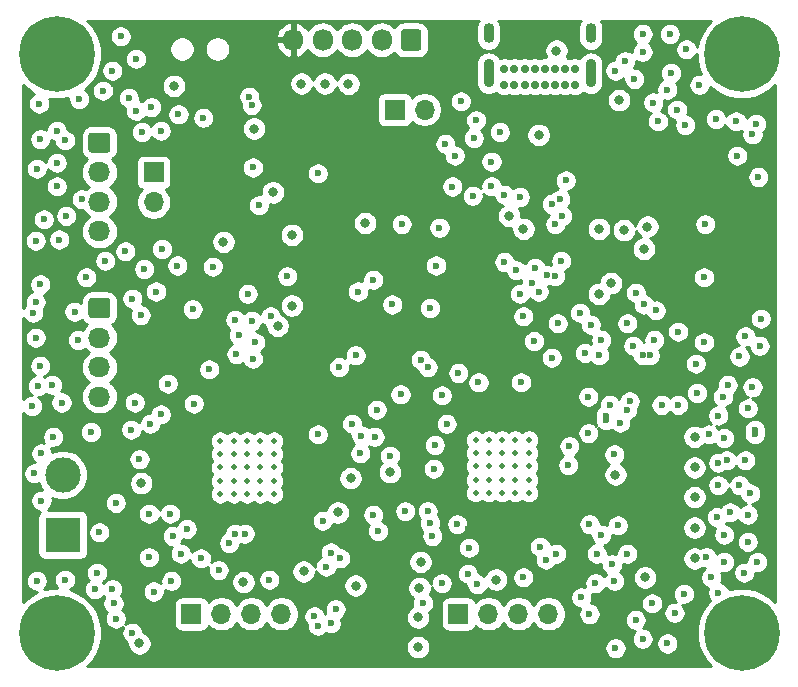
<source format=gbr>
%TF.GenerationSoftware,KiCad,Pcbnew,5.1.8*%
%TF.CreationDate,2021-01-17T13:40:54+01:00*%
%TF.ProjectId,sm4,736d342e-6b69-4636-9164-5f7063625858,rev?*%
%TF.SameCoordinates,Original*%
%TF.FileFunction,Copper,L3,Inr*%
%TF.FilePolarity,Positive*%
%FSLAX46Y46*%
G04 Gerber Fmt 4.6, Leading zero omitted, Abs format (unit mm)*
G04 Created by KiCad (PCBNEW 5.1.8) date 2021-01-17 13:40:54*
%MOMM*%
%LPD*%
G01*
G04 APERTURE LIST*
%TA.AperFunction,ComponentPad*%
%ADD10C,0.500000*%
%TD*%
%TA.AperFunction,ComponentPad*%
%ADD11O,1.700000X1.700000*%
%TD*%
%TA.AperFunction,ComponentPad*%
%ADD12R,1.700000X1.700000*%
%TD*%
%TA.AperFunction,ComponentPad*%
%ADD13O,1.700000X1.850000*%
%TD*%
%TA.AperFunction,ComponentPad*%
%ADD14O,0.900000X1.700000*%
%TD*%
%TA.AperFunction,ComponentPad*%
%ADD15O,0.900000X2.400000*%
%TD*%
%TA.AperFunction,ComponentPad*%
%ADD16C,0.700000*%
%TD*%
%TA.AperFunction,ComponentPad*%
%ADD17C,3.000000*%
%TD*%
%TA.AperFunction,ComponentPad*%
%ADD18R,3.000000X3.000000*%
%TD*%
%TA.AperFunction,ComponentPad*%
%ADD19O,1.850000X1.700000*%
%TD*%
%TA.AperFunction,ComponentPad*%
%ADD20C,6.400000*%
%TD*%
%TA.AperFunction,ViaPad*%
%ADD21C,0.600000*%
%TD*%
%TA.AperFunction,ViaPad*%
%ADD22C,0.800000*%
%TD*%
%TA.AperFunction,Conductor*%
%ADD23C,0.254000*%
%TD*%
%TA.AperFunction,Conductor*%
%ADD24C,0.150000*%
%TD*%
G04 APERTURE END LIST*
D10*
%TO.N,GND*%
%TO.C,U4*%
X78950000Y-90650000D03*
X78950000Y-89525000D03*
X78950000Y-88400000D03*
X78950000Y-87275000D03*
X78950000Y-86150000D03*
X80075000Y-90650000D03*
X80075000Y-89525000D03*
X80075000Y-88400000D03*
X80075000Y-87275000D03*
X80075000Y-86150000D03*
X81200000Y-90650000D03*
X81200000Y-89525000D03*
X81200000Y-88400000D03*
X81200000Y-87275000D03*
X81200000Y-86150000D03*
X82325000Y-90650000D03*
X82325000Y-89525000D03*
X82325000Y-88400000D03*
X82325000Y-87275000D03*
X82325000Y-86150000D03*
X83450000Y-90650000D03*
X83450000Y-89525000D03*
X83450000Y-88400000D03*
X83450000Y-87275000D03*
X83450000Y-86150000D03*
%TD*%
%TO.N,GND*%
%TO.C,U2*%
X57350000Y-90750000D03*
X57350000Y-89625000D03*
X57350000Y-88500000D03*
X57350000Y-87375000D03*
X57350000Y-86250000D03*
X58475000Y-90750000D03*
X58475000Y-89625000D03*
X58475000Y-88500000D03*
X58475000Y-87375000D03*
X58475000Y-86250000D03*
X59600000Y-90750000D03*
X59600000Y-89625000D03*
X59600000Y-88500000D03*
X59600000Y-87375000D03*
X59600000Y-86250000D03*
X60725000Y-90750000D03*
X60725000Y-89625000D03*
X60725000Y-88500000D03*
X60725000Y-87375000D03*
X60725000Y-86250000D03*
X61850000Y-90750000D03*
X61850000Y-89625000D03*
X61850000Y-88500000D03*
X61850000Y-87375000D03*
X61850000Y-86250000D03*
%TD*%
D11*
%TO.N,GND*%
%TO.C,SW1*%
X74640000Y-58200000D03*
D12*
%TO.N,NRST*%
X72100000Y-58200000D03*
%TD*%
D13*
%TO.N,+3V3*%
%TO.C,J8*%
X63500000Y-52300000D03*
%TO.N,SWCLK*%
X66000000Y-52300000D03*
%TO.N,GND*%
X68500000Y-52300000D03*
%TO.N,SWDIO*%
X71000000Y-52300000D03*
%TO.N,NRST*%
%TA.AperFunction,ComponentPad*%
G36*
G01*
X74350000Y-51625000D02*
X74350000Y-52975000D01*
G75*
G02*
X74100000Y-53225000I-250000J0D01*
G01*
X72900000Y-53225000D01*
G75*
G02*
X72650000Y-52975000I0J250000D01*
G01*
X72650000Y-51625000D01*
G75*
G02*
X72900000Y-51375000I250000J0D01*
G01*
X74100000Y-51375000D01*
G75*
G02*
X74350000Y-51625000I0J-250000D01*
G01*
G37*
%TD.AperFunction*%
%TD*%
D14*
%TO.N,GND*%
%TO.C,J7*%
X88700000Y-51740000D03*
X80050000Y-51740000D03*
D15*
X88700000Y-55120000D03*
X80050000Y-55120000D03*
D16*
%TO.N,USB_CONN_D+*%
X84800000Y-54750000D03*
%TO.N,GND*%
X87350000Y-54750000D03*
%TO.N,Net-(F2-Pad2)*%
X86500000Y-54750000D03*
%TO.N,Net-(J7-PadB5)*%
X85650000Y-54750000D03*
%TO.N,GND*%
X81400000Y-54750000D03*
%TO.N,N/C*%
X83100000Y-54750000D03*
%TO.N,USB_CONN_D-*%
X83950000Y-54750000D03*
%TO.N,Net-(F2-Pad2)*%
X82250000Y-54750000D03*
%TO.N,GND*%
X87350000Y-56100000D03*
%TO.N,Net-(F2-Pad2)*%
X86500000Y-56100000D03*
%TO.N,N/C*%
X85650000Y-56100000D03*
%TO.N,USB_CONN_D-*%
X84800000Y-56100000D03*
%TO.N,USB_CONN_D+*%
X83950000Y-56100000D03*
%TO.N,Net-(J7-PadA5)*%
X83100000Y-56100000D03*
%TO.N,Net-(F2-Pad2)*%
X82250000Y-56100000D03*
%TO.N,GND*%
X81400000Y-56100000D03*
%TD*%
D17*
%TO.N,VS1*%
%TO.C,J6*%
X44000000Y-89120000D03*
D18*
%TO.N,GND*%
X44000000Y-94200000D03*
%TD*%
D19*
%TO.N,VDC*%
%TO.C,J5*%
X47100000Y-82500000D03*
%TO.N,SDA*%
X47100000Y-80000000D03*
%TO.N,SCL*%
X47100000Y-77500000D03*
%TO.N,GND*%
%TA.AperFunction,ComponentPad*%
G36*
G01*
X46425000Y-74150000D02*
X47775000Y-74150000D01*
G75*
G02*
X48025000Y-74400000I0J-250000D01*
G01*
X48025000Y-75600000D01*
G75*
G02*
X47775000Y-75850000I-250000J0D01*
G01*
X46425000Y-75850000D01*
G75*
G02*
X46175000Y-75600000I0J250000D01*
G01*
X46175000Y-74400000D01*
G75*
G02*
X46425000Y-74150000I250000J0D01*
G01*
G37*
%TD.AperFunction*%
%TD*%
D11*
%TO.N,Net-(J4-Pad4)*%
%TO.C,J4*%
X85120000Y-100900000D03*
%TO.N,Net-(J4-Pad3)*%
X82580000Y-100900000D03*
%TO.N,Net-(J4-Pad2)*%
X80040000Y-100900000D03*
D12*
%TO.N,Net-(J4-Pad1)*%
X77500000Y-100900000D03*
%TD*%
D19*
%TO.N,VDC*%
%TO.C,J3*%
X47100000Y-68500000D03*
%TO.N,Net-(J3-Pad3)*%
X47100000Y-66000000D03*
%TO.N,Net-(J3-Pad2)*%
X47100000Y-63500000D03*
%TO.N,GND*%
%TA.AperFunction,ComponentPad*%
G36*
G01*
X46425000Y-60150000D02*
X47775000Y-60150000D01*
G75*
G02*
X48025000Y-60400000I0J-250000D01*
G01*
X48025000Y-61600000D01*
G75*
G02*
X47775000Y-61850000I-250000J0D01*
G01*
X46425000Y-61850000D01*
G75*
G02*
X46175000Y-61600000I0J250000D01*
G01*
X46175000Y-60400000D01*
G75*
G02*
X46425000Y-60150000I250000J0D01*
G01*
G37*
%TD.AperFunction*%
%TD*%
D11*
%TO.N,Net-(J2-Pad2)*%
%TO.C,J2*%
X51700000Y-66040000D03*
D12*
%TO.N,Net-(J2-Pad1)*%
X51700000Y-63500000D03*
%TD*%
D11*
%TO.N,Net-(J1-Pad4)*%
%TO.C,J1*%
X62520000Y-100900000D03*
%TO.N,Net-(J1-Pad3)*%
X59980000Y-100900000D03*
%TO.N,Net-(J1-Pad2)*%
X57440000Y-100900000D03*
D12*
%TO.N,Net-(J1-Pad1)*%
X54900000Y-100900000D03*
%TD*%
D20*
%TO.N,GND*%
%TO.C,H4*%
X43500000Y-53500000D03*
%TD*%
%TO.N,GND*%
%TO.C,H3*%
X43500000Y-102500000D03*
%TD*%
%TO.N,GND*%
%TO.C,H2*%
X101500000Y-102500000D03*
%TD*%
%TO.N,GND*%
%TO.C,H1*%
X101500000Y-53500000D03*
%TD*%
D21*
%TO.N,*%
X45600000Y-65800000D03*
D22*
%TO.N,GND*%
X53400000Y-56200000D03*
X60200000Y-59800000D03*
X61800000Y-65200000D03*
X57600000Y-69400000D03*
X84300000Y-60344949D03*
X69600000Y-67800000D03*
X63400000Y-68800000D03*
X81800000Y-67200000D03*
X63400000Y-74800000D03*
X62200000Y-76500000D03*
X64200000Y-56000000D03*
X66200000Y-56000000D03*
X68187347Y-56012653D03*
X91500000Y-68400000D03*
X89400000Y-68300000D03*
X90400000Y-72900000D03*
X89400000Y-73800000D03*
D21*
X67400000Y-80000000D03*
X68500000Y-84800000D03*
X76100000Y-82400000D03*
X77500000Y-80500000D03*
X50500000Y-87800000D03*
X69200000Y-87300000D03*
X51300000Y-92400000D03*
X53100000Y-92400000D03*
X61500000Y-98000000D03*
X83000000Y-97800000D03*
X74900000Y-92200000D03*
X73000000Y-92200000D03*
X90700000Y-87400000D03*
X71700000Y-87500000D03*
X56700000Y-71500000D03*
X59650002Y-73800000D03*
X63000000Y-72300000D03*
X96100000Y-83200000D03*
X94700000Y-83200000D03*
X68800000Y-79000000D03*
D22*
X74100000Y-103700000D03*
X74100000Y-101200000D03*
X74200000Y-98700000D03*
X74300000Y-96500000D03*
X64400000Y-97300000D03*
X97500000Y-85900000D03*
X97500000Y-88500000D03*
X97500000Y-91000000D03*
X97500000Y-93600000D03*
X97500000Y-96200000D03*
X68376699Y-89400000D03*
X59300000Y-98200000D03*
X90800000Y-89100000D03*
X80700000Y-98000000D03*
X91100000Y-57400000D03*
X83000000Y-68300000D03*
X93500000Y-68100000D03*
X50500000Y-103400000D03*
D21*
X49900000Y-102500000D03*
X48500000Y-101300000D03*
X48300000Y-100000000D03*
X48200000Y-98800000D03*
X46700000Y-98800000D03*
X44200000Y-98000000D03*
X41800000Y-98100000D03*
X53300000Y-94300000D03*
X55700000Y-96200000D03*
X57200000Y-97200000D03*
X54000000Y-95800000D03*
X54500000Y-93700000D03*
X53200000Y-98100000D03*
X51300000Y-96100000D03*
X51700000Y-99000000D03*
X46900000Y-97400000D03*
X47100000Y-94000000D03*
X48500000Y-91500000D03*
X42200000Y-91300000D03*
X41600000Y-89000000D03*
X42200000Y-87300000D03*
X43200000Y-85900000D03*
X46400000Y-85500000D03*
X49800000Y-85300000D03*
X51400000Y-84800000D03*
X52300000Y-84000000D03*
X55100000Y-83100000D03*
X50100000Y-83000000D03*
X43900000Y-83000000D03*
X41900000Y-81600000D03*
X41400000Y-83300000D03*
X43100000Y-81500000D03*
X42100000Y-79900000D03*
X41700000Y-77500000D03*
X41500000Y-75400000D03*
X41700000Y-74500000D03*
X42100000Y-73000000D03*
X45000000Y-75300000D03*
X45300000Y-77700000D03*
X46000000Y-72400000D03*
X47600000Y-71000000D03*
X49300000Y-70200000D03*
X49900000Y-74200000D03*
X50600000Y-75600000D03*
X51900000Y-73600000D03*
X53700000Y-71400000D03*
X52400000Y-70000000D03*
X50900000Y-71700000D03*
X58700000Y-78900000D03*
X60100000Y-79300000D03*
X60300000Y-77900000D03*
X58900000Y-77300000D03*
X58600000Y-76000000D03*
X60000000Y-76100000D03*
X61600000Y-75700000D03*
X55000000Y-75100000D03*
X41700000Y-69300000D03*
X43700000Y-69200000D03*
X44300000Y-67200000D03*
X43500000Y-64700000D03*
X42400000Y-67500000D03*
X44200000Y-60800000D03*
X43500000Y-62700000D03*
X41800000Y-63200000D03*
X42100000Y-60700000D03*
X43500000Y-60000000D03*
X42000000Y-57700000D03*
X45400000Y-57300000D03*
X48200000Y-54900000D03*
X47400000Y-56600000D03*
X49600000Y-57200000D03*
X51500000Y-58000000D03*
X53800000Y-58600000D03*
X55900000Y-58900000D03*
X52300000Y-60000000D03*
X50700000Y-60100000D03*
X50200000Y-58300000D03*
X50200000Y-53900000D03*
X48900000Y-52000000D03*
X59800000Y-57100000D03*
X60000000Y-57800000D03*
X60100000Y-63100000D03*
X60600000Y-66300000D03*
X69000000Y-73600000D03*
X71900000Y-74700000D03*
X75100000Y-75000000D03*
X75600000Y-71400000D03*
X70300000Y-72600000D03*
X72700000Y-67900000D03*
X81000000Y-60100000D03*
X80300000Y-62600000D03*
X77200000Y-62100000D03*
X76400000Y-61100000D03*
X78800000Y-60600000D03*
X79000000Y-59100000D03*
X77700000Y-57500000D03*
X78700000Y-65500000D03*
X80300000Y-64700000D03*
X81400000Y-65400000D03*
X82700000Y-65600000D03*
X86100000Y-65800000D03*
X85700000Y-67900000D03*
X86300000Y-67200000D03*
X85400000Y-66200000D03*
X84000000Y-71600000D03*
X82400000Y-71800000D03*
X81400000Y-71100000D03*
X84300000Y-73600000D03*
X83000000Y-75700000D03*
X82700000Y-73800000D03*
X83700000Y-72900000D03*
X85700000Y-72300000D03*
X86200000Y-71000000D03*
X85000000Y-72200000D03*
X85900000Y-76300000D03*
X83900000Y-77800000D03*
X85400000Y-79200000D03*
X88200000Y-78800000D03*
X89600000Y-77700000D03*
X88700000Y-76400000D03*
X87800000Y-75400000D03*
X91800000Y-76300000D03*
X89400000Y-79000000D03*
X93100000Y-79000000D03*
X93700000Y-79000000D03*
X92300000Y-78200000D03*
X94100000Y-77700000D03*
X90300000Y-83200000D03*
X90000000Y-84100000D03*
X91200000Y-84700000D03*
X91800000Y-83600000D03*
X92000000Y-82900000D03*
X90000000Y-84500000D03*
X65600000Y-101900000D03*
X66700000Y-101700000D03*
X65300000Y-101100000D03*
X67100000Y-100500000D03*
X66700000Y-95700000D03*
X67500000Y-96200000D03*
X66300000Y-96900000D03*
X66000000Y-93000000D03*
X70700000Y-93900000D03*
X70300000Y-92500000D03*
X75100000Y-93200000D03*
X75300000Y-94300000D03*
X77400000Y-93300000D03*
X78300000Y-97500000D03*
X79100000Y-98400000D03*
X76100000Y-98300000D03*
X74500000Y-100000000D03*
X84900000Y-96300000D03*
X84400000Y-95200000D03*
X85800000Y-95800000D03*
X88500000Y-85600000D03*
X88500000Y-82500000D03*
X89600000Y-94200000D03*
X90500000Y-96700000D03*
X89100000Y-98300000D03*
X88600000Y-100900000D03*
X87900000Y-99500000D03*
X90700000Y-98100000D03*
X91800000Y-95800000D03*
X91000000Y-93400000D03*
X89200000Y-95800000D03*
X88600000Y-93300000D03*
X90800000Y-103800000D03*
X93100000Y-103000000D03*
X95200000Y-103400000D03*
X95800000Y-100800000D03*
X93900000Y-100000000D03*
X92500000Y-101400000D03*
X96600000Y-99200000D03*
X99500000Y-99100000D03*
X98900000Y-97800000D03*
X98500000Y-96100000D03*
X100000000Y-96500000D03*
X101700000Y-97400000D03*
X102800000Y-96500000D03*
X102000000Y-94800000D03*
X100000000Y-94200000D03*
X99400000Y-92700000D03*
X100500000Y-92300000D03*
X102000000Y-92500000D03*
X102200000Y-90700000D03*
X101300000Y-90000000D03*
X99500000Y-90000000D03*
X99500000Y-88100000D03*
X100200000Y-87900000D03*
X101800000Y-87900000D03*
X102600000Y-85700000D03*
X102600000Y-85300000D03*
X100000000Y-86000000D03*
X98700000Y-85700000D03*
X99500000Y-84100000D03*
X102400000Y-81700000D03*
X99900000Y-82500000D03*
X97700000Y-82200000D03*
X102000000Y-83500000D03*
X100300000Y-81500000D03*
X97600000Y-79700000D03*
X101300000Y-79100000D03*
X103000000Y-78200000D03*
X103100000Y-75900000D03*
X101800000Y-77400000D03*
X98300000Y-77900000D03*
X96100000Y-77000000D03*
X94200000Y-75200000D03*
X93200000Y-74700000D03*
X92500000Y-73700000D03*
X98300000Y-72400000D03*
X98400000Y-67900000D03*
X95500000Y-55100000D03*
X95200000Y-56500000D03*
X96000000Y-58200000D03*
X99300000Y-59000000D03*
X101000000Y-59200000D03*
X102900000Y-63900000D03*
X101100000Y-62100000D03*
X102400000Y-60300000D03*
X102700000Y-59400000D03*
X96700000Y-59500000D03*
X94400000Y-59200000D03*
X92400000Y-55600000D03*
X90800000Y-54900000D03*
X91600000Y-54100000D03*
X93100000Y-53300000D03*
X93100000Y-51800000D03*
X95400000Y-51800000D03*
X96800000Y-53100000D03*
X97900000Y-56100000D03*
X94000000Y-57600000D03*
D22*
%TO.N,VS1*%
X67300000Y-92300000D03*
X71700000Y-88900000D03*
X50650000Y-89821143D03*
X68800000Y-98500000D03*
X93300000Y-97800000D03*
%TO.N,+3V3*%
X57800000Y-56200000D03*
X60200000Y-61200000D03*
X59200000Y-67600000D03*
X67400000Y-66400000D03*
X65200000Y-68000000D03*
X79400000Y-67200000D03*
X61400000Y-78900000D03*
X62600000Y-56500000D03*
X91500000Y-71900000D03*
X92400000Y-71000000D03*
D21*
X76084223Y-76484061D03*
X77500000Y-77700000D03*
X69100000Y-80500000D03*
X55400000Y-94900000D03*
X57441920Y-82826915D03*
X68500000Y-81400000D03*
X63500000Y-84300000D03*
X77000000Y-94500000D03*
X78325000Y-93700000D03*
X79000000Y-82900000D03*
X54200000Y-76600000D03*
X55100000Y-76600000D03*
X84900000Y-84200000D03*
X58600000Y-56800000D03*
%TO.N,NRST*%
X75900000Y-68200000D03*
X76994260Y-64710375D03*
%TO.N,+5V*%
X86600000Y-64200000D03*
X65600000Y-63600000D03*
%TO.N,VBAT*%
X82800000Y-81300000D03*
X79200000Y-81300000D03*
D22*
%TO.N,VDC*%
X93200000Y-70000000D03*
D21*
%TO.N,Net-(J4-Pad4)*%
X86900000Y-86700000D03*
%TO.N,Net-(J4-Pad3)*%
X86800000Y-88300000D03*
%TO.N,Net-(J4-Pad2)*%
X75400000Y-88600000D03*
%TO.N,Net-(J4-Pad1)*%
X75500000Y-86600000D03*
%TO.N,SDA*%
X74900000Y-80000000D03*
X52900000Y-81400000D03*
%TO.N,SCL*%
X74300000Y-79375000D03*
X56400000Y-80200000D03*
D22*
%TO.N,Net-(J7-PadB5)*%
X85800000Y-53200000D03*
D21*
%TO.N,ERR1*%
X58100000Y-94900000D03*
X72600020Y-82314759D03*
%TO.N,ERR2*%
X76500000Y-84800000D03*
X78400000Y-95300000D03*
%TO.N,REF2*%
X70575000Y-83600000D03*
X70399999Y-85900000D03*
%TO.N,REF1*%
X65600000Y-85700000D03*
X59400000Y-94100000D03*
%TO.N,EN1*%
X69295261Y-85824990D03*
X58599997Y-94100000D03*
%TD*%
D23*
%TO.N,+3V3*%
X79143491Y-50734290D02*
X79042741Y-50922781D01*
X78980700Y-51127304D01*
X78965000Y-51286707D01*
X78965000Y-52193294D01*
X78980700Y-52352697D01*
X79042742Y-52557220D01*
X79143492Y-52745710D01*
X79279079Y-52910922D01*
X79444291Y-53046509D01*
X79632781Y-53147259D01*
X79837304Y-53209300D01*
X80050000Y-53230249D01*
X80262697Y-53209300D01*
X80467220Y-53147259D01*
X80655710Y-53046509D01*
X80820922Y-52910922D01*
X80956509Y-52745710D01*
X81057259Y-52557220D01*
X81119300Y-52352696D01*
X81135000Y-52193293D01*
X81135000Y-51286706D01*
X81119300Y-51127303D01*
X81057259Y-50922780D01*
X80956509Y-50734290D01*
X80895540Y-50660000D01*
X87854460Y-50660000D01*
X87793491Y-50734290D01*
X87692741Y-50922781D01*
X87630700Y-51127304D01*
X87615000Y-51286707D01*
X87615000Y-52193294D01*
X87630700Y-52352697D01*
X87692742Y-52557220D01*
X87793492Y-52745710D01*
X87929079Y-52910922D01*
X88094291Y-53046509D01*
X88282781Y-53147259D01*
X88487304Y-53209300D01*
X88700000Y-53230249D01*
X88912697Y-53209300D01*
X89117220Y-53147259D01*
X89305710Y-53046509D01*
X89470922Y-52910922D01*
X89606509Y-52745710D01*
X89707259Y-52557220D01*
X89769300Y-52352696D01*
X89785000Y-52193293D01*
X89785000Y-51286706D01*
X89769300Y-51127303D01*
X89707259Y-50922780D01*
X89606509Y-50734290D01*
X89545540Y-50660000D01*
X98916491Y-50660000D01*
X98521161Y-51055330D01*
X98101467Y-51683446D01*
X97812377Y-52381372D01*
X97711375Y-52889142D01*
X97699068Y-52827271D01*
X97628586Y-52657111D01*
X97526262Y-52503972D01*
X97396028Y-52373738D01*
X97242889Y-52271414D01*
X97072729Y-52200932D01*
X96892089Y-52165000D01*
X96707911Y-52165000D01*
X96527271Y-52200932D01*
X96357111Y-52271414D01*
X96203972Y-52373738D01*
X96073738Y-52503972D01*
X95971414Y-52657111D01*
X95900932Y-52827271D01*
X95865000Y-53007911D01*
X95865000Y-53192089D01*
X95900932Y-53372729D01*
X95971414Y-53542889D01*
X96073738Y-53696028D01*
X96203972Y-53826262D01*
X96357111Y-53928586D01*
X96527271Y-53999068D01*
X96707911Y-54035000D01*
X96892089Y-54035000D01*
X97072729Y-53999068D01*
X97242889Y-53928586D01*
X97396028Y-53826262D01*
X97526262Y-53696028D01*
X97628586Y-53542889D01*
X97665000Y-53454977D01*
X97665000Y-53877715D01*
X97812377Y-54618628D01*
X98042876Y-55175102D01*
X97992089Y-55165000D01*
X97807911Y-55165000D01*
X97627271Y-55200932D01*
X97457111Y-55271414D01*
X97303972Y-55373738D01*
X97173738Y-55503972D01*
X97071414Y-55657111D01*
X97000932Y-55827271D01*
X96965000Y-56007911D01*
X96965000Y-56192089D01*
X97000932Y-56372729D01*
X97071414Y-56542889D01*
X97173738Y-56696028D01*
X97303972Y-56826262D01*
X97457111Y-56928586D01*
X97627271Y-56999068D01*
X97807911Y-57035000D01*
X97992089Y-57035000D01*
X98172729Y-56999068D01*
X98342889Y-56928586D01*
X98496028Y-56826262D01*
X98626262Y-56696028D01*
X98728586Y-56542889D01*
X98799068Y-56372729D01*
X98823980Y-56247489D01*
X99055330Y-56478839D01*
X99683446Y-56898533D01*
X100381372Y-57187623D01*
X101122285Y-57335000D01*
X101877715Y-57335000D01*
X102618628Y-57187623D01*
X103316554Y-56898533D01*
X103944670Y-56478839D01*
X104338649Y-56084860D01*
X104339925Y-99916416D01*
X103944670Y-99521161D01*
X103316554Y-99101467D01*
X102618628Y-98812377D01*
X101877715Y-98665000D01*
X101122285Y-98665000D01*
X100392021Y-98810259D01*
X100328586Y-98657111D01*
X100226262Y-98503972D01*
X100096028Y-98373738D01*
X99942889Y-98271414D01*
X99772729Y-98200932D01*
X99748002Y-98196013D01*
X99799068Y-98072729D01*
X99835000Y-97892089D01*
X99835000Y-97707911D01*
X99799068Y-97527271D01*
X99747644Y-97403120D01*
X99907911Y-97435000D01*
X100092089Y-97435000D01*
X100272729Y-97399068D01*
X100442889Y-97328586D01*
X100473831Y-97307911D01*
X100765000Y-97307911D01*
X100765000Y-97492089D01*
X100800932Y-97672729D01*
X100871414Y-97842889D01*
X100973738Y-97996028D01*
X101103972Y-98126262D01*
X101257111Y-98228586D01*
X101427271Y-98299068D01*
X101607911Y-98335000D01*
X101792089Y-98335000D01*
X101972729Y-98299068D01*
X102142889Y-98228586D01*
X102296028Y-98126262D01*
X102426262Y-97996028D01*
X102528586Y-97842889D01*
X102599068Y-97672729D01*
X102635000Y-97492089D01*
X102635000Y-97420497D01*
X102707911Y-97435000D01*
X102892089Y-97435000D01*
X103072729Y-97399068D01*
X103242889Y-97328586D01*
X103396028Y-97226262D01*
X103526262Y-97096028D01*
X103628586Y-96942889D01*
X103699068Y-96772729D01*
X103735000Y-96592089D01*
X103735000Y-96407911D01*
X103699068Y-96227271D01*
X103628586Y-96057111D01*
X103526262Y-95903972D01*
X103396028Y-95773738D01*
X103242889Y-95671414D01*
X103072729Y-95600932D01*
X102892089Y-95565000D01*
X102707911Y-95565000D01*
X102527271Y-95600932D01*
X102357111Y-95671414D01*
X102203972Y-95773738D01*
X102073738Y-95903972D01*
X101971414Y-96057111D01*
X101900932Y-96227271D01*
X101865000Y-96407911D01*
X101865000Y-96479503D01*
X101792089Y-96465000D01*
X101607911Y-96465000D01*
X101427271Y-96500932D01*
X101257111Y-96571414D01*
X101103972Y-96673738D01*
X100973738Y-96803972D01*
X100871414Y-96957111D01*
X100800932Y-97127271D01*
X100765000Y-97307911D01*
X100473831Y-97307911D01*
X100596028Y-97226262D01*
X100726262Y-97096028D01*
X100828586Y-96942889D01*
X100899068Y-96772729D01*
X100935000Y-96592089D01*
X100935000Y-96407911D01*
X100899068Y-96227271D01*
X100828586Y-96057111D01*
X100726262Y-95903972D01*
X100596028Y-95773738D01*
X100442889Y-95671414D01*
X100272729Y-95600932D01*
X100092089Y-95565000D01*
X99907911Y-95565000D01*
X99727271Y-95600932D01*
X99557111Y-95671414D01*
X99403972Y-95773738D01*
X99384825Y-95792885D01*
X99328586Y-95657111D01*
X99226262Y-95503972D01*
X99096028Y-95373738D01*
X98942889Y-95271414D01*
X98772729Y-95200932D01*
X98592089Y-95165000D01*
X98407911Y-95165000D01*
X98227271Y-95200932D01*
X98057111Y-95271414D01*
X98015167Y-95299440D01*
X97990256Y-95282795D01*
X97801898Y-95204774D01*
X97601939Y-95165000D01*
X97398061Y-95165000D01*
X97198102Y-95204774D01*
X97009744Y-95282795D01*
X96840226Y-95396063D01*
X96696063Y-95540226D01*
X96582795Y-95709744D01*
X96504774Y-95898102D01*
X96465000Y-96098061D01*
X96465000Y-96301939D01*
X96504774Y-96501898D01*
X96582795Y-96690256D01*
X96696063Y-96859774D01*
X96840226Y-97003937D01*
X97009744Y-97117205D01*
X97198102Y-97195226D01*
X97398061Y-97235000D01*
X97601939Y-97235000D01*
X97801898Y-97195226D01*
X97990256Y-97117205D01*
X98159774Y-97003937D01*
X98182986Y-96980725D01*
X98227271Y-96999068D01*
X98372492Y-97027955D01*
X98303972Y-97073738D01*
X98173738Y-97203972D01*
X98071414Y-97357111D01*
X98000932Y-97527271D01*
X97965000Y-97707911D01*
X97965000Y-97892089D01*
X98000932Y-98072729D01*
X98071414Y-98242889D01*
X98173738Y-98396028D01*
X98303972Y-98526262D01*
X98457111Y-98628586D01*
X98627271Y-98699068D01*
X98651998Y-98703987D01*
X98600932Y-98827271D01*
X98565000Y-99007911D01*
X98565000Y-99192089D01*
X98600932Y-99372729D01*
X98671414Y-99542889D01*
X98773738Y-99696028D01*
X98827101Y-99749391D01*
X98521161Y-100055330D01*
X98101467Y-100683446D01*
X97812377Y-101381372D01*
X97665000Y-102122285D01*
X97665000Y-102877715D01*
X97812377Y-103618628D01*
X98101467Y-104316554D01*
X98521161Y-104944670D01*
X98916490Y-105339999D01*
X46083508Y-105340001D01*
X46478839Y-104944670D01*
X46898533Y-104316554D01*
X47187623Y-103618628D01*
X47335000Y-102877715D01*
X47335000Y-102122285D01*
X47187623Y-101381372D01*
X46898533Y-100683446D01*
X46478839Y-100055330D01*
X45944670Y-99521161D01*
X45316554Y-99101467D01*
X44648580Y-98824783D01*
X44796028Y-98726262D01*
X44814379Y-98707911D01*
X45765000Y-98707911D01*
X45765000Y-98892089D01*
X45800932Y-99072729D01*
X45871414Y-99242889D01*
X45973738Y-99396028D01*
X46103972Y-99526262D01*
X46257111Y-99628586D01*
X46427271Y-99699068D01*
X46607911Y-99735000D01*
X46792089Y-99735000D01*
X46972729Y-99699068D01*
X47142889Y-99628586D01*
X47296028Y-99526262D01*
X47426262Y-99396028D01*
X47450000Y-99360502D01*
X47473738Y-99396028D01*
X47536866Y-99459156D01*
X47471414Y-99557111D01*
X47400932Y-99727271D01*
X47365000Y-99907911D01*
X47365000Y-100092089D01*
X47400932Y-100272729D01*
X47471414Y-100442889D01*
X47573738Y-100596028D01*
X47703972Y-100726262D01*
X47741908Y-100751610D01*
X47671414Y-100857111D01*
X47600932Y-101027271D01*
X47565000Y-101207911D01*
X47565000Y-101392089D01*
X47600932Y-101572729D01*
X47671414Y-101742889D01*
X47773738Y-101896028D01*
X47903972Y-102026262D01*
X48057111Y-102128586D01*
X48227271Y-102199068D01*
X48407911Y-102235000D01*
X48592089Y-102235000D01*
X48772729Y-102199068D01*
X48942889Y-102128586D01*
X49088799Y-102031092D01*
X49071414Y-102057111D01*
X49000932Y-102227271D01*
X48965000Y-102407911D01*
X48965000Y-102592089D01*
X49000932Y-102772729D01*
X49071414Y-102942889D01*
X49173738Y-103096028D01*
X49303972Y-103226262D01*
X49457111Y-103328586D01*
X49465000Y-103331854D01*
X49465000Y-103501939D01*
X49504774Y-103701898D01*
X49582795Y-103890256D01*
X49696063Y-104059774D01*
X49840226Y-104203937D01*
X50009744Y-104317205D01*
X50198102Y-104395226D01*
X50398061Y-104435000D01*
X50601939Y-104435000D01*
X50801898Y-104395226D01*
X50990256Y-104317205D01*
X51159774Y-104203937D01*
X51303937Y-104059774D01*
X51417205Y-103890256D01*
X51495226Y-103701898D01*
X51515880Y-103598061D01*
X73065000Y-103598061D01*
X73065000Y-103801939D01*
X73104774Y-104001898D01*
X73182795Y-104190256D01*
X73296063Y-104359774D01*
X73440226Y-104503937D01*
X73609744Y-104617205D01*
X73798102Y-104695226D01*
X73998061Y-104735000D01*
X74201939Y-104735000D01*
X74401898Y-104695226D01*
X74590256Y-104617205D01*
X74759774Y-104503937D01*
X74903937Y-104359774D01*
X75017205Y-104190256D01*
X75095226Y-104001898D01*
X75135000Y-103801939D01*
X75135000Y-103707911D01*
X89865000Y-103707911D01*
X89865000Y-103892089D01*
X89900932Y-104072729D01*
X89971414Y-104242889D01*
X90073738Y-104396028D01*
X90203972Y-104526262D01*
X90357111Y-104628586D01*
X90527271Y-104699068D01*
X90707911Y-104735000D01*
X90892089Y-104735000D01*
X91072729Y-104699068D01*
X91242889Y-104628586D01*
X91396028Y-104526262D01*
X91526262Y-104396028D01*
X91628586Y-104242889D01*
X91699068Y-104072729D01*
X91735000Y-103892089D01*
X91735000Y-103707911D01*
X91699068Y-103527271D01*
X91628586Y-103357111D01*
X91526262Y-103203972D01*
X91396028Y-103073738D01*
X91242889Y-102971414D01*
X91072729Y-102900932D01*
X90892089Y-102865000D01*
X90707911Y-102865000D01*
X90527271Y-102900932D01*
X90357111Y-102971414D01*
X90203972Y-103073738D01*
X90073738Y-103203972D01*
X89971414Y-103357111D01*
X89900932Y-103527271D01*
X89865000Y-103707911D01*
X75135000Y-103707911D01*
X75135000Y-103598061D01*
X75095226Y-103398102D01*
X75017205Y-103209744D01*
X74903937Y-103040226D01*
X74759774Y-102896063D01*
X74590256Y-102782795D01*
X74401898Y-102704774D01*
X74201939Y-102665000D01*
X73998061Y-102665000D01*
X73798102Y-102704774D01*
X73609744Y-102782795D01*
X73440226Y-102896063D01*
X73296063Y-103040226D01*
X73182795Y-103209744D01*
X73104774Y-103398102D01*
X73065000Y-103598061D01*
X51515880Y-103598061D01*
X51535000Y-103501939D01*
X51535000Y-103298061D01*
X51495226Y-103098102D01*
X51417205Y-102909744D01*
X51303937Y-102740226D01*
X51159774Y-102596063D01*
X50990256Y-102482795D01*
X50835000Y-102418485D01*
X50835000Y-102407911D01*
X50799068Y-102227271D01*
X50728586Y-102057111D01*
X50626262Y-101903972D01*
X50496028Y-101773738D01*
X50342889Y-101671414D01*
X50172729Y-101600932D01*
X49992089Y-101565000D01*
X49807911Y-101565000D01*
X49627271Y-101600932D01*
X49457111Y-101671414D01*
X49311201Y-101768908D01*
X49328586Y-101742889D01*
X49399068Y-101572729D01*
X49435000Y-101392089D01*
X49435000Y-101207911D01*
X49399068Y-101027271D01*
X49328586Y-100857111D01*
X49226262Y-100703972D01*
X49096028Y-100573738D01*
X49058092Y-100548390D01*
X49128586Y-100442889D01*
X49199068Y-100272729D01*
X49235000Y-100092089D01*
X49235000Y-100050000D01*
X53411928Y-100050000D01*
X53411928Y-101750000D01*
X53424188Y-101874482D01*
X53460498Y-101994180D01*
X53519463Y-102104494D01*
X53598815Y-102201185D01*
X53695506Y-102280537D01*
X53805820Y-102339502D01*
X53925518Y-102375812D01*
X54050000Y-102388072D01*
X55750000Y-102388072D01*
X55874482Y-102375812D01*
X55994180Y-102339502D01*
X56104494Y-102280537D01*
X56201185Y-102201185D01*
X56280537Y-102104494D01*
X56339502Y-101994180D01*
X56361513Y-101921620D01*
X56493368Y-102053475D01*
X56736589Y-102215990D01*
X57006842Y-102327932D01*
X57293740Y-102385000D01*
X57586260Y-102385000D01*
X57873158Y-102327932D01*
X58143411Y-102215990D01*
X58386632Y-102053475D01*
X58593475Y-101846632D01*
X58710000Y-101672240D01*
X58826525Y-101846632D01*
X59033368Y-102053475D01*
X59276589Y-102215990D01*
X59546842Y-102327932D01*
X59833740Y-102385000D01*
X60126260Y-102385000D01*
X60413158Y-102327932D01*
X60683411Y-102215990D01*
X60926632Y-102053475D01*
X61133475Y-101846632D01*
X61250000Y-101672240D01*
X61366525Y-101846632D01*
X61573368Y-102053475D01*
X61816589Y-102215990D01*
X62086842Y-102327932D01*
X62373740Y-102385000D01*
X62666260Y-102385000D01*
X62953158Y-102327932D01*
X63223411Y-102215990D01*
X63466632Y-102053475D01*
X63673475Y-101846632D01*
X63835990Y-101603411D01*
X63947932Y-101333158D01*
X64005000Y-101046260D01*
X64005000Y-101007911D01*
X64365000Y-101007911D01*
X64365000Y-101192089D01*
X64400932Y-101372729D01*
X64471414Y-101542889D01*
X64573738Y-101696028D01*
X64668421Y-101790711D01*
X64665000Y-101807911D01*
X64665000Y-101992089D01*
X64700932Y-102172729D01*
X64771414Y-102342889D01*
X64873738Y-102496028D01*
X65003972Y-102626262D01*
X65157111Y-102728586D01*
X65327271Y-102799068D01*
X65507911Y-102835000D01*
X65692089Y-102835000D01*
X65872729Y-102799068D01*
X66042889Y-102728586D01*
X66196028Y-102626262D01*
X66282986Y-102539304D01*
X66427271Y-102599068D01*
X66607911Y-102635000D01*
X66792089Y-102635000D01*
X66972729Y-102599068D01*
X67142889Y-102528586D01*
X67296028Y-102426262D01*
X67426262Y-102296028D01*
X67528586Y-102142889D01*
X67599068Y-101972729D01*
X67635000Y-101792089D01*
X67635000Y-101607911D01*
X67599068Y-101427271D01*
X67554874Y-101320578D01*
X67696028Y-101226262D01*
X67824229Y-101098061D01*
X73065000Y-101098061D01*
X73065000Y-101301939D01*
X73104774Y-101501898D01*
X73182795Y-101690256D01*
X73296063Y-101859774D01*
X73440226Y-102003937D01*
X73609744Y-102117205D01*
X73798102Y-102195226D01*
X73998061Y-102235000D01*
X74201939Y-102235000D01*
X74401898Y-102195226D01*
X74590256Y-102117205D01*
X74759774Y-102003937D01*
X74903937Y-101859774D01*
X75017205Y-101690256D01*
X75095226Y-101501898D01*
X75135000Y-101301939D01*
X75135000Y-101098061D01*
X75095226Y-100898102D01*
X75039651Y-100763932D01*
X75096028Y-100726262D01*
X75226262Y-100596028D01*
X75328586Y-100442889D01*
X75399068Y-100272729D01*
X75435000Y-100092089D01*
X75435000Y-100050000D01*
X76011928Y-100050000D01*
X76011928Y-101750000D01*
X76024188Y-101874482D01*
X76060498Y-101994180D01*
X76119463Y-102104494D01*
X76198815Y-102201185D01*
X76295506Y-102280537D01*
X76405820Y-102339502D01*
X76525518Y-102375812D01*
X76650000Y-102388072D01*
X78350000Y-102388072D01*
X78474482Y-102375812D01*
X78594180Y-102339502D01*
X78704494Y-102280537D01*
X78801185Y-102201185D01*
X78880537Y-102104494D01*
X78939502Y-101994180D01*
X78961513Y-101921620D01*
X79093368Y-102053475D01*
X79336589Y-102215990D01*
X79606842Y-102327932D01*
X79893740Y-102385000D01*
X80186260Y-102385000D01*
X80473158Y-102327932D01*
X80743411Y-102215990D01*
X80986632Y-102053475D01*
X81193475Y-101846632D01*
X81310000Y-101672240D01*
X81426525Y-101846632D01*
X81633368Y-102053475D01*
X81876589Y-102215990D01*
X82146842Y-102327932D01*
X82433740Y-102385000D01*
X82726260Y-102385000D01*
X83013158Y-102327932D01*
X83283411Y-102215990D01*
X83526632Y-102053475D01*
X83733475Y-101846632D01*
X83850000Y-101672240D01*
X83966525Y-101846632D01*
X84173368Y-102053475D01*
X84416589Y-102215990D01*
X84686842Y-102327932D01*
X84973740Y-102385000D01*
X85266260Y-102385000D01*
X85553158Y-102327932D01*
X85823411Y-102215990D01*
X86066632Y-102053475D01*
X86273475Y-101846632D01*
X86435990Y-101603411D01*
X86547932Y-101333158D01*
X86605000Y-101046260D01*
X86605000Y-100753740D01*
X86547932Y-100466842D01*
X86435990Y-100196589D01*
X86273475Y-99953368D01*
X86066632Y-99746525D01*
X85823411Y-99584010D01*
X85553158Y-99472068D01*
X85266260Y-99415000D01*
X84973740Y-99415000D01*
X84686842Y-99472068D01*
X84416589Y-99584010D01*
X84173368Y-99746525D01*
X83966525Y-99953368D01*
X83850000Y-100127760D01*
X83733475Y-99953368D01*
X83526632Y-99746525D01*
X83283411Y-99584010D01*
X83013158Y-99472068D01*
X82726260Y-99415000D01*
X82433740Y-99415000D01*
X82146842Y-99472068D01*
X81876589Y-99584010D01*
X81633368Y-99746525D01*
X81426525Y-99953368D01*
X81310000Y-100127760D01*
X81193475Y-99953368D01*
X80986632Y-99746525D01*
X80743411Y-99584010D01*
X80473158Y-99472068D01*
X80186260Y-99415000D01*
X79893740Y-99415000D01*
X79606842Y-99472068D01*
X79336589Y-99584010D01*
X79093368Y-99746525D01*
X78961513Y-99878380D01*
X78939502Y-99805820D01*
X78880537Y-99695506D01*
X78801185Y-99598815D01*
X78704494Y-99519463D01*
X78594180Y-99460498D01*
X78474482Y-99424188D01*
X78350000Y-99411928D01*
X76650000Y-99411928D01*
X76525518Y-99424188D01*
X76405820Y-99460498D01*
X76295506Y-99519463D01*
X76198815Y-99598815D01*
X76119463Y-99695506D01*
X76060498Y-99805820D01*
X76024188Y-99925518D01*
X76011928Y-100050000D01*
X75435000Y-100050000D01*
X75435000Y-99907911D01*
X75399068Y-99727271D01*
X75328586Y-99557111D01*
X75228894Y-99407911D01*
X86965000Y-99407911D01*
X86965000Y-99592089D01*
X87000932Y-99772729D01*
X87071414Y-99942889D01*
X87173738Y-100096028D01*
X87303972Y-100226262D01*
X87457111Y-100328586D01*
X87627271Y-100399068D01*
X87788737Y-100431186D01*
X87771414Y-100457111D01*
X87700932Y-100627271D01*
X87665000Y-100807911D01*
X87665000Y-100992089D01*
X87700932Y-101172729D01*
X87771414Y-101342889D01*
X87873738Y-101496028D01*
X88003972Y-101626262D01*
X88157111Y-101728586D01*
X88327271Y-101799068D01*
X88507911Y-101835000D01*
X88692089Y-101835000D01*
X88872729Y-101799068D01*
X89042889Y-101728586D01*
X89196028Y-101626262D01*
X89326262Y-101496028D01*
X89428586Y-101342889D01*
X89443074Y-101307911D01*
X91565000Y-101307911D01*
X91565000Y-101492089D01*
X91600932Y-101672729D01*
X91671414Y-101842889D01*
X91773738Y-101996028D01*
X91903972Y-102126262D01*
X92057111Y-102228586D01*
X92227271Y-102299068D01*
X92407911Y-102335000D01*
X92442710Y-102335000D01*
X92373738Y-102403972D01*
X92271414Y-102557111D01*
X92200932Y-102727271D01*
X92165000Y-102907911D01*
X92165000Y-103092089D01*
X92200932Y-103272729D01*
X92271414Y-103442889D01*
X92373738Y-103596028D01*
X92503972Y-103726262D01*
X92657111Y-103828586D01*
X92827271Y-103899068D01*
X93007911Y-103935000D01*
X93192089Y-103935000D01*
X93372729Y-103899068D01*
X93542889Y-103828586D01*
X93696028Y-103726262D01*
X93826262Y-103596028D01*
X93928586Y-103442889D01*
X93984495Y-103307911D01*
X94265000Y-103307911D01*
X94265000Y-103492089D01*
X94300932Y-103672729D01*
X94371414Y-103842889D01*
X94473738Y-103996028D01*
X94603972Y-104126262D01*
X94757111Y-104228586D01*
X94927271Y-104299068D01*
X95107911Y-104335000D01*
X95292089Y-104335000D01*
X95472729Y-104299068D01*
X95642889Y-104228586D01*
X95796028Y-104126262D01*
X95926262Y-103996028D01*
X96028586Y-103842889D01*
X96099068Y-103672729D01*
X96135000Y-103492089D01*
X96135000Y-103307911D01*
X96099068Y-103127271D01*
X96028586Y-102957111D01*
X95926262Y-102803972D01*
X95796028Y-102673738D01*
X95642889Y-102571414D01*
X95472729Y-102500932D01*
X95292089Y-102465000D01*
X95107911Y-102465000D01*
X94927271Y-102500932D01*
X94757111Y-102571414D01*
X94603972Y-102673738D01*
X94473738Y-102803972D01*
X94371414Y-102957111D01*
X94300932Y-103127271D01*
X94265000Y-103307911D01*
X93984495Y-103307911D01*
X93999068Y-103272729D01*
X94035000Y-103092089D01*
X94035000Y-102907911D01*
X93999068Y-102727271D01*
X93928586Y-102557111D01*
X93826262Y-102403972D01*
X93696028Y-102273738D01*
X93542889Y-102171414D01*
X93372729Y-102100932D01*
X93192089Y-102065000D01*
X93157290Y-102065000D01*
X93226262Y-101996028D01*
X93328586Y-101842889D01*
X93399068Y-101672729D01*
X93435000Y-101492089D01*
X93435000Y-101307911D01*
X93399068Y-101127271D01*
X93328586Y-100957111D01*
X93226262Y-100803972D01*
X93096028Y-100673738D01*
X92942889Y-100571414D01*
X92772729Y-100500932D01*
X92592089Y-100465000D01*
X92407911Y-100465000D01*
X92227271Y-100500932D01*
X92057111Y-100571414D01*
X91903972Y-100673738D01*
X91773738Y-100803972D01*
X91671414Y-100957111D01*
X91600932Y-101127271D01*
X91565000Y-101307911D01*
X89443074Y-101307911D01*
X89499068Y-101172729D01*
X89535000Y-100992089D01*
X89535000Y-100807911D01*
X89499068Y-100627271D01*
X89428586Y-100457111D01*
X89326262Y-100303972D01*
X89196028Y-100173738D01*
X89042889Y-100071414D01*
X88872729Y-100000932D01*
X88711263Y-99968814D01*
X88728586Y-99942889D01*
X88743074Y-99907911D01*
X92965000Y-99907911D01*
X92965000Y-100092089D01*
X93000932Y-100272729D01*
X93071414Y-100442889D01*
X93173738Y-100596028D01*
X93303972Y-100726262D01*
X93457111Y-100828586D01*
X93627271Y-100899068D01*
X93807911Y-100935000D01*
X93992089Y-100935000D01*
X94172729Y-100899068D01*
X94342889Y-100828586D01*
X94496028Y-100726262D01*
X94514379Y-100707911D01*
X94865000Y-100707911D01*
X94865000Y-100892089D01*
X94900932Y-101072729D01*
X94971414Y-101242889D01*
X95073738Y-101396028D01*
X95203972Y-101526262D01*
X95357111Y-101628586D01*
X95527271Y-101699068D01*
X95707911Y-101735000D01*
X95892089Y-101735000D01*
X96072729Y-101699068D01*
X96242889Y-101628586D01*
X96396028Y-101526262D01*
X96526262Y-101396028D01*
X96628586Y-101242889D01*
X96699068Y-101072729D01*
X96735000Y-100892089D01*
X96735000Y-100707911D01*
X96699068Y-100527271D01*
X96628586Y-100357111D01*
X96526262Y-100203972D01*
X96444720Y-100122430D01*
X96507911Y-100135000D01*
X96692089Y-100135000D01*
X96872729Y-100099068D01*
X97042889Y-100028586D01*
X97196028Y-99926262D01*
X97326262Y-99796028D01*
X97428586Y-99642889D01*
X97499068Y-99472729D01*
X97535000Y-99292089D01*
X97535000Y-99107911D01*
X97499068Y-98927271D01*
X97428586Y-98757111D01*
X97326262Y-98603972D01*
X97196028Y-98473738D01*
X97042889Y-98371414D01*
X96872729Y-98300932D01*
X96692089Y-98265000D01*
X96507911Y-98265000D01*
X96327271Y-98300932D01*
X96157111Y-98371414D01*
X96003972Y-98473738D01*
X95873738Y-98603972D01*
X95771414Y-98757111D01*
X95700932Y-98927271D01*
X95665000Y-99107911D01*
X95665000Y-99292089D01*
X95700932Y-99472729D01*
X95771414Y-99642889D01*
X95873738Y-99796028D01*
X95955280Y-99877570D01*
X95892089Y-99865000D01*
X95707911Y-99865000D01*
X95527271Y-99900932D01*
X95357111Y-99971414D01*
X95203972Y-100073738D01*
X95073738Y-100203972D01*
X94971414Y-100357111D01*
X94900932Y-100527271D01*
X94865000Y-100707911D01*
X94514379Y-100707911D01*
X94626262Y-100596028D01*
X94728586Y-100442889D01*
X94799068Y-100272729D01*
X94835000Y-100092089D01*
X94835000Y-99907911D01*
X94799068Y-99727271D01*
X94728586Y-99557111D01*
X94626262Y-99403972D01*
X94496028Y-99273738D01*
X94342889Y-99171414D01*
X94172729Y-99100932D01*
X93992089Y-99065000D01*
X93807911Y-99065000D01*
X93627271Y-99100932D01*
X93457111Y-99171414D01*
X93303972Y-99273738D01*
X93173738Y-99403972D01*
X93071414Y-99557111D01*
X93000932Y-99727271D01*
X92965000Y-99907911D01*
X88743074Y-99907911D01*
X88799068Y-99772729D01*
X88835000Y-99592089D01*
X88835000Y-99407911D01*
X88799068Y-99227271D01*
X88779126Y-99179126D01*
X88827271Y-99199068D01*
X89007911Y-99235000D01*
X89192089Y-99235000D01*
X89372729Y-99199068D01*
X89542889Y-99128586D01*
X89696028Y-99026262D01*
X89826262Y-98896028D01*
X89928586Y-98742889D01*
X89957847Y-98672246D01*
X89973738Y-98696028D01*
X90103972Y-98826262D01*
X90257111Y-98928586D01*
X90427271Y-98999068D01*
X90607911Y-99035000D01*
X90792089Y-99035000D01*
X90972729Y-98999068D01*
X91142889Y-98928586D01*
X91296028Y-98826262D01*
X91426262Y-98696028D01*
X91528586Y-98542889D01*
X91599068Y-98372729D01*
X91635000Y-98192089D01*
X91635000Y-98007911D01*
X91599068Y-97827271D01*
X91545548Y-97698061D01*
X92265000Y-97698061D01*
X92265000Y-97901939D01*
X92304774Y-98101898D01*
X92382795Y-98290256D01*
X92496063Y-98459774D01*
X92640226Y-98603937D01*
X92809744Y-98717205D01*
X92998102Y-98795226D01*
X93198061Y-98835000D01*
X93401939Y-98835000D01*
X93601898Y-98795226D01*
X93790256Y-98717205D01*
X93959774Y-98603937D01*
X94103937Y-98459774D01*
X94217205Y-98290256D01*
X94295226Y-98101898D01*
X94335000Y-97901939D01*
X94335000Y-97698061D01*
X94295226Y-97498102D01*
X94217205Y-97309744D01*
X94103937Y-97140226D01*
X93959774Y-96996063D01*
X93790256Y-96882795D01*
X93601898Y-96804774D01*
X93401939Y-96765000D01*
X93198061Y-96765000D01*
X92998102Y-96804774D01*
X92809744Y-96882795D01*
X92640226Y-96996063D01*
X92496063Y-97140226D01*
X92382795Y-97309744D01*
X92304774Y-97498102D01*
X92265000Y-97698061D01*
X91545548Y-97698061D01*
X91528586Y-97657111D01*
X91426262Y-97503972D01*
X91296028Y-97373738D01*
X91207623Y-97314667D01*
X91226262Y-97296028D01*
X91328586Y-97142889D01*
X91399068Y-96972729D01*
X91435000Y-96792089D01*
X91435000Y-96660848D01*
X91527271Y-96699068D01*
X91707911Y-96735000D01*
X91892089Y-96735000D01*
X92072729Y-96699068D01*
X92242889Y-96628586D01*
X92396028Y-96526262D01*
X92526262Y-96396028D01*
X92628586Y-96242889D01*
X92699068Y-96072729D01*
X92735000Y-95892089D01*
X92735000Y-95707911D01*
X92699068Y-95527271D01*
X92628586Y-95357111D01*
X92526262Y-95203972D01*
X92396028Y-95073738D01*
X92242889Y-94971414D01*
X92072729Y-94900932D01*
X91892089Y-94865000D01*
X91707911Y-94865000D01*
X91527271Y-94900932D01*
X91357111Y-94971414D01*
X91203972Y-95073738D01*
X91073738Y-95203972D01*
X90971414Y-95357111D01*
X90900932Y-95527271D01*
X90865000Y-95707911D01*
X90865000Y-95839152D01*
X90772729Y-95800932D01*
X90592089Y-95765000D01*
X90407911Y-95765000D01*
X90227271Y-95800932D01*
X90135000Y-95839152D01*
X90135000Y-95707911D01*
X90099068Y-95527271D01*
X90028586Y-95357111D01*
X89926262Y-95203972D01*
X89829881Y-95107591D01*
X89872729Y-95099068D01*
X90042889Y-95028586D01*
X90196028Y-94926262D01*
X90326262Y-94796028D01*
X90428586Y-94642889D01*
X90499068Y-94472729D01*
X90535000Y-94292089D01*
X90535000Y-94213812D01*
X90557111Y-94228586D01*
X90727271Y-94299068D01*
X90907911Y-94335000D01*
X91092089Y-94335000D01*
X91272729Y-94299068D01*
X91442889Y-94228586D01*
X91596028Y-94126262D01*
X91726262Y-93996028D01*
X91828586Y-93842889D01*
X91899068Y-93672729D01*
X91933812Y-93498061D01*
X96465000Y-93498061D01*
X96465000Y-93701939D01*
X96504774Y-93901898D01*
X96582795Y-94090256D01*
X96696063Y-94259774D01*
X96840226Y-94403937D01*
X97009744Y-94517205D01*
X97198102Y-94595226D01*
X97398061Y-94635000D01*
X97601939Y-94635000D01*
X97801898Y-94595226D01*
X97990256Y-94517205D01*
X98159774Y-94403937D01*
X98303937Y-94259774D01*
X98417205Y-94090256D01*
X98495226Y-93901898D01*
X98535000Y-93701939D01*
X98535000Y-93498061D01*
X98495226Y-93298102D01*
X98417205Y-93109744D01*
X98303937Y-92940226D01*
X98159774Y-92796063D01*
X97990256Y-92682795D01*
X97809472Y-92607911D01*
X98465000Y-92607911D01*
X98465000Y-92792089D01*
X98500932Y-92972729D01*
X98571414Y-93142889D01*
X98673738Y-93296028D01*
X98803972Y-93426262D01*
X98957111Y-93528586D01*
X99127271Y-93599068D01*
X99259447Y-93625360D01*
X99171414Y-93757111D01*
X99100932Y-93927271D01*
X99065000Y-94107911D01*
X99065000Y-94292089D01*
X99100932Y-94472729D01*
X99171414Y-94642889D01*
X99273738Y-94796028D01*
X99403972Y-94926262D01*
X99557111Y-95028586D01*
X99727271Y-95099068D01*
X99907911Y-95135000D01*
X100092089Y-95135000D01*
X100272729Y-95099068D01*
X100442889Y-95028586D01*
X100596028Y-94926262D01*
X100726262Y-94796028D01*
X100785139Y-94707911D01*
X101065000Y-94707911D01*
X101065000Y-94892089D01*
X101100932Y-95072729D01*
X101171414Y-95242889D01*
X101273738Y-95396028D01*
X101403972Y-95526262D01*
X101557111Y-95628586D01*
X101727271Y-95699068D01*
X101907911Y-95735000D01*
X102092089Y-95735000D01*
X102272729Y-95699068D01*
X102442889Y-95628586D01*
X102596028Y-95526262D01*
X102726262Y-95396028D01*
X102828586Y-95242889D01*
X102899068Y-95072729D01*
X102935000Y-94892089D01*
X102935000Y-94707911D01*
X102899068Y-94527271D01*
X102828586Y-94357111D01*
X102726262Y-94203972D01*
X102596028Y-94073738D01*
X102442889Y-93971414D01*
X102272729Y-93900932D01*
X102092089Y-93865000D01*
X101907911Y-93865000D01*
X101727271Y-93900932D01*
X101557111Y-93971414D01*
X101403972Y-94073738D01*
X101273738Y-94203972D01*
X101171414Y-94357111D01*
X101100932Y-94527271D01*
X101065000Y-94707911D01*
X100785139Y-94707911D01*
X100828586Y-94642889D01*
X100899068Y-94472729D01*
X100935000Y-94292089D01*
X100935000Y-94107911D01*
X100899068Y-93927271D01*
X100828586Y-93757111D01*
X100726262Y-93603972D01*
X100596028Y-93473738D01*
X100442889Y-93371414D01*
X100272729Y-93300932D01*
X100140553Y-93274640D01*
X100198900Y-93187317D01*
X100227271Y-93199068D01*
X100407911Y-93235000D01*
X100592089Y-93235000D01*
X100772729Y-93199068D01*
X100942889Y-93128586D01*
X101096028Y-93026262D01*
X101174613Y-92947677D01*
X101273738Y-93096028D01*
X101403972Y-93226262D01*
X101557111Y-93328586D01*
X101727271Y-93399068D01*
X101907911Y-93435000D01*
X102092089Y-93435000D01*
X102272729Y-93399068D01*
X102442889Y-93328586D01*
X102596028Y-93226262D01*
X102726262Y-93096028D01*
X102828586Y-92942889D01*
X102899068Y-92772729D01*
X102935000Y-92592089D01*
X102935000Y-92407911D01*
X102899068Y-92227271D01*
X102828586Y-92057111D01*
X102726262Y-91903972D01*
X102596028Y-91773738D01*
X102442889Y-91671414D01*
X102334574Y-91626549D01*
X102472729Y-91599068D01*
X102642889Y-91528586D01*
X102796028Y-91426262D01*
X102926262Y-91296028D01*
X103028586Y-91142889D01*
X103099068Y-90972729D01*
X103135000Y-90792089D01*
X103135000Y-90607911D01*
X103099068Y-90427271D01*
X103028586Y-90257111D01*
X102926262Y-90103972D01*
X102796028Y-89973738D01*
X102642889Y-89871414D01*
X102472729Y-89800932D01*
X102292089Y-89765000D01*
X102206573Y-89765000D01*
X102199068Y-89727271D01*
X102128586Y-89557111D01*
X102026262Y-89403972D01*
X101896028Y-89273738D01*
X101742889Y-89171414D01*
X101572729Y-89100932D01*
X101392089Y-89065000D01*
X101207911Y-89065000D01*
X101027271Y-89100932D01*
X100857111Y-89171414D01*
X100703972Y-89273738D01*
X100573738Y-89403972D01*
X100471414Y-89557111D01*
X100400932Y-89727271D01*
X100400000Y-89731956D01*
X100399068Y-89727271D01*
X100328586Y-89557111D01*
X100226262Y-89403972D01*
X100096028Y-89273738D01*
X99942889Y-89171414D01*
X99772729Y-89100932D01*
X99592089Y-89065000D01*
X99407911Y-89065000D01*
X99227271Y-89100932D01*
X99057111Y-89171414D01*
X98903972Y-89273738D01*
X98773738Y-89403972D01*
X98671414Y-89557111D01*
X98600932Y-89727271D01*
X98565000Y-89907911D01*
X98565000Y-90092089D01*
X98600932Y-90272729D01*
X98671414Y-90442889D01*
X98773738Y-90596028D01*
X98903972Y-90726262D01*
X99057111Y-90828586D01*
X99227271Y-90899068D01*
X99407911Y-90935000D01*
X99592089Y-90935000D01*
X99772729Y-90899068D01*
X99942889Y-90828586D01*
X100096028Y-90726262D01*
X100226262Y-90596028D01*
X100328586Y-90442889D01*
X100399068Y-90272729D01*
X100400000Y-90268044D01*
X100400932Y-90272729D01*
X100471414Y-90442889D01*
X100573738Y-90596028D01*
X100703972Y-90726262D01*
X100857111Y-90828586D01*
X101027271Y-90899068D01*
X101207911Y-90935000D01*
X101293427Y-90935000D01*
X101300932Y-90972729D01*
X101371414Y-91142889D01*
X101473738Y-91296028D01*
X101603972Y-91426262D01*
X101757111Y-91528586D01*
X101865426Y-91573451D01*
X101727271Y-91600932D01*
X101557111Y-91671414D01*
X101403972Y-91773738D01*
X101325387Y-91852323D01*
X101226262Y-91703972D01*
X101096028Y-91573738D01*
X100942889Y-91471414D01*
X100772729Y-91400932D01*
X100592089Y-91365000D01*
X100407911Y-91365000D01*
X100227271Y-91400932D01*
X100057111Y-91471414D01*
X99903972Y-91573738D01*
X99773738Y-91703972D01*
X99701100Y-91812683D01*
X99672729Y-91800932D01*
X99492089Y-91765000D01*
X99307911Y-91765000D01*
X99127271Y-91800932D01*
X98957111Y-91871414D01*
X98803972Y-91973738D01*
X98673738Y-92103972D01*
X98571414Y-92257111D01*
X98500932Y-92427271D01*
X98465000Y-92607911D01*
X97809472Y-92607911D01*
X97801898Y-92604774D01*
X97601939Y-92565000D01*
X97398061Y-92565000D01*
X97198102Y-92604774D01*
X97009744Y-92682795D01*
X96840226Y-92796063D01*
X96696063Y-92940226D01*
X96582795Y-93109744D01*
X96504774Y-93298102D01*
X96465000Y-93498061D01*
X91933812Y-93498061D01*
X91935000Y-93492089D01*
X91935000Y-93307911D01*
X91899068Y-93127271D01*
X91828586Y-92957111D01*
X91726262Y-92803972D01*
X91596028Y-92673738D01*
X91442889Y-92571414D01*
X91272729Y-92500932D01*
X91092089Y-92465000D01*
X90907911Y-92465000D01*
X90727271Y-92500932D01*
X90557111Y-92571414D01*
X90403972Y-92673738D01*
X90273738Y-92803972D01*
X90171414Y-92957111D01*
X90100932Y-93127271D01*
X90065000Y-93307911D01*
X90065000Y-93386188D01*
X90042889Y-93371414D01*
X89872729Y-93300932D01*
X89692089Y-93265000D01*
X89535000Y-93265000D01*
X89535000Y-93207911D01*
X89499068Y-93027271D01*
X89428586Y-92857111D01*
X89326262Y-92703972D01*
X89196028Y-92573738D01*
X89042889Y-92471414D01*
X88872729Y-92400932D01*
X88692089Y-92365000D01*
X88507911Y-92365000D01*
X88327271Y-92400932D01*
X88157111Y-92471414D01*
X88003972Y-92573738D01*
X87873738Y-92703972D01*
X87771414Y-92857111D01*
X87700932Y-93027271D01*
X87665000Y-93207911D01*
X87665000Y-93392089D01*
X87700932Y-93572729D01*
X87771414Y-93742889D01*
X87873738Y-93896028D01*
X88003972Y-94026262D01*
X88157111Y-94128586D01*
X88327271Y-94199068D01*
X88507911Y-94235000D01*
X88665000Y-94235000D01*
X88665000Y-94292089D01*
X88700932Y-94472729D01*
X88771414Y-94642889D01*
X88873738Y-94796028D01*
X88970119Y-94892409D01*
X88927271Y-94900932D01*
X88757111Y-94971414D01*
X88603972Y-95073738D01*
X88473738Y-95203972D01*
X88371414Y-95357111D01*
X88300932Y-95527271D01*
X88265000Y-95707911D01*
X88265000Y-95892089D01*
X88300932Y-96072729D01*
X88371414Y-96242889D01*
X88473738Y-96396028D01*
X88603972Y-96526262D01*
X88757111Y-96628586D01*
X88927271Y-96699068D01*
X89107911Y-96735000D01*
X89292089Y-96735000D01*
X89472729Y-96699068D01*
X89565000Y-96660848D01*
X89565000Y-96792089D01*
X89600932Y-96972729D01*
X89671414Y-97142889D01*
X89773738Y-97296028D01*
X89903972Y-97426262D01*
X89992377Y-97485333D01*
X89973738Y-97503972D01*
X89871414Y-97657111D01*
X89842153Y-97727754D01*
X89826262Y-97703972D01*
X89696028Y-97573738D01*
X89542889Y-97471414D01*
X89372729Y-97400932D01*
X89192089Y-97365000D01*
X89007911Y-97365000D01*
X88827271Y-97400932D01*
X88657111Y-97471414D01*
X88503972Y-97573738D01*
X88373738Y-97703972D01*
X88271414Y-97857111D01*
X88200932Y-98027271D01*
X88165000Y-98207911D01*
X88165000Y-98392089D01*
X88200932Y-98572729D01*
X88220874Y-98620874D01*
X88172729Y-98600932D01*
X87992089Y-98565000D01*
X87807911Y-98565000D01*
X87627271Y-98600932D01*
X87457111Y-98671414D01*
X87303972Y-98773738D01*
X87173738Y-98903972D01*
X87071414Y-99057111D01*
X87000932Y-99227271D01*
X86965000Y-99407911D01*
X75228894Y-99407911D01*
X75226262Y-99403972D01*
X75096028Y-99273738D01*
X75072105Y-99257753D01*
X75117205Y-99190256D01*
X75195226Y-99001898D01*
X75235000Y-98801939D01*
X75235000Y-98654977D01*
X75271414Y-98742889D01*
X75373738Y-98896028D01*
X75503972Y-99026262D01*
X75657111Y-99128586D01*
X75827271Y-99199068D01*
X76007911Y-99235000D01*
X76192089Y-99235000D01*
X76372729Y-99199068D01*
X76542889Y-99128586D01*
X76696028Y-99026262D01*
X76826262Y-98896028D01*
X76928586Y-98742889D01*
X76999068Y-98572729D01*
X77035000Y-98392089D01*
X77035000Y-98207911D01*
X76999068Y-98027271D01*
X76928586Y-97857111D01*
X76826262Y-97703972D01*
X76696028Y-97573738D01*
X76542889Y-97471414D01*
X76389578Y-97407911D01*
X77365000Y-97407911D01*
X77365000Y-97592089D01*
X77400932Y-97772729D01*
X77471414Y-97942889D01*
X77573738Y-98096028D01*
X77703972Y-98226262D01*
X77857111Y-98328586D01*
X78027271Y-98399068D01*
X78165000Y-98426464D01*
X78165000Y-98492089D01*
X78200932Y-98672729D01*
X78271414Y-98842889D01*
X78373738Y-98996028D01*
X78503972Y-99126262D01*
X78657111Y-99228586D01*
X78827271Y-99299068D01*
X79007911Y-99335000D01*
X79192089Y-99335000D01*
X79372729Y-99299068D01*
X79542889Y-99228586D01*
X79696028Y-99126262D01*
X79826262Y-98996028D01*
X79928586Y-98842889D01*
X79972693Y-98736404D01*
X80040226Y-98803937D01*
X80209744Y-98917205D01*
X80398102Y-98995226D01*
X80598061Y-99035000D01*
X80801939Y-99035000D01*
X81001898Y-98995226D01*
X81190256Y-98917205D01*
X81359774Y-98803937D01*
X81503937Y-98659774D01*
X81617205Y-98490256D01*
X81695226Y-98301898D01*
X81735000Y-98101939D01*
X81735000Y-97898061D01*
X81697178Y-97707911D01*
X82065000Y-97707911D01*
X82065000Y-97892089D01*
X82100932Y-98072729D01*
X82171414Y-98242889D01*
X82273738Y-98396028D01*
X82403972Y-98526262D01*
X82557111Y-98628586D01*
X82727271Y-98699068D01*
X82907911Y-98735000D01*
X83092089Y-98735000D01*
X83272729Y-98699068D01*
X83442889Y-98628586D01*
X83596028Y-98526262D01*
X83726262Y-98396028D01*
X83828586Y-98242889D01*
X83899068Y-98072729D01*
X83935000Y-97892089D01*
X83935000Y-97707911D01*
X83899068Y-97527271D01*
X83828586Y-97357111D01*
X83726262Y-97203972D01*
X83596028Y-97073738D01*
X83442889Y-96971414D01*
X83272729Y-96900932D01*
X83092089Y-96865000D01*
X82907911Y-96865000D01*
X82727271Y-96900932D01*
X82557111Y-96971414D01*
X82403972Y-97073738D01*
X82273738Y-97203972D01*
X82171414Y-97357111D01*
X82100932Y-97527271D01*
X82065000Y-97707911D01*
X81697178Y-97707911D01*
X81695226Y-97698102D01*
X81617205Y-97509744D01*
X81503937Y-97340226D01*
X81359774Y-97196063D01*
X81190256Y-97082795D01*
X81001898Y-97004774D01*
X80801939Y-96965000D01*
X80598061Y-96965000D01*
X80398102Y-97004774D01*
X80209744Y-97082795D01*
X80040226Y-97196063D01*
X79896063Y-97340226D01*
X79782795Y-97509744D01*
X79709348Y-97687058D01*
X79696028Y-97673738D01*
X79542889Y-97571414D01*
X79372729Y-97500932D01*
X79235000Y-97473536D01*
X79235000Y-97407911D01*
X79199068Y-97227271D01*
X79128586Y-97057111D01*
X79026262Y-96903972D01*
X78896028Y-96773738D01*
X78742889Y-96671414D01*
X78572729Y-96600932D01*
X78392089Y-96565000D01*
X78207911Y-96565000D01*
X78027271Y-96600932D01*
X77857111Y-96671414D01*
X77703972Y-96773738D01*
X77573738Y-96903972D01*
X77471414Y-97057111D01*
X77400932Y-97227271D01*
X77365000Y-97407911D01*
X76389578Y-97407911D01*
X76372729Y-97400932D01*
X76192089Y-97365000D01*
X76007911Y-97365000D01*
X75827271Y-97400932D01*
X75657111Y-97471414D01*
X75503972Y-97573738D01*
X75373738Y-97703972D01*
X75271414Y-97857111D01*
X75200932Y-98027271D01*
X75165000Y-98207911D01*
X75165000Y-98325131D01*
X75117205Y-98209744D01*
X75003937Y-98040226D01*
X74859774Y-97896063D01*
X74690256Y-97782795D01*
X74501898Y-97704774D01*
X74301939Y-97665000D01*
X74098061Y-97665000D01*
X73898102Y-97704774D01*
X73709744Y-97782795D01*
X73540226Y-97896063D01*
X73396063Y-98040226D01*
X73282795Y-98209744D01*
X73204774Y-98398102D01*
X73165000Y-98598061D01*
X73165000Y-98801939D01*
X73204774Y-99001898D01*
X73282795Y-99190256D01*
X73396063Y-99359774D01*
X73540226Y-99503937D01*
X73660227Y-99584119D01*
X73600932Y-99727271D01*
X73565000Y-99907911D01*
X73565000Y-100092089D01*
X73600932Y-100272729D01*
X73606108Y-100285225D01*
X73440226Y-100396063D01*
X73296063Y-100540226D01*
X73182795Y-100709744D01*
X73104774Y-100898102D01*
X73065000Y-101098061D01*
X67824229Y-101098061D01*
X67826262Y-101096028D01*
X67928586Y-100942889D01*
X67999068Y-100772729D01*
X68035000Y-100592089D01*
X68035000Y-100407911D01*
X67999068Y-100227271D01*
X67928586Y-100057111D01*
X67826262Y-99903972D01*
X67696028Y-99773738D01*
X67542889Y-99671414D01*
X67372729Y-99600932D01*
X67192089Y-99565000D01*
X67007911Y-99565000D01*
X66827271Y-99600932D01*
X66657111Y-99671414D01*
X66503972Y-99773738D01*
X66373738Y-99903972D01*
X66271414Y-100057111D01*
X66200932Y-100227271D01*
X66165000Y-100407911D01*
X66165000Y-100592089D01*
X66200932Y-100772729D01*
X66245126Y-100879422D01*
X66213628Y-100900468D01*
X66199068Y-100827271D01*
X66128586Y-100657111D01*
X66026262Y-100503972D01*
X65896028Y-100373738D01*
X65742889Y-100271414D01*
X65572729Y-100200932D01*
X65392089Y-100165000D01*
X65207911Y-100165000D01*
X65027271Y-100200932D01*
X64857111Y-100271414D01*
X64703972Y-100373738D01*
X64573738Y-100503972D01*
X64471414Y-100657111D01*
X64400932Y-100827271D01*
X64365000Y-101007911D01*
X64005000Y-101007911D01*
X64005000Y-100753740D01*
X63947932Y-100466842D01*
X63835990Y-100196589D01*
X63673475Y-99953368D01*
X63466632Y-99746525D01*
X63223411Y-99584010D01*
X62953158Y-99472068D01*
X62666260Y-99415000D01*
X62373740Y-99415000D01*
X62086842Y-99472068D01*
X61816589Y-99584010D01*
X61573368Y-99746525D01*
X61366525Y-99953368D01*
X61250000Y-100127760D01*
X61133475Y-99953368D01*
X60926632Y-99746525D01*
X60683411Y-99584010D01*
X60413158Y-99472068D01*
X60126260Y-99415000D01*
X59833740Y-99415000D01*
X59546842Y-99472068D01*
X59276589Y-99584010D01*
X59033368Y-99746525D01*
X58826525Y-99953368D01*
X58710000Y-100127760D01*
X58593475Y-99953368D01*
X58386632Y-99746525D01*
X58143411Y-99584010D01*
X57873158Y-99472068D01*
X57586260Y-99415000D01*
X57293740Y-99415000D01*
X57006842Y-99472068D01*
X56736589Y-99584010D01*
X56493368Y-99746525D01*
X56361513Y-99878380D01*
X56339502Y-99805820D01*
X56280537Y-99695506D01*
X56201185Y-99598815D01*
X56104494Y-99519463D01*
X55994180Y-99460498D01*
X55874482Y-99424188D01*
X55750000Y-99411928D01*
X54050000Y-99411928D01*
X53925518Y-99424188D01*
X53805820Y-99460498D01*
X53695506Y-99519463D01*
X53598815Y-99598815D01*
X53519463Y-99695506D01*
X53460498Y-99805820D01*
X53424188Y-99925518D01*
X53411928Y-100050000D01*
X49235000Y-100050000D01*
X49235000Y-99907911D01*
X49199068Y-99727271D01*
X49128586Y-99557111D01*
X49026262Y-99403972D01*
X48963134Y-99340844D01*
X49028586Y-99242889D01*
X49099068Y-99072729D01*
X49131852Y-98907911D01*
X50765000Y-98907911D01*
X50765000Y-99092089D01*
X50800932Y-99272729D01*
X50871414Y-99442889D01*
X50973738Y-99596028D01*
X51103972Y-99726262D01*
X51257111Y-99828586D01*
X51427271Y-99899068D01*
X51607911Y-99935000D01*
X51792089Y-99935000D01*
X51972729Y-99899068D01*
X52142889Y-99828586D01*
X52296028Y-99726262D01*
X52426262Y-99596028D01*
X52528586Y-99442889D01*
X52599068Y-99272729D01*
X52635000Y-99092089D01*
X52635000Y-98907911D01*
X52621025Y-98837657D01*
X52757111Y-98928586D01*
X52927271Y-98999068D01*
X53107911Y-99035000D01*
X53292089Y-99035000D01*
X53472729Y-98999068D01*
X53642889Y-98928586D01*
X53796028Y-98826262D01*
X53926262Y-98696028D01*
X54028586Y-98542889D01*
X54099068Y-98372729D01*
X54135000Y-98192089D01*
X54135000Y-98007911D01*
X54099068Y-97827271D01*
X54028586Y-97657111D01*
X53926262Y-97503972D01*
X53796028Y-97373738D01*
X53642889Y-97271414D01*
X53472729Y-97200932D01*
X53292089Y-97165000D01*
X53107911Y-97165000D01*
X52927271Y-97200932D01*
X52757111Y-97271414D01*
X52603972Y-97373738D01*
X52473738Y-97503972D01*
X52371414Y-97657111D01*
X52300932Y-97827271D01*
X52265000Y-98007911D01*
X52265000Y-98192089D01*
X52278975Y-98262343D01*
X52142889Y-98171414D01*
X51972729Y-98100932D01*
X51792089Y-98065000D01*
X51607911Y-98065000D01*
X51427271Y-98100932D01*
X51257111Y-98171414D01*
X51103972Y-98273738D01*
X50973738Y-98403972D01*
X50871414Y-98557111D01*
X50800932Y-98727271D01*
X50765000Y-98907911D01*
X49131852Y-98907911D01*
X49135000Y-98892089D01*
X49135000Y-98707911D01*
X49099068Y-98527271D01*
X49028586Y-98357111D01*
X48926262Y-98203972D01*
X48796028Y-98073738D01*
X48642889Y-97971414D01*
X48472729Y-97900932D01*
X48292089Y-97865000D01*
X48107911Y-97865000D01*
X47927271Y-97900932D01*
X47757111Y-97971414D01*
X47603972Y-98073738D01*
X47473738Y-98203972D01*
X47450000Y-98239498D01*
X47426262Y-98203972D01*
X47407623Y-98185333D01*
X47496028Y-98126262D01*
X47626262Y-97996028D01*
X47728586Y-97842889D01*
X47799068Y-97672729D01*
X47835000Y-97492089D01*
X47835000Y-97307911D01*
X47799068Y-97127271D01*
X47728586Y-96957111D01*
X47626262Y-96803972D01*
X47496028Y-96673738D01*
X47342889Y-96571414D01*
X47172729Y-96500932D01*
X46992089Y-96465000D01*
X46807911Y-96465000D01*
X46627271Y-96500932D01*
X46457111Y-96571414D01*
X46303972Y-96673738D01*
X46173738Y-96803972D01*
X46071414Y-96957111D01*
X46000932Y-97127271D01*
X45965000Y-97307911D01*
X45965000Y-97492089D01*
X46000932Y-97672729D01*
X46071414Y-97842889D01*
X46173738Y-97996028D01*
X46192377Y-98014667D01*
X46103972Y-98073738D01*
X45973738Y-98203972D01*
X45871414Y-98357111D01*
X45800932Y-98527271D01*
X45765000Y-98707911D01*
X44814379Y-98707911D01*
X44926262Y-98596028D01*
X45028586Y-98442889D01*
X45099068Y-98272729D01*
X45135000Y-98092089D01*
X45135000Y-97907911D01*
X45099068Y-97727271D01*
X45028586Y-97557111D01*
X44926262Y-97403972D01*
X44796028Y-97273738D01*
X44642889Y-97171414D01*
X44472729Y-97100932D01*
X44292089Y-97065000D01*
X44107911Y-97065000D01*
X43927271Y-97100932D01*
X43757111Y-97171414D01*
X43603972Y-97273738D01*
X43473738Y-97403972D01*
X43371414Y-97557111D01*
X43300932Y-97727271D01*
X43265000Y-97907911D01*
X43265000Y-98092089D01*
X43300932Y-98272729D01*
X43371414Y-98442889D01*
X43473738Y-98596028D01*
X43542710Y-98665000D01*
X43122285Y-98665000D01*
X42417000Y-98805290D01*
X42526262Y-98696028D01*
X42628586Y-98542889D01*
X42699068Y-98372729D01*
X42735000Y-98192089D01*
X42735000Y-98007911D01*
X42699068Y-97827271D01*
X42628586Y-97657111D01*
X42526262Y-97503972D01*
X42396028Y-97373738D01*
X42242889Y-97271414D01*
X42072729Y-97200932D01*
X41892089Y-97165000D01*
X41707911Y-97165000D01*
X41527271Y-97200932D01*
X41357111Y-97271414D01*
X41203972Y-97373738D01*
X41073738Y-97503972D01*
X40971414Y-97657111D01*
X40900932Y-97827271D01*
X40865000Y-98007911D01*
X40865000Y-98192089D01*
X40900932Y-98372729D01*
X40971414Y-98542889D01*
X41073738Y-98696028D01*
X41203972Y-98826262D01*
X41357111Y-98928586D01*
X41527271Y-98999068D01*
X41707911Y-99035000D01*
X41843912Y-99035000D01*
X41683446Y-99101467D01*
X41055330Y-99521161D01*
X40660000Y-99916491D01*
X40660000Y-88907911D01*
X40665000Y-88907911D01*
X40665000Y-89092089D01*
X40700932Y-89272729D01*
X40771414Y-89442889D01*
X40873738Y-89596028D01*
X41003972Y-89726262D01*
X41157111Y-89828586D01*
X41327271Y-89899068D01*
X41507911Y-89935000D01*
X41692089Y-89935000D01*
X41872729Y-89899068D01*
X41991428Y-89849902D01*
X42107988Y-90131302D01*
X42264140Y-90365000D01*
X42107911Y-90365000D01*
X41927271Y-90400932D01*
X41757111Y-90471414D01*
X41603972Y-90573738D01*
X41473738Y-90703972D01*
X41371414Y-90857111D01*
X41300932Y-91027271D01*
X41265000Y-91207911D01*
X41265000Y-91392089D01*
X41300932Y-91572729D01*
X41371414Y-91742889D01*
X41473738Y-91896028D01*
X41603972Y-92026262D01*
X41757111Y-92128586D01*
X41927271Y-92199068D01*
X42073894Y-92228233D01*
X42048815Y-92248815D01*
X41969463Y-92345506D01*
X41910498Y-92455820D01*
X41874188Y-92575518D01*
X41861928Y-92700000D01*
X41861928Y-95700000D01*
X41874188Y-95824482D01*
X41910498Y-95944180D01*
X41969463Y-96054494D01*
X42048815Y-96151185D01*
X42145506Y-96230537D01*
X42255820Y-96289502D01*
X42375518Y-96325812D01*
X42500000Y-96338072D01*
X45500000Y-96338072D01*
X45624482Y-96325812D01*
X45744180Y-96289502D01*
X45854494Y-96230537D01*
X45951185Y-96151185D01*
X46030537Y-96054494D01*
X46055436Y-96007911D01*
X50365000Y-96007911D01*
X50365000Y-96192089D01*
X50400932Y-96372729D01*
X50471414Y-96542889D01*
X50573738Y-96696028D01*
X50703972Y-96826262D01*
X50857111Y-96928586D01*
X51027271Y-96999068D01*
X51207911Y-97035000D01*
X51392089Y-97035000D01*
X51572729Y-96999068D01*
X51742889Y-96928586D01*
X51896028Y-96826262D01*
X52026262Y-96696028D01*
X52128586Y-96542889D01*
X52199068Y-96372729D01*
X52235000Y-96192089D01*
X52235000Y-96007911D01*
X52199068Y-95827271D01*
X52128586Y-95657111D01*
X52026262Y-95503972D01*
X51896028Y-95373738D01*
X51742889Y-95271414D01*
X51572729Y-95200932D01*
X51392089Y-95165000D01*
X51207911Y-95165000D01*
X51027271Y-95200932D01*
X50857111Y-95271414D01*
X50703972Y-95373738D01*
X50573738Y-95503972D01*
X50471414Y-95657111D01*
X50400932Y-95827271D01*
X50365000Y-96007911D01*
X46055436Y-96007911D01*
X46089502Y-95944180D01*
X46125812Y-95824482D01*
X46138072Y-95700000D01*
X46138072Y-93907911D01*
X46165000Y-93907911D01*
X46165000Y-94092089D01*
X46200932Y-94272729D01*
X46271414Y-94442889D01*
X46373738Y-94596028D01*
X46503972Y-94726262D01*
X46657111Y-94828586D01*
X46827271Y-94899068D01*
X47007911Y-94935000D01*
X47192089Y-94935000D01*
X47372729Y-94899068D01*
X47542889Y-94828586D01*
X47696028Y-94726262D01*
X47826262Y-94596028D01*
X47928586Y-94442889D01*
X47999068Y-94272729D01*
X48011961Y-94207911D01*
X52365000Y-94207911D01*
X52365000Y-94392089D01*
X52400932Y-94572729D01*
X52471414Y-94742889D01*
X52573738Y-94896028D01*
X52703972Y-95026262D01*
X52857111Y-95128586D01*
X53027271Y-95199068D01*
X53207911Y-95235000D01*
X53253006Y-95235000D01*
X53171414Y-95357111D01*
X53100932Y-95527271D01*
X53065000Y-95707911D01*
X53065000Y-95892089D01*
X53100932Y-96072729D01*
X53171414Y-96242889D01*
X53273738Y-96396028D01*
X53403972Y-96526262D01*
X53557111Y-96628586D01*
X53727271Y-96699068D01*
X53907911Y-96735000D01*
X54092089Y-96735000D01*
X54272729Y-96699068D01*
X54442889Y-96628586D01*
X54596028Y-96526262D01*
X54726262Y-96396028D01*
X54772045Y-96327508D01*
X54800932Y-96472729D01*
X54871414Y-96642889D01*
X54973738Y-96796028D01*
X55103972Y-96926262D01*
X55257111Y-97028586D01*
X55427271Y-97099068D01*
X55607911Y-97135000D01*
X55792089Y-97135000D01*
X55972729Y-97099068D01*
X56142889Y-97028586D01*
X56296028Y-96926262D01*
X56305113Y-96917177D01*
X56300932Y-96927271D01*
X56265000Y-97107911D01*
X56265000Y-97292089D01*
X56300932Y-97472729D01*
X56371414Y-97642889D01*
X56473738Y-97796028D01*
X56603972Y-97926262D01*
X56757111Y-98028586D01*
X56927271Y-98099068D01*
X57107911Y-98135000D01*
X57292089Y-98135000D01*
X57472729Y-98099068D01*
X57475160Y-98098061D01*
X58265000Y-98098061D01*
X58265000Y-98301939D01*
X58304774Y-98501898D01*
X58382795Y-98690256D01*
X58496063Y-98859774D01*
X58640226Y-99003937D01*
X58809744Y-99117205D01*
X58998102Y-99195226D01*
X59198061Y-99235000D01*
X59401939Y-99235000D01*
X59601898Y-99195226D01*
X59790256Y-99117205D01*
X59959774Y-99003937D01*
X60103937Y-98859774D01*
X60217205Y-98690256D01*
X60295226Y-98501898D01*
X60335000Y-98301939D01*
X60335000Y-98098061D01*
X60297178Y-97907911D01*
X60565000Y-97907911D01*
X60565000Y-98092089D01*
X60600932Y-98272729D01*
X60671414Y-98442889D01*
X60773738Y-98596028D01*
X60903972Y-98726262D01*
X61057111Y-98828586D01*
X61227271Y-98899068D01*
X61407911Y-98935000D01*
X61592089Y-98935000D01*
X61772729Y-98899068D01*
X61942889Y-98828586D01*
X62096028Y-98726262D01*
X62226262Y-98596028D01*
X62328586Y-98442889D01*
X62347154Y-98398061D01*
X67765000Y-98398061D01*
X67765000Y-98601939D01*
X67804774Y-98801898D01*
X67882795Y-98990256D01*
X67996063Y-99159774D01*
X68140226Y-99303937D01*
X68309744Y-99417205D01*
X68498102Y-99495226D01*
X68698061Y-99535000D01*
X68901939Y-99535000D01*
X69101898Y-99495226D01*
X69290256Y-99417205D01*
X69459774Y-99303937D01*
X69603937Y-99159774D01*
X69717205Y-98990256D01*
X69795226Y-98801898D01*
X69835000Y-98601939D01*
X69835000Y-98398061D01*
X69795226Y-98198102D01*
X69717205Y-98009744D01*
X69603937Y-97840226D01*
X69459774Y-97696063D01*
X69290256Y-97582795D01*
X69101898Y-97504774D01*
X68901939Y-97465000D01*
X68698061Y-97465000D01*
X68498102Y-97504774D01*
X68309744Y-97582795D01*
X68140226Y-97696063D01*
X67996063Y-97840226D01*
X67882795Y-98009744D01*
X67804774Y-98198102D01*
X67765000Y-98398061D01*
X62347154Y-98398061D01*
X62399068Y-98272729D01*
X62435000Y-98092089D01*
X62435000Y-97907911D01*
X62399068Y-97727271D01*
X62328586Y-97557111D01*
X62226262Y-97403972D01*
X62096028Y-97273738D01*
X61982770Y-97198061D01*
X63365000Y-97198061D01*
X63365000Y-97401939D01*
X63404774Y-97601898D01*
X63482795Y-97790256D01*
X63596063Y-97959774D01*
X63740226Y-98103937D01*
X63909744Y-98217205D01*
X64098102Y-98295226D01*
X64298061Y-98335000D01*
X64501939Y-98335000D01*
X64701898Y-98295226D01*
X64890256Y-98217205D01*
X65059774Y-98103937D01*
X65203937Y-97959774D01*
X65317205Y-97790256D01*
X65395226Y-97601898D01*
X65435000Y-97401939D01*
X65435000Y-97254977D01*
X65471414Y-97342889D01*
X65573738Y-97496028D01*
X65703972Y-97626262D01*
X65857111Y-97728586D01*
X66027271Y-97799068D01*
X66207911Y-97835000D01*
X66392089Y-97835000D01*
X66572729Y-97799068D01*
X66742889Y-97728586D01*
X66896028Y-97626262D01*
X67026262Y-97496028D01*
X67128586Y-97342889D01*
X67199068Y-97172729D01*
X67214752Y-97093882D01*
X67227271Y-97099068D01*
X67407911Y-97135000D01*
X67592089Y-97135000D01*
X67772729Y-97099068D01*
X67942889Y-97028586D01*
X68096028Y-96926262D01*
X68226262Y-96796028D01*
X68328586Y-96642889D01*
X68399068Y-96472729D01*
X68413920Y-96398061D01*
X73265000Y-96398061D01*
X73265000Y-96601939D01*
X73304774Y-96801898D01*
X73382795Y-96990256D01*
X73496063Y-97159774D01*
X73640226Y-97303937D01*
X73809744Y-97417205D01*
X73998102Y-97495226D01*
X74198061Y-97535000D01*
X74401939Y-97535000D01*
X74601898Y-97495226D01*
X74790256Y-97417205D01*
X74959774Y-97303937D01*
X75103937Y-97159774D01*
X75217205Y-96990256D01*
X75295226Y-96801898D01*
X75335000Y-96601939D01*
X75335000Y-96398061D01*
X75295226Y-96198102D01*
X75217205Y-96009744D01*
X75103937Y-95840226D01*
X74959774Y-95696063D01*
X74790256Y-95582795D01*
X74601898Y-95504774D01*
X74401939Y-95465000D01*
X74198061Y-95465000D01*
X73998102Y-95504774D01*
X73809744Y-95582795D01*
X73640226Y-95696063D01*
X73496063Y-95840226D01*
X73382795Y-96009744D01*
X73304774Y-96198102D01*
X73265000Y-96398061D01*
X68413920Y-96398061D01*
X68435000Y-96292089D01*
X68435000Y-96107911D01*
X68399068Y-95927271D01*
X68328586Y-95757111D01*
X68226262Y-95603972D01*
X68096028Y-95473738D01*
X67942889Y-95371414D01*
X67772729Y-95300932D01*
X67592089Y-95265000D01*
X67531854Y-95265000D01*
X67528586Y-95257111D01*
X67426262Y-95103972D01*
X67296028Y-94973738D01*
X67142889Y-94871414D01*
X66972729Y-94800932D01*
X66792089Y-94765000D01*
X66607911Y-94765000D01*
X66427271Y-94800932D01*
X66257111Y-94871414D01*
X66103972Y-94973738D01*
X65973738Y-95103972D01*
X65871414Y-95257111D01*
X65800932Y-95427271D01*
X65765000Y-95607911D01*
X65765000Y-95792089D01*
X65800932Y-95972729D01*
X65845126Y-96079422D01*
X65703972Y-96173738D01*
X65573738Y-96303972D01*
X65471414Y-96457111D01*
X65400932Y-96627271D01*
X65365000Y-96807911D01*
X65365000Y-96925131D01*
X65317205Y-96809744D01*
X65203937Y-96640226D01*
X65059774Y-96496063D01*
X64890256Y-96382795D01*
X64701898Y-96304774D01*
X64501939Y-96265000D01*
X64298061Y-96265000D01*
X64098102Y-96304774D01*
X63909744Y-96382795D01*
X63740226Y-96496063D01*
X63596063Y-96640226D01*
X63482795Y-96809744D01*
X63404774Y-96998102D01*
X63365000Y-97198061D01*
X61982770Y-97198061D01*
X61942889Y-97171414D01*
X61772729Y-97100932D01*
X61592089Y-97065000D01*
X61407911Y-97065000D01*
X61227271Y-97100932D01*
X61057111Y-97171414D01*
X60903972Y-97273738D01*
X60773738Y-97403972D01*
X60671414Y-97557111D01*
X60600932Y-97727271D01*
X60565000Y-97907911D01*
X60297178Y-97907911D01*
X60295226Y-97898102D01*
X60217205Y-97709744D01*
X60103937Y-97540226D01*
X59959774Y-97396063D01*
X59790256Y-97282795D01*
X59601898Y-97204774D01*
X59401939Y-97165000D01*
X59198061Y-97165000D01*
X58998102Y-97204774D01*
X58809744Y-97282795D01*
X58640226Y-97396063D01*
X58496063Y-97540226D01*
X58382795Y-97709744D01*
X58304774Y-97898102D01*
X58265000Y-98098061D01*
X57475160Y-98098061D01*
X57642889Y-98028586D01*
X57796028Y-97926262D01*
X57926262Y-97796028D01*
X58028586Y-97642889D01*
X58099068Y-97472729D01*
X58135000Y-97292089D01*
X58135000Y-97107911D01*
X58099068Y-96927271D01*
X58028586Y-96757111D01*
X57926262Y-96603972D01*
X57796028Y-96473738D01*
X57642889Y-96371414D01*
X57472729Y-96300932D01*
X57292089Y-96265000D01*
X57107911Y-96265000D01*
X56927271Y-96300932D01*
X56757111Y-96371414D01*
X56603972Y-96473738D01*
X56594887Y-96482823D01*
X56599068Y-96472729D01*
X56635000Y-96292089D01*
X56635000Y-96107911D01*
X56599068Y-95927271D01*
X56528586Y-95757111D01*
X56426262Y-95603972D01*
X56296028Y-95473738D01*
X56142889Y-95371414D01*
X55972729Y-95300932D01*
X55792089Y-95265000D01*
X55607911Y-95265000D01*
X55427271Y-95300932D01*
X55257111Y-95371414D01*
X55103972Y-95473738D01*
X54973738Y-95603972D01*
X54927955Y-95672492D01*
X54899068Y-95527271D01*
X54828586Y-95357111D01*
X54726262Y-95203972D01*
X54596028Y-95073738D01*
X54442889Y-94971414D01*
X54272729Y-94900932D01*
X54092089Y-94865000D01*
X54046994Y-94865000D01*
X54085139Y-94807911D01*
X57165000Y-94807911D01*
X57165000Y-94992089D01*
X57200932Y-95172729D01*
X57271414Y-95342889D01*
X57373738Y-95496028D01*
X57503972Y-95626262D01*
X57657111Y-95728586D01*
X57827271Y-95799068D01*
X58007911Y-95835000D01*
X58192089Y-95835000D01*
X58372729Y-95799068D01*
X58542889Y-95728586D01*
X58696028Y-95626262D01*
X58826262Y-95496028D01*
X58928586Y-95342889D01*
X58999068Y-95172729D01*
X59035000Y-94992089D01*
X59035000Y-94960848D01*
X59127271Y-94999068D01*
X59307911Y-95035000D01*
X59492089Y-95035000D01*
X59672729Y-94999068D01*
X59842889Y-94928586D01*
X59996028Y-94826262D01*
X60126262Y-94696028D01*
X60228586Y-94542889D01*
X60299068Y-94372729D01*
X60335000Y-94192089D01*
X60335000Y-94007911D01*
X60299068Y-93827271D01*
X60228586Y-93657111D01*
X60126262Y-93503972D01*
X59996028Y-93373738D01*
X59842889Y-93271414D01*
X59672729Y-93200932D01*
X59492089Y-93165000D01*
X59307911Y-93165000D01*
X59127271Y-93200932D01*
X58999998Y-93253650D01*
X58872726Y-93200932D01*
X58692086Y-93165000D01*
X58507908Y-93165000D01*
X58327268Y-93200932D01*
X58157108Y-93271414D01*
X58003969Y-93373738D01*
X57873735Y-93503972D01*
X57771411Y-93657111D01*
X57700929Y-93827271D01*
X57664997Y-94007911D01*
X57664997Y-94068148D01*
X57657111Y-94071414D01*
X57503972Y-94173738D01*
X57373738Y-94303972D01*
X57271414Y-94457111D01*
X57200932Y-94627271D01*
X57165000Y-94807911D01*
X54085139Y-94807911D01*
X54128586Y-94742889D01*
X54193886Y-94585240D01*
X54227271Y-94599068D01*
X54407911Y-94635000D01*
X54592089Y-94635000D01*
X54772729Y-94599068D01*
X54942889Y-94528586D01*
X55096028Y-94426262D01*
X55226262Y-94296028D01*
X55328586Y-94142889D01*
X55399068Y-93972729D01*
X55435000Y-93792089D01*
X55435000Y-93607911D01*
X55399068Y-93427271D01*
X55328586Y-93257111D01*
X55226262Y-93103972D01*
X55096028Y-92973738D01*
X54997511Y-92907911D01*
X65065000Y-92907911D01*
X65065000Y-93092089D01*
X65100932Y-93272729D01*
X65171414Y-93442889D01*
X65273738Y-93596028D01*
X65403972Y-93726262D01*
X65557111Y-93828586D01*
X65727271Y-93899068D01*
X65907911Y-93935000D01*
X66092089Y-93935000D01*
X66272729Y-93899068D01*
X66442889Y-93828586D01*
X66596028Y-93726262D01*
X66726262Y-93596028D01*
X66828586Y-93442889D01*
X66899068Y-93272729D01*
X66902472Y-93255615D01*
X66998102Y-93295226D01*
X67198061Y-93335000D01*
X67401939Y-93335000D01*
X67601898Y-93295226D01*
X67790256Y-93217205D01*
X67959774Y-93103937D01*
X68103937Y-92959774D01*
X68217205Y-92790256D01*
X68295226Y-92601898D01*
X68333812Y-92407911D01*
X69365000Y-92407911D01*
X69365000Y-92592089D01*
X69400932Y-92772729D01*
X69471414Y-92942889D01*
X69573738Y-93096028D01*
X69703972Y-93226262D01*
X69857111Y-93328586D01*
X69935575Y-93361087D01*
X69871414Y-93457111D01*
X69800932Y-93627271D01*
X69765000Y-93807911D01*
X69765000Y-93992089D01*
X69800932Y-94172729D01*
X69871414Y-94342889D01*
X69973738Y-94496028D01*
X70103972Y-94626262D01*
X70257111Y-94728586D01*
X70427271Y-94799068D01*
X70607911Y-94835000D01*
X70792089Y-94835000D01*
X70972729Y-94799068D01*
X71142889Y-94728586D01*
X71296028Y-94626262D01*
X71426262Y-94496028D01*
X71528586Y-94342889D01*
X71599068Y-94172729D01*
X71635000Y-93992089D01*
X71635000Y-93807911D01*
X71599068Y-93627271D01*
X71528586Y-93457111D01*
X71426262Y-93303972D01*
X71296028Y-93173738D01*
X71142889Y-93071414D01*
X71064425Y-93038913D01*
X71128586Y-92942889D01*
X71199068Y-92772729D01*
X71235000Y-92592089D01*
X71235000Y-92407911D01*
X71199068Y-92227271D01*
X71149628Y-92107911D01*
X72065000Y-92107911D01*
X72065000Y-92292089D01*
X72100932Y-92472729D01*
X72171414Y-92642889D01*
X72273738Y-92796028D01*
X72403972Y-92926262D01*
X72557111Y-93028586D01*
X72727271Y-93099068D01*
X72907911Y-93135000D01*
X73092089Y-93135000D01*
X73272729Y-93099068D01*
X73442889Y-93028586D01*
X73596028Y-92926262D01*
X73726262Y-92796028D01*
X73828586Y-92642889D01*
X73899068Y-92472729D01*
X73935000Y-92292089D01*
X73935000Y-92107911D01*
X73965000Y-92107911D01*
X73965000Y-92292089D01*
X74000932Y-92472729D01*
X74071414Y-92642889D01*
X74173738Y-92796028D01*
X74231407Y-92853697D01*
X74200932Y-92927271D01*
X74165000Y-93107911D01*
X74165000Y-93292089D01*
X74200932Y-93472729D01*
X74271414Y-93642889D01*
X74373738Y-93796028D01*
X74460696Y-93882986D01*
X74400932Y-94027271D01*
X74365000Y-94207911D01*
X74365000Y-94392089D01*
X74400932Y-94572729D01*
X74471414Y-94742889D01*
X74573738Y-94896028D01*
X74703972Y-95026262D01*
X74857111Y-95128586D01*
X75027271Y-95199068D01*
X75207911Y-95235000D01*
X75392089Y-95235000D01*
X75528272Y-95207911D01*
X77465000Y-95207911D01*
X77465000Y-95392089D01*
X77500932Y-95572729D01*
X77571414Y-95742889D01*
X77673738Y-95896028D01*
X77803972Y-96026262D01*
X77957111Y-96128586D01*
X78127271Y-96199068D01*
X78307911Y-96235000D01*
X78492089Y-96235000D01*
X78672729Y-96199068D01*
X78842889Y-96128586D01*
X78996028Y-96026262D01*
X79126262Y-95896028D01*
X79228586Y-95742889D01*
X79299068Y-95572729D01*
X79335000Y-95392089D01*
X79335000Y-95207911D01*
X79315109Y-95107911D01*
X83465000Y-95107911D01*
X83465000Y-95292089D01*
X83500932Y-95472729D01*
X83571414Y-95642889D01*
X83673738Y-95796028D01*
X83803972Y-95926262D01*
X83957111Y-96028586D01*
X83997355Y-96045255D01*
X83965000Y-96207911D01*
X83965000Y-96392089D01*
X84000932Y-96572729D01*
X84071414Y-96742889D01*
X84173738Y-96896028D01*
X84303972Y-97026262D01*
X84457111Y-97128586D01*
X84627271Y-97199068D01*
X84807911Y-97235000D01*
X84992089Y-97235000D01*
X85172729Y-97199068D01*
X85342889Y-97128586D01*
X85496028Y-97026262D01*
X85626262Y-96896028D01*
X85728586Y-96742889D01*
X85731854Y-96735000D01*
X85892089Y-96735000D01*
X86072729Y-96699068D01*
X86242889Y-96628586D01*
X86396028Y-96526262D01*
X86526262Y-96396028D01*
X86628586Y-96242889D01*
X86699068Y-96072729D01*
X86735000Y-95892089D01*
X86735000Y-95707911D01*
X86699068Y-95527271D01*
X86628586Y-95357111D01*
X86526262Y-95203972D01*
X86396028Y-95073738D01*
X86242889Y-94971414D01*
X86072729Y-94900932D01*
X85892089Y-94865000D01*
X85707911Y-94865000D01*
X85527271Y-94900932D01*
X85357111Y-94971414D01*
X85313628Y-95000468D01*
X85299068Y-94927271D01*
X85228586Y-94757111D01*
X85126262Y-94603972D01*
X84996028Y-94473738D01*
X84842889Y-94371414D01*
X84672729Y-94300932D01*
X84492089Y-94265000D01*
X84307911Y-94265000D01*
X84127271Y-94300932D01*
X83957111Y-94371414D01*
X83803972Y-94473738D01*
X83673738Y-94603972D01*
X83571414Y-94757111D01*
X83500932Y-94927271D01*
X83465000Y-95107911D01*
X79315109Y-95107911D01*
X79299068Y-95027271D01*
X79228586Y-94857111D01*
X79126262Y-94703972D01*
X78996028Y-94573738D01*
X78842889Y-94471414D01*
X78672729Y-94400932D01*
X78492089Y-94365000D01*
X78307911Y-94365000D01*
X78127271Y-94400932D01*
X77957111Y-94471414D01*
X77803972Y-94573738D01*
X77673738Y-94703972D01*
X77571414Y-94857111D01*
X77500932Y-95027271D01*
X77465000Y-95207911D01*
X75528272Y-95207911D01*
X75572729Y-95199068D01*
X75742889Y-95128586D01*
X75896028Y-95026262D01*
X76026262Y-94896028D01*
X76128586Y-94742889D01*
X76199068Y-94572729D01*
X76235000Y-94392089D01*
X76235000Y-94207911D01*
X76199068Y-94027271D01*
X76128586Y-93857111D01*
X76026262Y-93703972D01*
X75939304Y-93617014D01*
X75999068Y-93472729D01*
X76035000Y-93292089D01*
X76035000Y-93207911D01*
X76465000Y-93207911D01*
X76465000Y-93392089D01*
X76500932Y-93572729D01*
X76571414Y-93742889D01*
X76673738Y-93896028D01*
X76803972Y-94026262D01*
X76957111Y-94128586D01*
X77127271Y-94199068D01*
X77307911Y-94235000D01*
X77492089Y-94235000D01*
X77672729Y-94199068D01*
X77842889Y-94128586D01*
X77996028Y-94026262D01*
X78126262Y-93896028D01*
X78228586Y-93742889D01*
X78299068Y-93572729D01*
X78335000Y-93392089D01*
X78335000Y-93207911D01*
X78299068Y-93027271D01*
X78228586Y-92857111D01*
X78126262Y-92703972D01*
X77996028Y-92573738D01*
X77842889Y-92471414D01*
X77672729Y-92400932D01*
X77492089Y-92365000D01*
X77307911Y-92365000D01*
X77127271Y-92400932D01*
X76957111Y-92471414D01*
X76803972Y-92573738D01*
X76673738Y-92703972D01*
X76571414Y-92857111D01*
X76500932Y-93027271D01*
X76465000Y-93207911D01*
X76035000Y-93207911D01*
X76035000Y-93107911D01*
X75999068Y-92927271D01*
X75928586Y-92757111D01*
X75826262Y-92603972D01*
X75768593Y-92546303D01*
X75799068Y-92472729D01*
X75835000Y-92292089D01*
X75835000Y-92107911D01*
X75799068Y-91927271D01*
X75728586Y-91757111D01*
X75626262Y-91603972D01*
X75496028Y-91473738D01*
X75342889Y-91371414D01*
X75172729Y-91300932D01*
X74992089Y-91265000D01*
X74807911Y-91265000D01*
X74627271Y-91300932D01*
X74457111Y-91371414D01*
X74303972Y-91473738D01*
X74173738Y-91603972D01*
X74071414Y-91757111D01*
X74000932Y-91927271D01*
X73965000Y-92107911D01*
X73935000Y-92107911D01*
X73899068Y-91927271D01*
X73828586Y-91757111D01*
X73726262Y-91603972D01*
X73596028Y-91473738D01*
X73442889Y-91371414D01*
X73272729Y-91300932D01*
X73092089Y-91265000D01*
X72907911Y-91265000D01*
X72727271Y-91300932D01*
X72557111Y-91371414D01*
X72403972Y-91473738D01*
X72273738Y-91603972D01*
X72171414Y-91757111D01*
X72100932Y-91927271D01*
X72065000Y-92107911D01*
X71149628Y-92107911D01*
X71128586Y-92057111D01*
X71026262Y-91903972D01*
X70896028Y-91773738D01*
X70742889Y-91671414D01*
X70572729Y-91600932D01*
X70392089Y-91565000D01*
X70207911Y-91565000D01*
X70027271Y-91600932D01*
X69857111Y-91671414D01*
X69703972Y-91773738D01*
X69573738Y-91903972D01*
X69471414Y-92057111D01*
X69400932Y-92227271D01*
X69365000Y-92407911D01*
X68333812Y-92407911D01*
X68335000Y-92401939D01*
X68335000Y-92198061D01*
X68295226Y-91998102D01*
X68217205Y-91809744D01*
X68103937Y-91640226D01*
X67959774Y-91496063D01*
X67790256Y-91382795D01*
X67601898Y-91304774D01*
X67401939Y-91265000D01*
X67198061Y-91265000D01*
X66998102Y-91304774D01*
X66809744Y-91382795D01*
X66640226Y-91496063D01*
X66496063Y-91640226D01*
X66382795Y-91809744D01*
X66304774Y-91998102D01*
X66283438Y-92105368D01*
X66272729Y-92100932D01*
X66092089Y-92065000D01*
X65907911Y-92065000D01*
X65727271Y-92100932D01*
X65557111Y-92171414D01*
X65403972Y-92273738D01*
X65273738Y-92403972D01*
X65171414Y-92557111D01*
X65100932Y-92727271D01*
X65065000Y-92907911D01*
X54997511Y-92907911D01*
X54942889Y-92871414D01*
X54772729Y-92800932D01*
X54592089Y-92765000D01*
X54407911Y-92765000D01*
X54227271Y-92800932D01*
X54057111Y-92871414D01*
X53903972Y-92973738D01*
X53773738Y-93103972D01*
X53671414Y-93257111D01*
X53606114Y-93414760D01*
X53572729Y-93400932D01*
X53392089Y-93365000D01*
X53207911Y-93365000D01*
X53027271Y-93400932D01*
X52857111Y-93471414D01*
X52703972Y-93573738D01*
X52573738Y-93703972D01*
X52471414Y-93857111D01*
X52400932Y-94027271D01*
X52365000Y-94207911D01*
X48011961Y-94207911D01*
X48035000Y-94092089D01*
X48035000Y-93907911D01*
X47999068Y-93727271D01*
X47928586Y-93557111D01*
X47826262Y-93403972D01*
X47696028Y-93273738D01*
X47542889Y-93171414D01*
X47372729Y-93100932D01*
X47192089Y-93065000D01*
X47007911Y-93065000D01*
X46827271Y-93100932D01*
X46657111Y-93171414D01*
X46503972Y-93273738D01*
X46373738Y-93403972D01*
X46271414Y-93557111D01*
X46200932Y-93727271D01*
X46165000Y-93907911D01*
X46138072Y-93907911D01*
X46138072Y-92700000D01*
X46125812Y-92575518D01*
X46089502Y-92455820D01*
X46030537Y-92345506D01*
X45951185Y-92248815D01*
X45854494Y-92169463D01*
X45744180Y-92110498D01*
X45624482Y-92074188D01*
X45500000Y-92061928D01*
X42742650Y-92061928D01*
X42796028Y-92026262D01*
X42926262Y-91896028D01*
X43028586Y-91742889D01*
X43099068Y-91572729D01*
X43131852Y-91407911D01*
X47565000Y-91407911D01*
X47565000Y-91592089D01*
X47600932Y-91772729D01*
X47671414Y-91942889D01*
X47773738Y-92096028D01*
X47903972Y-92226262D01*
X48057111Y-92328586D01*
X48227271Y-92399068D01*
X48407911Y-92435000D01*
X48592089Y-92435000D01*
X48772729Y-92399068D01*
X48942889Y-92328586D01*
X48973831Y-92307911D01*
X50365000Y-92307911D01*
X50365000Y-92492089D01*
X50400932Y-92672729D01*
X50471414Y-92842889D01*
X50573738Y-92996028D01*
X50703972Y-93126262D01*
X50857111Y-93228586D01*
X51027271Y-93299068D01*
X51207911Y-93335000D01*
X51392089Y-93335000D01*
X51572729Y-93299068D01*
X51742889Y-93228586D01*
X51896028Y-93126262D01*
X52026262Y-92996028D01*
X52128586Y-92842889D01*
X52199068Y-92672729D01*
X52200000Y-92668044D01*
X52200932Y-92672729D01*
X52271414Y-92842889D01*
X52373738Y-92996028D01*
X52503972Y-93126262D01*
X52657111Y-93228586D01*
X52827271Y-93299068D01*
X53007911Y-93335000D01*
X53192089Y-93335000D01*
X53372729Y-93299068D01*
X53542889Y-93228586D01*
X53696028Y-93126262D01*
X53826262Y-92996028D01*
X53928586Y-92842889D01*
X53999068Y-92672729D01*
X54035000Y-92492089D01*
X54035000Y-92307911D01*
X53999068Y-92127271D01*
X53928586Y-91957111D01*
X53826262Y-91803972D01*
X53696028Y-91673738D01*
X53542889Y-91571414D01*
X53372729Y-91500932D01*
X53192089Y-91465000D01*
X53007911Y-91465000D01*
X52827271Y-91500932D01*
X52657111Y-91571414D01*
X52503972Y-91673738D01*
X52373738Y-91803972D01*
X52271414Y-91957111D01*
X52200932Y-92127271D01*
X52200000Y-92131956D01*
X52199068Y-92127271D01*
X52128586Y-91957111D01*
X52026262Y-91803972D01*
X51896028Y-91673738D01*
X51742889Y-91571414D01*
X51572729Y-91500932D01*
X51392089Y-91465000D01*
X51207911Y-91465000D01*
X51027271Y-91500932D01*
X50857111Y-91571414D01*
X50703972Y-91673738D01*
X50573738Y-91803972D01*
X50471414Y-91957111D01*
X50400932Y-92127271D01*
X50365000Y-92307911D01*
X48973831Y-92307911D01*
X49096028Y-92226262D01*
X49226262Y-92096028D01*
X49328586Y-91942889D01*
X49399068Y-91772729D01*
X49435000Y-91592089D01*
X49435000Y-91407911D01*
X49399068Y-91227271D01*
X49328586Y-91057111D01*
X49226262Y-90903972D01*
X49096028Y-90773738D01*
X48942889Y-90671414D01*
X48772729Y-90600932D01*
X48592089Y-90565000D01*
X48407911Y-90565000D01*
X48227271Y-90600932D01*
X48057111Y-90671414D01*
X47903972Y-90773738D01*
X47773738Y-90903972D01*
X47671414Y-91057111D01*
X47600932Y-91227271D01*
X47565000Y-91407911D01*
X43131852Y-91407911D01*
X43135000Y-91392089D01*
X43135000Y-91207911D01*
X43105671Y-91060464D01*
X43377244Y-91172953D01*
X43789721Y-91255000D01*
X44210279Y-91255000D01*
X44622756Y-91172953D01*
X45011302Y-91012012D01*
X45360983Y-90778363D01*
X45658363Y-90480983D01*
X45892012Y-90131302D01*
X46052953Y-89742756D01*
X46057637Y-89719204D01*
X49615000Y-89719204D01*
X49615000Y-89923082D01*
X49654774Y-90123041D01*
X49732795Y-90311399D01*
X49846063Y-90480917D01*
X49990226Y-90625080D01*
X50159744Y-90738348D01*
X50348102Y-90816369D01*
X50548061Y-90856143D01*
X50751939Y-90856143D01*
X50951898Y-90816369D01*
X51140256Y-90738348D01*
X51309774Y-90625080D01*
X51453937Y-90480917D01*
X51567205Y-90311399D01*
X51645226Y-90123041D01*
X51685000Y-89923082D01*
X51685000Y-89719204D01*
X51645226Y-89519245D01*
X51567205Y-89330887D01*
X51453937Y-89161369D01*
X51309774Y-89017206D01*
X51140256Y-88903938D01*
X50951898Y-88825917D01*
X50751939Y-88786143D01*
X50548061Y-88786143D01*
X50348102Y-88825917D01*
X50159744Y-88903938D01*
X49990226Y-89017206D01*
X49846063Y-89161369D01*
X49732795Y-89330887D01*
X49654774Y-89519245D01*
X49615000Y-89719204D01*
X46057637Y-89719204D01*
X46135000Y-89330279D01*
X46135000Y-88909721D01*
X46052953Y-88497244D01*
X45892012Y-88108698D01*
X45658363Y-87759017D01*
X45607257Y-87707911D01*
X49565000Y-87707911D01*
X49565000Y-87892089D01*
X49600932Y-88072729D01*
X49671414Y-88242889D01*
X49773738Y-88396028D01*
X49903972Y-88526262D01*
X50057111Y-88628586D01*
X50227271Y-88699068D01*
X50407911Y-88735000D01*
X50592089Y-88735000D01*
X50772729Y-88699068D01*
X50942889Y-88628586D01*
X51096028Y-88526262D01*
X51226262Y-88396028D01*
X51328586Y-88242889D01*
X51399068Y-88072729D01*
X51435000Y-87892089D01*
X51435000Y-87707911D01*
X51399068Y-87527271D01*
X51328586Y-87357111D01*
X51226262Y-87203972D01*
X51096028Y-87073738D01*
X50942889Y-86971414D01*
X50772729Y-86900932D01*
X50592089Y-86865000D01*
X50407911Y-86865000D01*
X50227271Y-86900932D01*
X50057111Y-86971414D01*
X49903972Y-87073738D01*
X49773738Y-87203972D01*
X49671414Y-87357111D01*
X49600932Y-87527271D01*
X49565000Y-87707911D01*
X45607257Y-87707911D01*
X45360983Y-87461637D01*
X45011302Y-87227988D01*
X44622756Y-87067047D01*
X44210279Y-86985000D01*
X43789721Y-86985000D01*
X43377244Y-87067047D01*
X43127553Y-87170472D01*
X43099068Y-87027271D01*
X43028586Y-86857111D01*
X42999388Y-86813413D01*
X43107911Y-86835000D01*
X43292089Y-86835000D01*
X43472729Y-86799068D01*
X43642889Y-86728586D01*
X43796028Y-86626262D01*
X43926262Y-86496028D01*
X44028586Y-86342889D01*
X44099068Y-86172729D01*
X44135000Y-85992089D01*
X44135000Y-85807911D01*
X44099068Y-85627271D01*
X44028586Y-85457111D01*
X43995712Y-85407911D01*
X45465000Y-85407911D01*
X45465000Y-85592089D01*
X45500932Y-85772729D01*
X45571414Y-85942889D01*
X45673738Y-86096028D01*
X45803972Y-86226262D01*
X45957111Y-86328586D01*
X46127271Y-86399068D01*
X46307911Y-86435000D01*
X46492089Y-86435000D01*
X46672729Y-86399068D01*
X46842889Y-86328586D01*
X46996028Y-86226262D01*
X47126262Y-86096028D01*
X47228586Y-85942889D01*
X47299068Y-85772729D01*
X47335000Y-85592089D01*
X47335000Y-85407911D01*
X47299068Y-85227271D01*
X47291049Y-85207911D01*
X48865000Y-85207911D01*
X48865000Y-85392089D01*
X48900932Y-85572729D01*
X48971414Y-85742889D01*
X49073738Y-85896028D01*
X49203972Y-86026262D01*
X49357111Y-86128586D01*
X49527271Y-86199068D01*
X49707911Y-86235000D01*
X49892089Y-86235000D01*
X50072729Y-86199068D01*
X50160203Y-86162835D01*
X56465000Y-86162835D01*
X56465000Y-86337165D01*
X56499010Y-86508145D01*
X56565723Y-86669205D01*
X56661470Y-86812500D01*
X56565723Y-86955795D01*
X56499010Y-87116855D01*
X56465000Y-87287835D01*
X56465000Y-87462165D01*
X56499010Y-87633145D01*
X56565723Y-87794205D01*
X56661470Y-87937500D01*
X56565723Y-88080795D01*
X56499010Y-88241855D01*
X56465000Y-88412835D01*
X56465000Y-88587165D01*
X56499010Y-88758145D01*
X56565723Y-88919205D01*
X56661470Y-89062500D01*
X56565723Y-89205795D01*
X56499010Y-89366855D01*
X56465000Y-89537835D01*
X56465000Y-89712165D01*
X56499010Y-89883145D01*
X56565723Y-90044205D01*
X56661470Y-90187500D01*
X56565723Y-90330795D01*
X56499010Y-90491855D01*
X56465000Y-90662835D01*
X56465000Y-90837165D01*
X56499010Y-91008145D01*
X56565723Y-91169205D01*
X56662576Y-91314155D01*
X56785845Y-91437424D01*
X56930795Y-91534277D01*
X57091855Y-91600990D01*
X57262835Y-91635000D01*
X57437165Y-91635000D01*
X57608145Y-91600990D01*
X57769205Y-91534277D01*
X57912500Y-91438530D01*
X58055795Y-91534277D01*
X58216855Y-91600990D01*
X58387835Y-91635000D01*
X58562165Y-91635000D01*
X58733145Y-91600990D01*
X58894205Y-91534277D01*
X59037500Y-91438530D01*
X59180795Y-91534277D01*
X59341855Y-91600990D01*
X59512835Y-91635000D01*
X59687165Y-91635000D01*
X59858145Y-91600990D01*
X60019205Y-91534277D01*
X60162500Y-91438530D01*
X60305795Y-91534277D01*
X60466855Y-91600990D01*
X60637835Y-91635000D01*
X60812165Y-91635000D01*
X60983145Y-91600990D01*
X61144205Y-91534277D01*
X61287500Y-91438530D01*
X61430795Y-91534277D01*
X61591855Y-91600990D01*
X61762835Y-91635000D01*
X61937165Y-91635000D01*
X62108145Y-91600990D01*
X62269205Y-91534277D01*
X62414155Y-91437424D01*
X62537424Y-91314155D01*
X62634277Y-91169205D01*
X62700990Y-91008145D01*
X62735000Y-90837165D01*
X62735000Y-90662835D01*
X62700990Y-90491855D01*
X62634277Y-90330795D01*
X62538530Y-90187500D01*
X62634277Y-90044205D01*
X62700990Y-89883145D01*
X62735000Y-89712165D01*
X62735000Y-89537835D01*
X62700990Y-89366855D01*
X62672495Y-89298061D01*
X67341699Y-89298061D01*
X67341699Y-89501939D01*
X67381473Y-89701898D01*
X67459494Y-89890256D01*
X67572762Y-90059774D01*
X67716925Y-90203937D01*
X67886443Y-90317205D01*
X68074801Y-90395226D01*
X68274760Y-90435000D01*
X68478638Y-90435000D01*
X68678597Y-90395226D01*
X68866955Y-90317205D01*
X69036473Y-90203937D01*
X69180636Y-90059774D01*
X69293904Y-89890256D01*
X69371925Y-89701898D01*
X69411699Y-89501939D01*
X69411699Y-89298061D01*
X69371925Y-89098102D01*
X69293904Y-88909744D01*
X69219281Y-88798061D01*
X70665000Y-88798061D01*
X70665000Y-89001939D01*
X70704774Y-89201898D01*
X70782795Y-89390256D01*
X70896063Y-89559774D01*
X71040226Y-89703937D01*
X71209744Y-89817205D01*
X71398102Y-89895226D01*
X71598061Y-89935000D01*
X71801939Y-89935000D01*
X72001898Y-89895226D01*
X72190256Y-89817205D01*
X72359774Y-89703937D01*
X72503937Y-89559774D01*
X72617205Y-89390256D01*
X72695226Y-89201898D01*
X72735000Y-89001939D01*
X72735000Y-88798061D01*
X72695226Y-88598102D01*
X72657868Y-88507911D01*
X74465000Y-88507911D01*
X74465000Y-88692089D01*
X74500932Y-88872729D01*
X74571414Y-89042889D01*
X74673738Y-89196028D01*
X74803972Y-89326262D01*
X74957111Y-89428586D01*
X75127271Y-89499068D01*
X75307911Y-89535000D01*
X75492089Y-89535000D01*
X75672729Y-89499068D01*
X75842889Y-89428586D01*
X75996028Y-89326262D01*
X76126262Y-89196028D01*
X76228586Y-89042889D01*
X76299068Y-88872729D01*
X76335000Y-88692089D01*
X76335000Y-88507911D01*
X76299068Y-88327271D01*
X76228586Y-88157111D01*
X76126262Y-88003972D01*
X75996028Y-87873738D01*
X75842889Y-87771414D01*
X75672729Y-87700932D01*
X75492089Y-87665000D01*
X75307911Y-87665000D01*
X75127271Y-87700932D01*
X74957111Y-87771414D01*
X74803972Y-87873738D01*
X74673738Y-88003972D01*
X74571414Y-88157111D01*
X74500932Y-88327271D01*
X74465000Y-88507911D01*
X72657868Y-88507911D01*
X72617205Y-88409744D01*
X72503937Y-88240226D01*
X72393001Y-88129290D01*
X72426262Y-88096028D01*
X72528586Y-87942889D01*
X72599068Y-87772729D01*
X72635000Y-87592089D01*
X72635000Y-87407911D01*
X72599068Y-87227271D01*
X72528586Y-87057111D01*
X72426262Y-86903972D01*
X72296028Y-86773738D01*
X72142889Y-86671414D01*
X71972729Y-86600932D01*
X71792089Y-86565000D01*
X71607911Y-86565000D01*
X71427271Y-86600932D01*
X71257111Y-86671414D01*
X71103972Y-86773738D01*
X70973738Y-86903972D01*
X70871414Y-87057111D01*
X70800932Y-87227271D01*
X70765000Y-87407911D01*
X70765000Y-87592089D01*
X70800932Y-87772729D01*
X70871414Y-87942889D01*
X70973738Y-88096028D01*
X71007000Y-88129290D01*
X70896063Y-88240226D01*
X70782795Y-88409744D01*
X70704774Y-88598102D01*
X70665000Y-88798061D01*
X69219281Y-88798061D01*
X69180636Y-88740226D01*
X69036473Y-88596063D01*
X68866955Y-88482795D01*
X68678597Y-88404774D01*
X68478638Y-88365000D01*
X68274760Y-88365000D01*
X68074801Y-88404774D01*
X67886443Y-88482795D01*
X67716925Y-88596063D01*
X67572762Y-88740226D01*
X67459494Y-88909744D01*
X67381473Y-89098102D01*
X67341699Y-89298061D01*
X62672495Y-89298061D01*
X62634277Y-89205795D01*
X62538530Y-89062500D01*
X62634277Y-88919205D01*
X62700990Y-88758145D01*
X62735000Y-88587165D01*
X62735000Y-88412835D01*
X62700990Y-88241855D01*
X62634277Y-88080795D01*
X62538530Y-87937500D01*
X62634277Y-87794205D01*
X62700990Y-87633145D01*
X62735000Y-87462165D01*
X62735000Y-87287835D01*
X62700990Y-87116855D01*
X62634277Y-86955795D01*
X62538530Y-86812500D01*
X62634277Y-86669205D01*
X62700990Y-86508145D01*
X62735000Y-86337165D01*
X62735000Y-86162835D01*
X62700990Y-85991855D01*
X62634277Y-85830795D01*
X62537424Y-85685845D01*
X62459490Y-85607911D01*
X64665000Y-85607911D01*
X64665000Y-85792089D01*
X64700932Y-85972729D01*
X64771414Y-86142889D01*
X64873738Y-86296028D01*
X65003972Y-86426262D01*
X65157111Y-86528586D01*
X65327271Y-86599068D01*
X65507911Y-86635000D01*
X65692089Y-86635000D01*
X65872729Y-86599068D01*
X66042889Y-86528586D01*
X66196028Y-86426262D01*
X66326262Y-86296028D01*
X66428586Y-86142889D01*
X66499068Y-85972729D01*
X66535000Y-85792089D01*
X66535000Y-85607911D01*
X66499068Y-85427271D01*
X66428586Y-85257111D01*
X66326262Y-85103972D01*
X66196028Y-84973738D01*
X66042889Y-84871414D01*
X65872729Y-84800932D01*
X65692089Y-84765000D01*
X65507911Y-84765000D01*
X65327271Y-84800932D01*
X65157111Y-84871414D01*
X65003972Y-84973738D01*
X64873738Y-85103972D01*
X64771414Y-85257111D01*
X64700932Y-85427271D01*
X64665000Y-85607911D01*
X62459490Y-85607911D01*
X62414155Y-85562576D01*
X62269205Y-85465723D01*
X62108145Y-85399010D01*
X61937165Y-85365000D01*
X61762835Y-85365000D01*
X61591855Y-85399010D01*
X61430795Y-85465723D01*
X61287500Y-85561470D01*
X61144205Y-85465723D01*
X60983145Y-85399010D01*
X60812165Y-85365000D01*
X60637835Y-85365000D01*
X60466855Y-85399010D01*
X60305795Y-85465723D01*
X60162500Y-85561470D01*
X60019205Y-85465723D01*
X59858145Y-85399010D01*
X59687165Y-85365000D01*
X59512835Y-85365000D01*
X59341855Y-85399010D01*
X59180795Y-85465723D01*
X59037500Y-85561470D01*
X58894205Y-85465723D01*
X58733145Y-85399010D01*
X58562165Y-85365000D01*
X58387835Y-85365000D01*
X58216855Y-85399010D01*
X58055795Y-85465723D01*
X57912500Y-85561470D01*
X57769205Y-85465723D01*
X57608145Y-85399010D01*
X57437165Y-85365000D01*
X57262835Y-85365000D01*
X57091855Y-85399010D01*
X56930795Y-85465723D01*
X56785845Y-85562576D01*
X56662576Y-85685845D01*
X56565723Y-85830795D01*
X56499010Y-85991855D01*
X56465000Y-86162835D01*
X50160203Y-86162835D01*
X50242889Y-86128586D01*
X50396028Y-86026262D01*
X50526262Y-85896028D01*
X50628586Y-85742889D01*
X50699068Y-85572729D01*
X50724182Y-85446472D01*
X50803972Y-85526262D01*
X50957111Y-85628586D01*
X51127271Y-85699068D01*
X51307911Y-85735000D01*
X51492089Y-85735000D01*
X51672729Y-85699068D01*
X51842889Y-85628586D01*
X51996028Y-85526262D01*
X52126262Y-85396028D01*
X52228586Y-85242889D01*
X52299068Y-85072729D01*
X52326464Y-84935000D01*
X52392089Y-84935000D01*
X52572729Y-84899068D01*
X52742889Y-84828586D01*
X52896028Y-84726262D01*
X52914379Y-84707911D01*
X67565000Y-84707911D01*
X67565000Y-84892089D01*
X67600932Y-85072729D01*
X67671414Y-85242889D01*
X67773738Y-85396028D01*
X67903972Y-85526262D01*
X68057111Y-85628586D01*
X68227271Y-85699068D01*
X68361673Y-85725803D01*
X68360261Y-85732901D01*
X68360261Y-85917079D01*
X68396193Y-86097719D01*
X68466675Y-86267879D01*
X68568999Y-86421018D01*
X68674556Y-86526575D01*
X68603972Y-86573738D01*
X68473738Y-86703972D01*
X68371414Y-86857111D01*
X68300932Y-87027271D01*
X68265000Y-87207911D01*
X68265000Y-87392089D01*
X68300932Y-87572729D01*
X68371414Y-87742889D01*
X68473738Y-87896028D01*
X68603972Y-88026262D01*
X68757111Y-88128586D01*
X68927271Y-88199068D01*
X69107911Y-88235000D01*
X69292089Y-88235000D01*
X69472729Y-88199068D01*
X69642889Y-88128586D01*
X69796028Y-88026262D01*
X69926262Y-87896028D01*
X70028586Y-87742889D01*
X70099068Y-87572729D01*
X70135000Y-87392089D01*
X70135000Y-87207911D01*
X70099068Y-87027271D01*
X70028586Y-86857111D01*
X69931093Y-86711202D01*
X69957110Y-86728586D01*
X70127270Y-86799068D01*
X70307910Y-86835000D01*
X70492088Y-86835000D01*
X70672728Y-86799068D01*
X70842888Y-86728586D01*
X70996027Y-86626262D01*
X71114378Y-86507911D01*
X74565000Y-86507911D01*
X74565000Y-86692089D01*
X74600932Y-86872729D01*
X74671414Y-87042889D01*
X74773738Y-87196028D01*
X74903972Y-87326262D01*
X75057111Y-87428586D01*
X75227271Y-87499068D01*
X75407911Y-87535000D01*
X75592089Y-87535000D01*
X75772729Y-87499068D01*
X75942889Y-87428586D01*
X76096028Y-87326262D01*
X76226262Y-87196028D01*
X76328586Y-87042889D01*
X76399068Y-86872729D01*
X76435000Y-86692089D01*
X76435000Y-86507911D01*
X76399068Y-86327271D01*
X76328586Y-86157111D01*
X76265593Y-86062835D01*
X78065000Y-86062835D01*
X78065000Y-86237165D01*
X78099010Y-86408145D01*
X78165723Y-86569205D01*
X78261470Y-86712500D01*
X78165723Y-86855795D01*
X78099010Y-87016855D01*
X78065000Y-87187835D01*
X78065000Y-87362165D01*
X78099010Y-87533145D01*
X78165723Y-87694205D01*
X78261470Y-87837500D01*
X78165723Y-87980795D01*
X78099010Y-88141855D01*
X78065000Y-88312835D01*
X78065000Y-88487165D01*
X78099010Y-88658145D01*
X78165723Y-88819205D01*
X78261470Y-88962500D01*
X78165723Y-89105795D01*
X78099010Y-89266855D01*
X78065000Y-89437835D01*
X78065000Y-89612165D01*
X78099010Y-89783145D01*
X78165723Y-89944205D01*
X78261470Y-90087500D01*
X78165723Y-90230795D01*
X78099010Y-90391855D01*
X78065000Y-90562835D01*
X78065000Y-90737165D01*
X78099010Y-90908145D01*
X78165723Y-91069205D01*
X78262576Y-91214155D01*
X78385845Y-91337424D01*
X78530795Y-91434277D01*
X78691855Y-91500990D01*
X78862835Y-91535000D01*
X79037165Y-91535000D01*
X79208145Y-91500990D01*
X79369205Y-91434277D01*
X79512500Y-91338530D01*
X79655795Y-91434277D01*
X79816855Y-91500990D01*
X79987835Y-91535000D01*
X80162165Y-91535000D01*
X80333145Y-91500990D01*
X80494205Y-91434277D01*
X80637500Y-91338530D01*
X80780795Y-91434277D01*
X80941855Y-91500990D01*
X81112835Y-91535000D01*
X81287165Y-91535000D01*
X81458145Y-91500990D01*
X81619205Y-91434277D01*
X81762500Y-91338530D01*
X81905795Y-91434277D01*
X82066855Y-91500990D01*
X82237835Y-91535000D01*
X82412165Y-91535000D01*
X82583145Y-91500990D01*
X82744205Y-91434277D01*
X82887500Y-91338530D01*
X83030795Y-91434277D01*
X83191855Y-91500990D01*
X83362835Y-91535000D01*
X83537165Y-91535000D01*
X83708145Y-91500990D01*
X83869205Y-91434277D01*
X84014155Y-91337424D01*
X84137424Y-91214155D01*
X84234277Y-91069205D01*
X84300990Y-90908145D01*
X84302995Y-90898061D01*
X96465000Y-90898061D01*
X96465000Y-91101939D01*
X96504774Y-91301898D01*
X96582795Y-91490256D01*
X96696063Y-91659774D01*
X96840226Y-91803937D01*
X97009744Y-91917205D01*
X97198102Y-91995226D01*
X97398061Y-92035000D01*
X97601939Y-92035000D01*
X97801898Y-91995226D01*
X97990256Y-91917205D01*
X98159774Y-91803937D01*
X98303937Y-91659774D01*
X98417205Y-91490256D01*
X98495226Y-91301898D01*
X98535000Y-91101939D01*
X98535000Y-90898061D01*
X98495226Y-90698102D01*
X98417205Y-90509744D01*
X98303937Y-90340226D01*
X98159774Y-90196063D01*
X97990256Y-90082795D01*
X97801898Y-90004774D01*
X97601939Y-89965000D01*
X97398061Y-89965000D01*
X97198102Y-90004774D01*
X97009744Y-90082795D01*
X96840226Y-90196063D01*
X96696063Y-90340226D01*
X96582795Y-90509744D01*
X96504774Y-90698102D01*
X96465000Y-90898061D01*
X84302995Y-90898061D01*
X84335000Y-90737165D01*
X84335000Y-90562835D01*
X84300990Y-90391855D01*
X84234277Y-90230795D01*
X84138530Y-90087500D01*
X84234277Y-89944205D01*
X84300990Y-89783145D01*
X84335000Y-89612165D01*
X84335000Y-89437835D01*
X84300990Y-89266855D01*
X84234277Y-89105795D01*
X84138530Y-88962500D01*
X84234277Y-88819205D01*
X84300990Y-88658145D01*
X84335000Y-88487165D01*
X84335000Y-88312835D01*
X84314130Y-88207911D01*
X85865000Y-88207911D01*
X85865000Y-88392089D01*
X85900932Y-88572729D01*
X85971414Y-88742889D01*
X86073738Y-88896028D01*
X86203972Y-89026262D01*
X86357111Y-89128586D01*
X86527271Y-89199068D01*
X86707911Y-89235000D01*
X86892089Y-89235000D01*
X87072729Y-89199068D01*
X87242889Y-89128586D01*
X87396028Y-89026262D01*
X87526262Y-88896028D01*
X87628586Y-88742889D01*
X87699068Y-88572729D01*
X87735000Y-88392089D01*
X87735000Y-88207911D01*
X87699068Y-88027271D01*
X87628586Y-87857111D01*
X87526262Y-87703972D01*
X87396028Y-87573738D01*
X87333977Y-87532277D01*
X87342889Y-87528586D01*
X87496028Y-87426262D01*
X87614379Y-87307911D01*
X89765000Y-87307911D01*
X89765000Y-87492089D01*
X89800932Y-87672729D01*
X89871414Y-87842889D01*
X89973738Y-87996028D01*
X90103972Y-88126262D01*
X90249162Y-88223275D01*
X90140226Y-88296063D01*
X89996063Y-88440226D01*
X89882795Y-88609744D01*
X89804774Y-88798102D01*
X89765000Y-88998061D01*
X89765000Y-89201939D01*
X89804774Y-89401898D01*
X89882795Y-89590256D01*
X89996063Y-89759774D01*
X90140226Y-89903937D01*
X90309744Y-90017205D01*
X90498102Y-90095226D01*
X90698061Y-90135000D01*
X90901939Y-90135000D01*
X91101898Y-90095226D01*
X91290256Y-90017205D01*
X91459774Y-89903937D01*
X91603937Y-89759774D01*
X91717205Y-89590256D01*
X91795226Y-89401898D01*
X91835000Y-89201939D01*
X91835000Y-88998061D01*
X91795226Y-88798102D01*
X91717205Y-88609744D01*
X91603937Y-88440226D01*
X91561772Y-88398061D01*
X96465000Y-88398061D01*
X96465000Y-88601939D01*
X96504774Y-88801898D01*
X96582795Y-88990256D01*
X96696063Y-89159774D01*
X96840226Y-89303937D01*
X97009744Y-89417205D01*
X97198102Y-89495226D01*
X97398061Y-89535000D01*
X97601939Y-89535000D01*
X97801898Y-89495226D01*
X97990256Y-89417205D01*
X98159774Y-89303937D01*
X98303937Y-89159774D01*
X98417205Y-88990256D01*
X98495226Y-88801898D01*
X98535000Y-88601939D01*
X98535000Y-88398061D01*
X98495226Y-88198102D01*
X98417205Y-88009744D01*
X98415981Y-88007911D01*
X98565000Y-88007911D01*
X98565000Y-88192089D01*
X98600932Y-88372729D01*
X98671414Y-88542889D01*
X98773738Y-88696028D01*
X98903972Y-88826262D01*
X99057111Y-88928586D01*
X99227271Y-88999068D01*
X99407911Y-89035000D01*
X99592089Y-89035000D01*
X99772729Y-88999068D01*
X99942889Y-88928586D01*
X100088677Y-88831174D01*
X100107911Y-88835000D01*
X100292089Y-88835000D01*
X100472729Y-88799068D01*
X100642889Y-88728586D01*
X100796028Y-88626262D01*
X100926262Y-88496028D01*
X101000000Y-88385671D01*
X101073738Y-88496028D01*
X101203972Y-88626262D01*
X101357111Y-88728586D01*
X101527271Y-88799068D01*
X101707911Y-88835000D01*
X101892089Y-88835000D01*
X102072729Y-88799068D01*
X102242889Y-88728586D01*
X102396028Y-88626262D01*
X102526262Y-88496028D01*
X102628586Y-88342889D01*
X102699068Y-88172729D01*
X102735000Y-87992089D01*
X102735000Y-87807911D01*
X102699068Y-87627271D01*
X102628586Y-87457111D01*
X102526262Y-87303972D01*
X102396028Y-87173738D01*
X102242889Y-87071414D01*
X102072729Y-87000932D01*
X101892089Y-86965000D01*
X101707911Y-86965000D01*
X101527271Y-87000932D01*
X101357111Y-87071414D01*
X101203972Y-87173738D01*
X101073738Y-87303972D01*
X101000000Y-87414329D01*
X100926262Y-87303972D01*
X100796028Y-87173738D01*
X100642889Y-87071414D01*
X100472729Y-87000932D01*
X100292089Y-86965000D01*
X100107911Y-86965000D01*
X99927271Y-87000932D01*
X99757111Y-87071414D01*
X99611323Y-87168826D01*
X99592089Y-87165000D01*
X99407911Y-87165000D01*
X99227271Y-87200932D01*
X99057111Y-87271414D01*
X98903972Y-87373738D01*
X98773738Y-87503972D01*
X98671414Y-87657111D01*
X98600932Y-87827271D01*
X98565000Y-88007911D01*
X98415981Y-88007911D01*
X98303937Y-87840226D01*
X98159774Y-87696063D01*
X97990256Y-87582795D01*
X97801898Y-87504774D01*
X97601939Y-87465000D01*
X97398061Y-87465000D01*
X97198102Y-87504774D01*
X97009744Y-87582795D01*
X96840226Y-87696063D01*
X96696063Y-87840226D01*
X96582795Y-88009744D01*
X96504774Y-88198102D01*
X96465000Y-88398061D01*
X91561772Y-88398061D01*
X91459774Y-88296063D01*
X91290256Y-88182795D01*
X91241590Y-88162637D01*
X91296028Y-88126262D01*
X91426262Y-87996028D01*
X91528586Y-87842889D01*
X91599068Y-87672729D01*
X91635000Y-87492089D01*
X91635000Y-87307911D01*
X91599068Y-87127271D01*
X91528586Y-86957111D01*
X91426262Y-86803972D01*
X91296028Y-86673738D01*
X91142889Y-86571414D01*
X90972729Y-86500932D01*
X90792089Y-86465000D01*
X90607911Y-86465000D01*
X90427271Y-86500932D01*
X90257111Y-86571414D01*
X90103972Y-86673738D01*
X89973738Y-86803972D01*
X89871414Y-86957111D01*
X89800932Y-87127271D01*
X89765000Y-87307911D01*
X87614379Y-87307911D01*
X87626262Y-87296028D01*
X87728586Y-87142889D01*
X87799068Y-86972729D01*
X87835000Y-86792089D01*
X87835000Y-86607911D01*
X87799068Y-86427271D01*
X87728586Y-86257111D01*
X87626262Y-86103972D01*
X87496028Y-85973738D01*
X87342889Y-85871414D01*
X87172729Y-85800932D01*
X86992089Y-85765000D01*
X86807911Y-85765000D01*
X86627271Y-85800932D01*
X86457111Y-85871414D01*
X86303972Y-85973738D01*
X86173738Y-86103972D01*
X86071414Y-86257111D01*
X86000932Y-86427271D01*
X85965000Y-86607911D01*
X85965000Y-86792089D01*
X86000932Y-86972729D01*
X86071414Y-87142889D01*
X86173738Y-87296028D01*
X86303972Y-87426262D01*
X86366023Y-87467723D01*
X86357111Y-87471414D01*
X86203972Y-87573738D01*
X86073738Y-87703972D01*
X85971414Y-87857111D01*
X85900932Y-88027271D01*
X85865000Y-88207911D01*
X84314130Y-88207911D01*
X84300990Y-88141855D01*
X84234277Y-87980795D01*
X84138530Y-87837500D01*
X84234277Y-87694205D01*
X84300990Y-87533145D01*
X84335000Y-87362165D01*
X84335000Y-87187835D01*
X84300990Y-87016855D01*
X84234277Y-86855795D01*
X84138530Y-86712500D01*
X84234277Y-86569205D01*
X84300990Y-86408145D01*
X84335000Y-86237165D01*
X84335000Y-86062835D01*
X84300990Y-85891855D01*
X84234277Y-85730795D01*
X84137424Y-85585845D01*
X84059490Y-85507911D01*
X87565000Y-85507911D01*
X87565000Y-85692089D01*
X87600932Y-85872729D01*
X87671414Y-86042889D01*
X87773738Y-86196028D01*
X87903972Y-86326262D01*
X88057111Y-86428586D01*
X88227271Y-86499068D01*
X88407911Y-86535000D01*
X88592089Y-86535000D01*
X88772729Y-86499068D01*
X88942889Y-86428586D01*
X89096028Y-86326262D01*
X89226262Y-86196028D01*
X89328586Y-86042889D01*
X89399068Y-85872729D01*
X89413920Y-85798061D01*
X96465000Y-85798061D01*
X96465000Y-86001939D01*
X96504774Y-86201898D01*
X96582795Y-86390256D01*
X96696063Y-86559774D01*
X96840226Y-86703937D01*
X97009744Y-86817205D01*
X97198102Y-86895226D01*
X97398061Y-86935000D01*
X97601939Y-86935000D01*
X97801898Y-86895226D01*
X97990256Y-86817205D01*
X98159774Y-86703937D01*
X98303937Y-86559774D01*
X98310108Y-86550538D01*
X98427271Y-86599068D01*
X98607911Y-86635000D01*
X98792089Y-86635000D01*
X98972729Y-86599068D01*
X99142889Y-86528586D01*
X99202196Y-86488958D01*
X99273738Y-86596028D01*
X99403972Y-86726262D01*
X99557111Y-86828586D01*
X99727271Y-86899068D01*
X99907911Y-86935000D01*
X100092089Y-86935000D01*
X100272729Y-86899068D01*
X100442889Y-86828586D01*
X100596028Y-86726262D01*
X100726262Y-86596028D01*
X100828586Y-86442889D01*
X100899068Y-86272729D01*
X100935000Y-86092089D01*
X100935000Y-85907911D01*
X100899068Y-85727271D01*
X100828586Y-85557111D01*
X100726262Y-85403972D01*
X100596028Y-85273738D01*
X100497511Y-85207911D01*
X101665000Y-85207911D01*
X101665000Y-85392089D01*
X101686465Y-85500000D01*
X101665000Y-85607911D01*
X101665000Y-85792089D01*
X101700932Y-85972729D01*
X101771414Y-86142889D01*
X101873738Y-86296028D01*
X102003972Y-86426262D01*
X102157111Y-86528586D01*
X102327271Y-86599068D01*
X102507911Y-86635000D01*
X102692089Y-86635000D01*
X102872729Y-86599068D01*
X103042889Y-86528586D01*
X103196028Y-86426262D01*
X103326262Y-86296028D01*
X103428586Y-86142889D01*
X103499068Y-85972729D01*
X103535000Y-85792089D01*
X103535000Y-85607911D01*
X103513535Y-85500000D01*
X103535000Y-85392089D01*
X103535000Y-85207911D01*
X103499068Y-85027271D01*
X103428586Y-84857111D01*
X103326262Y-84703972D01*
X103196028Y-84573738D01*
X103042889Y-84471414D01*
X102872729Y-84400932D01*
X102692089Y-84365000D01*
X102507911Y-84365000D01*
X102327271Y-84400932D01*
X102157111Y-84471414D01*
X102003972Y-84573738D01*
X101873738Y-84703972D01*
X101771414Y-84857111D01*
X101700932Y-85027271D01*
X101665000Y-85207911D01*
X100497511Y-85207911D01*
X100442889Y-85171414D01*
X100272729Y-85100932D01*
X100092089Y-85065000D01*
X99907911Y-85065000D01*
X99727271Y-85100932D01*
X99557111Y-85171414D01*
X99497804Y-85211042D01*
X99426262Y-85103972D01*
X99344720Y-85022430D01*
X99407911Y-85035000D01*
X99592089Y-85035000D01*
X99772729Y-84999068D01*
X99942889Y-84928586D01*
X100096028Y-84826262D01*
X100226262Y-84696028D01*
X100328586Y-84542889D01*
X100399068Y-84372729D01*
X100435000Y-84192089D01*
X100435000Y-84007911D01*
X100399068Y-83827271D01*
X100328586Y-83657111D01*
X100226262Y-83503972D01*
X100130201Y-83407911D01*
X101065000Y-83407911D01*
X101065000Y-83592089D01*
X101100932Y-83772729D01*
X101171414Y-83942889D01*
X101273738Y-84096028D01*
X101403972Y-84226262D01*
X101557111Y-84328586D01*
X101727271Y-84399068D01*
X101907911Y-84435000D01*
X102092089Y-84435000D01*
X102272729Y-84399068D01*
X102442889Y-84328586D01*
X102596028Y-84226262D01*
X102726262Y-84096028D01*
X102828586Y-83942889D01*
X102899068Y-83772729D01*
X102935000Y-83592089D01*
X102935000Y-83407911D01*
X102899068Y-83227271D01*
X102828586Y-83057111D01*
X102726262Y-82903972D01*
X102596028Y-82773738D01*
X102442889Y-82671414D01*
X102354977Y-82635000D01*
X102492089Y-82635000D01*
X102672729Y-82599068D01*
X102842889Y-82528586D01*
X102996028Y-82426262D01*
X103126262Y-82296028D01*
X103228586Y-82142889D01*
X103299068Y-81972729D01*
X103335000Y-81792089D01*
X103335000Y-81607911D01*
X103299068Y-81427271D01*
X103228586Y-81257111D01*
X103126262Y-81103972D01*
X102996028Y-80973738D01*
X102842889Y-80871414D01*
X102672729Y-80800932D01*
X102492089Y-80765000D01*
X102307911Y-80765000D01*
X102127271Y-80800932D01*
X101957111Y-80871414D01*
X101803972Y-80973738D01*
X101673738Y-81103972D01*
X101571414Y-81257111D01*
X101500932Y-81427271D01*
X101465000Y-81607911D01*
X101465000Y-81792089D01*
X101500932Y-81972729D01*
X101571414Y-82142889D01*
X101673738Y-82296028D01*
X101803972Y-82426262D01*
X101957111Y-82528586D01*
X102045023Y-82565000D01*
X101907911Y-82565000D01*
X101727271Y-82600932D01*
X101557111Y-82671414D01*
X101403972Y-82773738D01*
X101273738Y-82903972D01*
X101171414Y-83057111D01*
X101100932Y-83227271D01*
X101065000Y-83407911D01*
X100130201Y-83407911D01*
X100129881Y-83407591D01*
X100172729Y-83399068D01*
X100342889Y-83328586D01*
X100496028Y-83226262D01*
X100626262Y-83096028D01*
X100728586Y-82942889D01*
X100799068Y-82772729D01*
X100835000Y-82592089D01*
X100835000Y-82407911D01*
X100810266Y-82283566D01*
X100896028Y-82226262D01*
X101026262Y-82096028D01*
X101128586Y-81942889D01*
X101199068Y-81772729D01*
X101235000Y-81592089D01*
X101235000Y-81407911D01*
X101199068Y-81227271D01*
X101128586Y-81057111D01*
X101026262Y-80903972D01*
X100896028Y-80773738D01*
X100742889Y-80671414D01*
X100572729Y-80600932D01*
X100392089Y-80565000D01*
X100207911Y-80565000D01*
X100027271Y-80600932D01*
X99857111Y-80671414D01*
X99703972Y-80773738D01*
X99573738Y-80903972D01*
X99471414Y-81057111D01*
X99400932Y-81227271D01*
X99365000Y-81407911D01*
X99365000Y-81592089D01*
X99389734Y-81716434D01*
X99303972Y-81773738D01*
X99173738Y-81903972D01*
X99071414Y-82057111D01*
X99000932Y-82227271D01*
X98965000Y-82407911D01*
X98965000Y-82592089D01*
X99000932Y-82772729D01*
X99071414Y-82942889D01*
X99173738Y-83096028D01*
X99270119Y-83192409D01*
X99227271Y-83200932D01*
X99057111Y-83271414D01*
X98903972Y-83373738D01*
X98773738Y-83503972D01*
X98671414Y-83657111D01*
X98600932Y-83827271D01*
X98565000Y-84007911D01*
X98565000Y-84192089D01*
X98600932Y-84372729D01*
X98671414Y-84542889D01*
X98773738Y-84696028D01*
X98855280Y-84777570D01*
X98792089Y-84765000D01*
X98607911Y-84765000D01*
X98427271Y-84800932D01*
X98257111Y-84871414D01*
X98103972Y-84973738D01*
X98052995Y-85024715D01*
X97990256Y-84982795D01*
X97801898Y-84904774D01*
X97601939Y-84865000D01*
X97398061Y-84865000D01*
X97198102Y-84904774D01*
X97009744Y-84982795D01*
X96840226Y-85096063D01*
X96696063Y-85240226D01*
X96582795Y-85409744D01*
X96504774Y-85598102D01*
X96465000Y-85798061D01*
X89413920Y-85798061D01*
X89435000Y-85692089D01*
X89435000Y-85507911D01*
X89399068Y-85327271D01*
X89328586Y-85157111D01*
X89316031Y-85138321D01*
X89403972Y-85226262D01*
X89557111Y-85328586D01*
X89727271Y-85399068D01*
X89907911Y-85435000D01*
X90092089Y-85435000D01*
X90272729Y-85399068D01*
X90442889Y-85328586D01*
X90480899Y-85303189D01*
X90603972Y-85426262D01*
X90757111Y-85528586D01*
X90927271Y-85599068D01*
X91107911Y-85635000D01*
X91292089Y-85635000D01*
X91472729Y-85599068D01*
X91642889Y-85528586D01*
X91796028Y-85426262D01*
X91926262Y-85296028D01*
X92028586Y-85142889D01*
X92099068Y-84972729D01*
X92135000Y-84792089D01*
X92135000Y-84607911D01*
X92110257Y-84483523D01*
X92242889Y-84428586D01*
X92396028Y-84326262D01*
X92526262Y-84196028D01*
X92628586Y-84042889D01*
X92699068Y-83872729D01*
X92735000Y-83692089D01*
X92735000Y-83507911D01*
X92731174Y-83488677D01*
X92828586Y-83342889D01*
X92899068Y-83172729D01*
X92911961Y-83107911D01*
X93765000Y-83107911D01*
X93765000Y-83292089D01*
X93800932Y-83472729D01*
X93871414Y-83642889D01*
X93973738Y-83796028D01*
X94103972Y-83926262D01*
X94257111Y-84028586D01*
X94427271Y-84099068D01*
X94607911Y-84135000D01*
X94792089Y-84135000D01*
X94972729Y-84099068D01*
X95142889Y-84028586D01*
X95296028Y-83926262D01*
X95400000Y-83822290D01*
X95503972Y-83926262D01*
X95657111Y-84028586D01*
X95827271Y-84099068D01*
X96007911Y-84135000D01*
X96192089Y-84135000D01*
X96372729Y-84099068D01*
X96542889Y-84028586D01*
X96696028Y-83926262D01*
X96826262Y-83796028D01*
X96928586Y-83642889D01*
X96999068Y-83472729D01*
X97035000Y-83292089D01*
X97035000Y-83107911D01*
X96999068Y-82927271D01*
X96928586Y-82757111D01*
X96826262Y-82603972D01*
X96696028Y-82473738D01*
X96542889Y-82371414D01*
X96372729Y-82300932D01*
X96192089Y-82265000D01*
X96007911Y-82265000D01*
X95827271Y-82300932D01*
X95657111Y-82371414D01*
X95503972Y-82473738D01*
X95400000Y-82577710D01*
X95296028Y-82473738D01*
X95142889Y-82371414D01*
X94972729Y-82300932D01*
X94792089Y-82265000D01*
X94607911Y-82265000D01*
X94427271Y-82300932D01*
X94257111Y-82371414D01*
X94103972Y-82473738D01*
X93973738Y-82603972D01*
X93871414Y-82757111D01*
X93800932Y-82927271D01*
X93765000Y-83107911D01*
X92911961Y-83107911D01*
X92935000Y-82992089D01*
X92935000Y-82807911D01*
X92899068Y-82627271D01*
X92828586Y-82457111D01*
X92726262Y-82303972D01*
X92596028Y-82173738D01*
X92497511Y-82107911D01*
X96765000Y-82107911D01*
X96765000Y-82292089D01*
X96800932Y-82472729D01*
X96871414Y-82642889D01*
X96973738Y-82796028D01*
X97103972Y-82926262D01*
X97257111Y-83028586D01*
X97427271Y-83099068D01*
X97607911Y-83135000D01*
X97792089Y-83135000D01*
X97972729Y-83099068D01*
X98142889Y-83028586D01*
X98296028Y-82926262D01*
X98426262Y-82796028D01*
X98528586Y-82642889D01*
X98599068Y-82472729D01*
X98635000Y-82292089D01*
X98635000Y-82107911D01*
X98599068Y-81927271D01*
X98528586Y-81757111D01*
X98426262Y-81603972D01*
X98296028Y-81473738D01*
X98142889Y-81371414D01*
X97972729Y-81300932D01*
X97792089Y-81265000D01*
X97607911Y-81265000D01*
X97427271Y-81300932D01*
X97257111Y-81371414D01*
X97103972Y-81473738D01*
X96973738Y-81603972D01*
X96871414Y-81757111D01*
X96800932Y-81927271D01*
X96765000Y-82107911D01*
X92497511Y-82107911D01*
X92442889Y-82071414D01*
X92272729Y-82000932D01*
X92092089Y-81965000D01*
X91907911Y-81965000D01*
X91727271Y-82000932D01*
X91557111Y-82071414D01*
X91403972Y-82173738D01*
X91273738Y-82303972D01*
X91171414Y-82457111D01*
X91100932Y-82627271D01*
X91087374Y-82695432D01*
X91026262Y-82603972D01*
X90896028Y-82473738D01*
X90742889Y-82371414D01*
X90572729Y-82300932D01*
X90392089Y-82265000D01*
X90207911Y-82265000D01*
X90027271Y-82300932D01*
X89857111Y-82371414D01*
X89703972Y-82473738D01*
X89573738Y-82603972D01*
X89471414Y-82757111D01*
X89400932Y-82927271D01*
X89365000Y-83107911D01*
X89365000Y-83292089D01*
X89385013Y-83392697D01*
X89273738Y-83503972D01*
X89171414Y-83657111D01*
X89100932Y-83827271D01*
X89065000Y-84007911D01*
X89065000Y-84192089D01*
X89086465Y-84300000D01*
X89065000Y-84407911D01*
X89065000Y-84592089D01*
X89100932Y-84772729D01*
X89171414Y-84942889D01*
X89183969Y-84961679D01*
X89096028Y-84873738D01*
X88942889Y-84771414D01*
X88772729Y-84700932D01*
X88592089Y-84665000D01*
X88407911Y-84665000D01*
X88227271Y-84700932D01*
X88057111Y-84771414D01*
X87903972Y-84873738D01*
X87773738Y-85003972D01*
X87671414Y-85157111D01*
X87600932Y-85327271D01*
X87565000Y-85507911D01*
X84059490Y-85507911D01*
X84014155Y-85462576D01*
X83869205Y-85365723D01*
X83708145Y-85299010D01*
X83537165Y-85265000D01*
X83362835Y-85265000D01*
X83191855Y-85299010D01*
X83030795Y-85365723D01*
X82887500Y-85461470D01*
X82744205Y-85365723D01*
X82583145Y-85299010D01*
X82412165Y-85265000D01*
X82237835Y-85265000D01*
X82066855Y-85299010D01*
X81905795Y-85365723D01*
X81762500Y-85461470D01*
X81619205Y-85365723D01*
X81458145Y-85299010D01*
X81287165Y-85265000D01*
X81112835Y-85265000D01*
X80941855Y-85299010D01*
X80780795Y-85365723D01*
X80637500Y-85461470D01*
X80494205Y-85365723D01*
X80333145Y-85299010D01*
X80162165Y-85265000D01*
X79987835Y-85265000D01*
X79816855Y-85299010D01*
X79655795Y-85365723D01*
X79512500Y-85461470D01*
X79369205Y-85365723D01*
X79208145Y-85299010D01*
X79037165Y-85265000D01*
X78862835Y-85265000D01*
X78691855Y-85299010D01*
X78530795Y-85365723D01*
X78385845Y-85462576D01*
X78262576Y-85585845D01*
X78165723Y-85730795D01*
X78099010Y-85891855D01*
X78065000Y-86062835D01*
X76265593Y-86062835D01*
X76226262Y-86003972D01*
X76096028Y-85873738D01*
X75942889Y-85771414D01*
X75772729Y-85700932D01*
X75592089Y-85665000D01*
X75407911Y-85665000D01*
X75227271Y-85700932D01*
X75057111Y-85771414D01*
X74903972Y-85873738D01*
X74773738Y-86003972D01*
X74671414Y-86157111D01*
X74600932Y-86327271D01*
X74565000Y-86507911D01*
X71114378Y-86507911D01*
X71126261Y-86496028D01*
X71228585Y-86342889D01*
X71299067Y-86172729D01*
X71334999Y-85992089D01*
X71334999Y-85807911D01*
X71299067Y-85627271D01*
X71228585Y-85457111D01*
X71126261Y-85303972D01*
X70996027Y-85173738D01*
X70842888Y-85071414D01*
X70672728Y-85000932D01*
X70492088Y-84965000D01*
X70307910Y-84965000D01*
X70127270Y-85000932D01*
X69957110Y-85071414D01*
X69901280Y-85108719D01*
X69891289Y-85098728D01*
X69738150Y-84996404D01*
X69567990Y-84925922D01*
X69433588Y-84899187D01*
X69435000Y-84892089D01*
X69435000Y-84707911D01*
X75565000Y-84707911D01*
X75565000Y-84892089D01*
X75600932Y-85072729D01*
X75671414Y-85242889D01*
X75773738Y-85396028D01*
X75903972Y-85526262D01*
X76057111Y-85628586D01*
X76227271Y-85699068D01*
X76407911Y-85735000D01*
X76592089Y-85735000D01*
X76772729Y-85699068D01*
X76942889Y-85628586D01*
X77096028Y-85526262D01*
X77226262Y-85396028D01*
X77328586Y-85242889D01*
X77399068Y-85072729D01*
X77435000Y-84892089D01*
X77435000Y-84707911D01*
X77399068Y-84527271D01*
X77328586Y-84357111D01*
X77226262Y-84203972D01*
X77096028Y-84073738D01*
X76942889Y-83971414D01*
X76772729Y-83900932D01*
X76592089Y-83865000D01*
X76407911Y-83865000D01*
X76227271Y-83900932D01*
X76057111Y-83971414D01*
X75903972Y-84073738D01*
X75773738Y-84203972D01*
X75671414Y-84357111D01*
X75600932Y-84527271D01*
X75565000Y-84707911D01*
X69435000Y-84707911D01*
X69399068Y-84527271D01*
X69328586Y-84357111D01*
X69226262Y-84203972D01*
X69096028Y-84073738D01*
X68942889Y-83971414D01*
X68772729Y-83900932D01*
X68592089Y-83865000D01*
X68407911Y-83865000D01*
X68227271Y-83900932D01*
X68057111Y-83971414D01*
X67903972Y-84073738D01*
X67773738Y-84203972D01*
X67671414Y-84357111D01*
X67600932Y-84527271D01*
X67565000Y-84707911D01*
X52914379Y-84707911D01*
X53026262Y-84596028D01*
X53128586Y-84442889D01*
X53199068Y-84272729D01*
X53235000Y-84092089D01*
X53235000Y-83907911D01*
X53199068Y-83727271D01*
X53128586Y-83557111D01*
X53026262Y-83403972D01*
X52896028Y-83273738D01*
X52742889Y-83171414D01*
X52572729Y-83100932D01*
X52392089Y-83065000D01*
X52207911Y-83065000D01*
X52027271Y-83100932D01*
X51857111Y-83171414D01*
X51703972Y-83273738D01*
X51573738Y-83403972D01*
X51471414Y-83557111D01*
X51400932Y-83727271D01*
X51373536Y-83865000D01*
X51307911Y-83865000D01*
X51127271Y-83900932D01*
X50957111Y-83971414D01*
X50803972Y-84073738D01*
X50673738Y-84203972D01*
X50571414Y-84357111D01*
X50500932Y-84527271D01*
X50475818Y-84653528D01*
X50396028Y-84573738D01*
X50242889Y-84471414D01*
X50072729Y-84400932D01*
X49892089Y-84365000D01*
X49707911Y-84365000D01*
X49527271Y-84400932D01*
X49357111Y-84471414D01*
X49203972Y-84573738D01*
X49073738Y-84703972D01*
X48971414Y-84857111D01*
X48900932Y-85027271D01*
X48865000Y-85207911D01*
X47291049Y-85207911D01*
X47228586Y-85057111D01*
X47126262Y-84903972D01*
X46996028Y-84773738D01*
X46842889Y-84671414D01*
X46672729Y-84600932D01*
X46492089Y-84565000D01*
X46307911Y-84565000D01*
X46127271Y-84600932D01*
X45957111Y-84671414D01*
X45803972Y-84773738D01*
X45673738Y-84903972D01*
X45571414Y-85057111D01*
X45500932Y-85227271D01*
X45465000Y-85407911D01*
X43995712Y-85407911D01*
X43926262Y-85303972D01*
X43796028Y-85173738D01*
X43642889Y-85071414D01*
X43472729Y-85000932D01*
X43292089Y-84965000D01*
X43107911Y-84965000D01*
X42927271Y-85000932D01*
X42757111Y-85071414D01*
X42603972Y-85173738D01*
X42473738Y-85303972D01*
X42371414Y-85457111D01*
X42300932Y-85627271D01*
X42265000Y-85807911D01*
X42265000Y-85992089D01*
X42300932Y-86172729D01*
X42371414Y-86342889D01*
X42400612Y-86386587D01*
X42292089Y-86365000D01*
X42107911Y-86365000D01*
X41927271Y-86400932D01*
X41757111Y-86471414D01*
X41603972Y-86573738D01*
X41473738Y-86703972D01*
X41371414Y-86857111D01*
X41300932Y-87027271D01*
X41265000Y-87207911D01*
X41265000Y-87392089D01*
X41300932Y-87572729D01*
X41371414Y-87742889D01*
X41473738Y-87896028D01*
X41603972Y-88026262D01*
X41661948Y-88065000D01*
X41507911Y-88065000D01*
X41327271Y-88100932D01*
X41157111Y-88171414D01*
X41003972Y-88273738D01*
X40873738Y-88403972D01*
X40771414Y-88557111D01*
X40700932Y-88727271D01*
X40665000Y-88907911D01*
X40660000Y-88907911D01*
X40660000Y-83875468D01*
X40673738Y-83896028D01*
X40803972Y-84026262D01*
X40957111Y-84128586D01*
X41127271Y-84199068D01*
X41307911Y-84235000D01*
X41492089Y-84235000D01*
X41672729Y-84199068D01*
X41842889Y-84128586D01*
X41996028Y-84026262D01*
X42126262Y-83896028D01*
X42228586Y-83742889D01*
X42299068Y-83572729D01*
X42335000Y-83392089D01*
X42335000Y-83207911D01*
X42299068Y-83027271D01*
X42228586Y-82857111D01*
X42126262Y-82703972D01*
X41996028Y-82573738D01*
X41938052Y-82535000D01*
X41992089Y-82535000D01*
X42172729Y-82499068D01*
X42342889Y-82428586D01*
X42496028Y-82326262D01*
X42559156Y-82263134D01*
X42657111Y-82328586D01*
X42827271Y-82399068D01*
X43007911Y-82435000D01*
X43153006Y-82435000D01*
X43071414Y-82557111D01*
X43000932Y-82727271D01*
X42965000Y-82907911D01*
X42965000Y-83092089D01*
X43000932Y-83272729D01*
X43071414Y-83442889D01*
X43173738Y-83596028D01*
X43303972Y-83726262D01*
X43457111Y-83828586D01*
X43627271Y-83899068D01*
X43807911Y-83935000D01*
X43992089Y-83935000D01*
X44172729Y-83899068D01*
X44342889Y-83828586D01*
X44496028Y-83726262D01*
X44626262Y-83596028D01*
X44728586Y-83442889D01*
X44799068Y-83272729D01*
X44835000Y-83092089D01*
X44835000Y-82907911D01*
X44799068Y-82727271D01*
X44728586Y-82557111D01*
X44626262Y-82403972D01*
X44496028Y-82273738D01*
X44342889Y-82171414D01*
X44172729Y-82100932D01*
X43992089Y-82065000D01*
X43846994Y-82065000D01*
X43928586Y-81942889D01*
X43999068Y-81772729D01*
X44035000Y-81592089D01*
X44035000Y-81407911D01*
X43999068Y-81227271D01*
X43928586Y-81057111D01*
X43826262Y-80903972D01*
X43696028Y-80773738D01*
X43542889Y-80671414D01*
X43372729Y-80600932D01*
X43192089Y-80565000D01*
X43007911Y-80565000D01*
X42827271Y-80600932D01*
X42657111Y-80671414D01*
X42503972Y-80773738D01*
X42440844Y-80836866D01*
X42379857Y-80796115D01*
X42542889Y-80728586D01*
X42696028Y-80626262D01*
X42826262Y-80496028D01*
X42928586Y-80342889D01*
X42999068Y-80172729D01*
X43035000Y-79992089D01*
X43035000Y-79807911D01*
X42999068Y-79627271D01*
X42928586Y-79457111D01*
X42826262Y-79303972D01*
X42696028Y-79173738D01*
X42542889Y-79071414D01*
X42372729Y-79000932D01*
X42192089Y-78965000D01*
X42007911Y-78965000D01*
X41827271Y-79000932D01*
X41657111Y-79071414D01*
X41503972Y-79173738D01*
X41373738Y-79303972D01*
X41271414Y-79457111D01*
X41200932Y-79627271D01*
X41165000Y-79807911D01*
X41165000Y-79992089D01*
X41200932Y-80172729D01*
X41271414Y-80342889D01*
X41373738Y-80496028D01*
X41503972Y-80626262D01*
X41620143Y-80703885D01*
X41457111Y-80771414D01*
X41303972Y-80873738D01*
X41173738Y-81003972D01*
X41071414Y-81157111D01*
X41000932Y-81327271D01*
X40965000Y-81507911D01*
X40965000Y-81692089D01*
X41000932Y-81872729D01*
X41071414Y-82042889D01*
X41173738Y-82196028D01*
X41303972Y-82326262D01*
X41361948Y-82365000D01*
X41307911Y-82365000D01*
X41127271Y-82400932D01*
X40957111Y-82471414D01*
X40803972Y-82573738D01*
X40673738Y-82703972D01*
X40660000Y-82724532D01*
X40660000Y-77407911D01*
X40765000Y-77407911D01*
X40765000Y-77592089D01*
X40800932Y-77772729D01*
X40871414Y-77942889D01*
X40973738Y-78096028D01*
X41103972Y-78226262D01*
X41257111Y-78328586D01*
X41427271Y-78399068D01*
X41607911Y-78435000D01*
X41792089Y-78435000D01*
X41972729Y-78399068D01*
X42142889Y-78328586D01*
X42296028Y-78226262D01*
X42426262Y-78096028D01*
X42528586Y-77942889D01*
X42599068Y-77772729D01*
X42635000Y-77592089D01*
X42635000Y-77407911D01*
X42599068Y-77227271D01*
X42528586Y-77057111D01*
X42426262Y-76903972D01*
X42296028Y-76773738D01*
X42142889Y-76671414D01*
X41972729Y-76600932D01*
X41792089Y-76565000D01*
X41607911Y-76565000D01*
X41427271Y-76600932D01*
X41257111Y-76671414D01*
X41103972Y-76773738D01*
X40973738Y-76903972D01*
X40871414Y-77057111D01*
X40800932Y-77227271D01*
X40765000Y-77407911D01*
X40660000Y-77407911D01*
X40660000Y-75815333D01*
X40671414Y-75842889D01*
X40773738Y-75996028D01*
X40903972Y-76126262D01*
X41057111Y-76228586D01*
X41227271Y-76299068D01*
X41407911Y-76335000D01*
X41592089Y-76335000D01*
X41772729Y-76299068D01*
X41942889Y-76228586D01*
X42096028Y-76126262D01*
X42226262Y-75996028D01*
X42328586Y-75842889D01*
X42399068Y-75672729D01*
X42435000Y-75492089D01*
X42435000Y-75307911D01*
X42415109Y-75207911D01*
X44065000Y-75207911D01*
X44065000Y-75392089D01*
X44100932Y-75572729D01*
X44171414Y-75742889D01*
X44273738Y-75896028D01*
X44403972Y-76026262D01*
X44557111Y-76128586D01*
X44727271Y-76199068D01*
X44907911Y-76235000D01*
X45092089Y-76235000D01*
X45272729Y-76199068D01*
X45442889Y-76128586D01*
X45596028Y-76026262D01*
X45631667Y-75990623D01*
X45686595Y-76093386D01*
X45797038Y-76227962D01*
X45931614Y-76338405D01*
X46033337Y-76392777D01*
X45969866Y-76444866D01*
X45784294Y-76670986D01*
X45689077Y-76849125D01*
X45572729Y-76800932D01*
X45392089Y-76765000D01*
X45207911Y-76765000D01*
X45027271Y-76800932D01*
X44857111Y-76871414D01*
X44703972Y-76973738D01*
X44573738Y-77103972D01*
X44471414Y-77257111D01*
X44400932Y-77427271D01*
X44365000Y-77607911D01*
X44365000Y-77792089D01*
X44400932Y-77972729D01*
X44471414Y-78142889D01*
X44573738Y-78296028D01*
X44703972Y-78426262D01*
X44857111Y-78528586D01*
X45027271Y-78599068D01*
X45207911Y-78635000D01*
X45392089Y-78635000D01*
X45572729Y-78599068D01*
X45742889Y-78528586D01*
X45875410Y-78440039D01*
X45969866Y-78555134D01*
X46195986Y-78740706D01*
X46213374Y-78750000D01*
X46195986Y-78759294D01*
X45969866Y-78944866D01*
X45784294Y-79170986D01*
X45646401Y-79428966D01*
X45561487Y-79708889D01*
X45532815Y-80000000D01*
X45561487Y-80291111D01*
X45646401Y-80571034D01*
X45784294Y-80829014D01*
X45969866Y-81055134D01*
X46195986Y-81240706D01*
X46213374Y-81250000D01*
X46195986Y-81259294D01*
X45969866Y-81444866D01*
X45784294Y-81670986D01*
X45646401Y-81928966D01*
X45561487Y-82208889D01*
X45532815Y-82500000D01*
X45561487Y-82791111D01*
X45646401Y-83071034D01*
X45784294Y-83329014D01*
X45969866Y-83555134D01*
X46195986Y-83740706D01*
X46453966Y-83878599D01*
X46733889Y-83963513D01*
X46952050Y-83985000D01*
X47247950Y-83985000D01*
X47466111Y-83963513D01*
X47746034Y-83878599D01*
X48004014Y-83740706D01*
X48230134Y-83555134D01*
X48415706Y-83329014D01*
X48553599Y-83071034D01*
X48603081Y-82907911D01*
X49165000Y-82907911D01*
X49165000Y-83092089D01*
X49200932Y-83272729D01*
X49271414Y-83442889D01*
X49373738Y-83596028D01*
X49503972Y-83726262D01*
X49657111Y-83828586D01*
X49827271Y-83899068D01*
X50007911Y-83935000D01*
X50192089Y-83935000D01*
X50372729Y-83899068D01*
X50542889Y-83828586D01*
X50696028Y-83726262D01*
X50826262Y-83596028D01*
X50928586Y-83442889D01*
X50999068Y-83272729D01*
X51035000Y-83092089D01*
X51035000Y-83007911D01*
X54165000Y-83007911D01*
X54165000Y-83192089D01*
X54200932Y-83372729D01*
X54271414Y-83542889D01*
X54373738Y-83696028D01*
X54503972Y-83826262D01*
X54657111Y-83928586D01*
X54827271Y-83999068D01*
X55007911Y-84035000D01*
X55192089Y-84035000D01*
X55372729Y-83999068D01*
X55542889Y-83928586D01*
X55696028Y-83826262D01*
X55826262Y-83696028D01*
X55928586Y-83542889D01*
X55943074Y-83507911D01*
X69640000Y-83507911D01*
X69640000Y-83692089D01*
X69675932Y-83872729D01*
X69746414Y-84042889D01*
X69848738Y-84196028D01*
X69978972Y-84326262D01*
X70132111Y-84428586D01*
X70302271Y-84499068D01*
X70482911Y-84535000D01*
X70667089Y-84535000D01*
X70847729Y-84499068D01*
X71017889Y-84428586D01*
X71171028Y-84326262D01*
X71301262Y-84196028D01*
X71403586Y-84042889D01*
X71474068Y-83872729D01*
X71510000Y-83692089D01*
X71510000Y-83507911D01*
X71474068Y-83327271D01*
X71403586Y-83157111D01*
X71301262Y-83003972D01*
X71171028Y-82873738D01*
X71017889Y-82771414D01*
X70847729Y-82700932D01*
X70667089Y-82665000D01*
X70482911Y-82665000D01*
X70302271Y-82700932D01*
X70132111Y-82771414D01*
X69978972Y-82873738D01*
X69848738Y-83003972D01*
X69746414Y-83157111D01*
X69675932Y-83327271D01*
X69640000Y-83507911D01*
X55943074Y-83507911D01*
X55999068Y-83372729D01*
X56035000Y-83192089D01*
X56035000Y-83007911D01*
X55999068Y-82827271D01*
X55928586Y-82657111D01*
X55826262Y-82503972D01*
X55696028Y-82373738D01*
X55542889Y-82271414D01*
X55425210Y-82222670D01*
X71665020Y-82222670D01*
X71665020Y-82406848D01*
X71700952Y-82587488D01*
X71771434Y-82757648D01*
X71873758Y-82910787D01*
X72003992Y-83041021D01*
X72157131Y-83143345D01*
X72327291Y-83213827D01*
X72507931Y-83249759D01*
X72692109Y-83249759D01*
X72872749Y-83213827D01*
X73042909Y-83143345D01*
X73196048Y-83041021D01*
X73326282Y-82910787D01*
X73428606Y-82757648D01*
X73499088Y-82587488D01*
X73535020Y-82406848D01*
X73535020Y-82307911D01*
X75165000Y-82307911D01*
X75165000Y-82492089D01*
X75200932Y-82672729D01*
X75271414Y-82842889D01*
X75373738Y-82996028D01*
X75503972Y-83126262D01*
X75657111Y-83228586D01*
X75827271Y-83299068D01*
X76007911Y-83335000D01*
X76192089Y-83335000D01*
X76372729Y-83299068D01*
X76542889Y-83228586D01*
X76696028Y-83126262D01*
X76826262Y-82996028D01*
X76928586Y-82842889D01*
X76999068Y-82672729D01*
X77035000Y-82492089D01*
X77035000Y-82407911D01*
X87565000Y-82407911D01*
X87565000Y-82592089D01*
X87600932Y-82772729D01*
X87671414Y-82942889D01*
X87773738Y-83096028D01*
X87903972Y-83226262D01*
X88057111Y-83328586D01*
X88227271Y-83399068D01*
X88407911Y-83435000D01*
X88592089Y-83435000D01*
X88772729Y-83399068D01*
X88942889Y-83328586D01*
X89096028Y-83226262D01*
X89226262Y-83096028D01*
X89328586Y-82942889D01*
X89399068Y-82772729D01*
X89435000Y-82592089D01*
X89435000Y-82407911D01*
X89399068Y-82227271D01*
X89328586Y-82057111D01*
X89226262Y-81903972D01*
X89096028Y-81773738D01*
X88942889Y-81671414D01*
X88772729Y-81600932D01*
X88592089Y-81565000D01*
X88407911Y-81565000D01*
X88227271Y-81600932D01*
X88057111Y-81671414D01*
X87903972Y-81773738D01*
X87773738Y-81903972D01*
X87671414Y-82057111D01*
X87600932Y-82227271D01*
X87565000Y-82407911D01*
X77035000Y-82407911D01*
X77035000Y-82307911D01*
X76999068Y-82127271D01*
X76928586Y-81957111D01*
X76826262Y-81803972D01*
X76696028Y-81673738D01*
X76542889Y-81571414D01*
X76372729Y-81500932D01*
X76192089Y-81465000D01*
X76007911Y-81465000D01*
X75827271Y-81500932D01*
X75657111Y-81571414D01*
X75503972Y-81673738D01*
X75373738Y-81803972D01*
X75271414Y-81957111D01*
X75200932Y-82127271D01*
X75165000Y-82307911D01*
X73535020Y-82307911D01*
X73535020Y-82222670D01*
X73499088Y-82042030D01*
X73428606Y-81871870D01*
X73326282Y-81718731D01*
X73196048Y-81588497D01*
X73042909Y-81486173D01*
X72872749Y-81415691D01*
X72692109Y-81379759D01*
X72507931Y-81379759D01*
X72327291Y-81415691D01*
X72157131Y-81486173D01*
X72003992Y-81588497D01*
X71873758Y-81718731D01*
X71771434Y-81871870D01*
X71700952Y-82042030D01*
X71665020Y-82222670D01*
X55425210Y-82222670D01*
X55372729Y-82200932D01*
X55192089Y-82165000D01*
X55007911Y-82165000D01*
X54827271Y-82200932D01*
X54657111Y-82271414D01*
X54503972Y-82373738D01*
X54373738Y-82503972D01*
X54271414Y-82657111D01*
X54200932Y-82827271D01*
X54165000Y-83007911D01*
X51035000Y-83007911D01*
X51035000Y-82907911D01*
X50999068Y-82727271D01*
X50928586Y-82557111D01*
X50826262Y-82403972D01*
X50696028Y-82273738D01*
X50542889Y-82171414D01*
X50372729Y-82100932D01*
X50192089Y-82065000D01*
X50007911Y-82065000D01*
X49827271Y-82100932D01*
X49657111Y-82171414D01*
X49503972Y-82273738D01*
X49373738Y-82403972D01*
X49271414Y-82557111D01*
X49200932Y-82727271D01*
X49165000Y-82907911D01*
X48603081Y-82907911D01*
X48638513Y-82791111D01*
X48667185Y-82500000D01*
X48638513Y-82208889D01*
X48553599Y-81928966D01*
X48415706Y-81670986D01*
X48230134Y-81444866D01*
X48063254Y-81307911D01*
X51965000Y-81307911D01*
X51965000Y-81492089D01*
X52000932Y-81672729D01*
X52071414Y-81842889D01*
X52173738Y-81996028D01*
X52303972Y-82126262D01*
X52457111Y-82228586D01*
X52627271Y-82299068D01*
X52807911Y-82335000D01*
X52992089Y-82335000D01*
X53172729Y-82299068D01*
X53342889Y-82228586D01*
X53496028Y-82126262D01*
X53626262Y-81996028D01*
X53728586Y-81842889D01*
X53799068Y-81672729D01*
X53835000Y-81492089D01*
X53835000Y-81307911D01*
X53799068Y-81127271D01*
X53728586Y-80957111D01*
X53626262Y-80803972D01*
X53496028Y-80673738D01*
X53342889Y-80571414D01*
X53172729Y-80500932D01*
X52992089Y-80465000D01*
X52807911Y-80465000D01*
X52627271Y-80500932D01*
X52457111Y-80571414D01*
X52303972Y-80673738D01*
X52173738Y-80803972D01*
X52071414Y-80957111D01*
X52000932Y-81127271D01*
X51965000Y-81307911D01*
X48063254Y-81307911D01*
X48004014Y-81259294D01*
X47986626Y-81250000D01*
X48004014Y-81240706D01*
X48230134Y-81055134D01*
X48415706Y-80829014D01*
X48553599Y-80571034D01*
X48638513Y-80291111D01*
X48656556Y-80107911D01*
X55465000Y-80107911D01*
X55465000Y-80292089D01*
X55500932Y-80472729D01*
X55571414Y-80642889D01*
X55673738Y-80796028D01*
X55803972Y-80926262D01*
X55957111Y-81028586D01*
X56127271Y-81099068D01*
X56307911Y-81135000D01*
X56492089Y-81135000D01*
X56672729Y-81099068D01*
X56842889Y-81028586D01*
X56996028Y-80926262D01*
X57126262Y-80796028D01*
X57228586Y-80642889D01*
X57299068Y-80472729D01*
X57335000Y-80292089D01*
X57335000Y-80107911D01*
X57299068Y-79927271D01*
X57228586Y-79757111D01*
X57126262Y-79603972D01*
X56996028Y-79473738D01*
X56842889Y-79371414D01*
X56672729Y-79300932D01*
X56492089Y-79265000D01*
X56307911Y-79265000D01*
X56127271Y-79300932D01*
X55957111Y-79371414D01*
X55803972Y-79473738D01*
X55673738Y-79603972D01*
X55571414Y-79757111D01*
X55500932Y-79927271D01*
X55465000Y-80107911D01*
X48656556Y-80107911D01*
X48667185Y-80000000D01*
X48638513Y-79708889D01*
X48553599Y-79428966D01*
X48415706Y-79170986D01*
X48230134Y-78944866D01*
X48004014Y-78759294D01*
X47986626Y-78750000D01*
X48004014Y-78740706D01*
X48230134Y-78555134D01*
X48415706Y-78329014D01*
X48553599Y-78071034D01*
X48638513Y-77791111D01*
X48667185Y-77500000D01*
X48638513Y-77208889D01*
X48553599Y-76928966D01*
X48415706Y-76670986D01*
X48230134Y-76444866D01*
X48166663Y-76392777D01*
X48268386Y-76338405D01*
X48402962Y-76227962D01*
X48513405Y-76093386D01*
X48595472Y-75939850D01*
X48646008Y-75773254D01*
X48663072Y-75600000D01*
X48663072Y-74400000D01*
X48646008Y-74226746D01*
X48609961Y-74107911D01*
X48965000Y-74107911D01*
X48965000Y-74292089D01*
X49000932Y-74472729D01*
X49071414Y-74642889D01*
X49173738Y-74796028D01*
X49303972Y-74926262D01*
X49457111Y-75028586D01*
X49627271Y-75099068D01*
X49788737Y-75131186D01*
X49771414Y-75157111D01*
X49700932Y-75327271D01*
X49665000Y-75507911D01*
X49665000Y-75692089D01*
X49700932Y-75872729D01*
X49771414Y-76042889D01*
X49873738Y-76196028D01*
X50003972Y-76326262D01*
X50157111Y-76428586D01*
X50327271Y-76499068D01*
X50507911Y-76535000D01*
X50692089Y-76535000D01*
X50872729Y-76499068D01*
X51042889Y-76428586D01*
X51196028Y-76326262D01*
X51326262Y-76196028D01*
X51428586Y-76042889D01*
X51499068Y-75872729D01*
X51535000Y-75692089D01*
X51535000Y-75507911D01*
X51499068Y-75327271D01*
X51428586Y-75157111D01*
X51328894Y-75007911D01*
X54065000Y-75007911D01*
X54065000Y-75192089D01*
X54100932Y-75372729D01*
X54171414Y-75542889D01*
X54273738Y-75696028D01*
X54403972Y-75826262D01*
X54557111Y-75928586D01*
X54727271Y-75999068D01*
X54907911Y-76035000D01*
X55092089Y-76035000D01*
X55272729Y-75999068D01*
X55442889Y-75928586D01*
X55473831Y-75907911D01*
X57665000Y-75907911D01*
X57665000Y-76092089D01*
X57700932Y-76272729D01*
X57771414Y-76442889D01*
X57873738Y-76596028D01*
X58003972Y-76726262D01*
X58111042Y-76797804D01*
X58071414Y-76857111D01*
X58000932Y-77027271D01*
X57965000Y-77207911D01*
X57965000Y-77392089D01*
X58000932Y-77572729D01*
X58071414Y-77742889D01*
X58173738Y-77896028D01*
X58303972Y-78026262D01*
X58327754Y-78042153D01*
X58257111Y-78071414D01*
X58103972Y-78173738D01*
X57973738Y-78303972D01*
X57871414Y-78457111D01*
X57800932Y-78627271D01*
X57765000Y-78807911D01*
X57765000Y-78992089D01*
X57800932Y-79172729D01*
X57871414Y-79342889D01*
X57973738Y-79496028D01*
X58103972Y-79626262D01*
X58257111Y-79728586D01*
X58427271Y-79799068D01*
X58607911Y-79835000D01*
X58792089Y-79835000D01*
X58972729Y-79799068D01*
X59142889Y-79728586D01*
X59238913Y-79664425D01*
X59271414Y-79742889D01*
X59373738Y-79896028D01*
X59503972Y-80026262D01*
X59657111Y-80128586D01*
X59827271Y-80199068D01*
X60007911Y-80235000D01*
X60192089Y-80235000D01*
X60372729Y-80199068D01*
X60542889Y-80128586D01*
X60696028Y-80026262D01*
X60814379Y-79907911D01*
X66465000Y-79907911D01*
X66465000Y-80092089D01*
X66500932Y-80272729D01*
X66571414Y-80442889D01*
X66673738Y-80596028D01*
X66803972Y-80726262D01*
X66957111Y-80828586D01*
X67127271Y-80899068D01*
X67307911Y-80935000D01*
X67492089Y-80935000D01*
X67672729Y-80899068D01*
X67842889Y-80828586D01*
X67996028Y-80726262D01*
X68126262Y-80596028D01*
X68228586Y-80442889D01*
X68299068Y-80272729D01*
X68335000Y-80092089D01*
X68335000Y-79907911D01*
X68313413Y-79799388D01*
X68357111Y-79828586D01*
X68527271Y-79899068D01*
X68707911Y-79935000D01*
X68892089Y-79935000D01*
X69072729Y-79899068D01*
X69242889Y-79828586D01*
X69396028Y-79726262D01*
X69526262Y-79596028D01*
X69628586Y-79442889D01*
X69694850Y-79282911D01*
X73365000Y-79282911D01*
X73365000Y-79467089D01*
X73400932Y-79647729D01*
X73471414Y-79817889D01*
X73573738Y-79971028D01*
X73703972Y-80101262D01*
X73857111Y-80203586D01*
X73998857Y-80262299D01*
X74000932Y-80272729D01*
X74071414Y-80442889D01*
X74173738Y-80596028D01*
X74303972Y-80726262D01*
X74457111Y-80828586D01*
X74627271Y-80899068D01*
X74807911Y-80935000D01*
X74992089Y-80935000D01*
X75172729Y-80899068D01*
X75342889Y-80828586D01*
X75496028Y-80726262D01*
X75626262Y-80596028D01*
X75728586Y-80442889D01*
X75743074Y-80407911D01*
X76565000Y-80407911D01*
X76565000Y-80592089D01*
X76600932Y-80772729D01*
X76671414Y-80942889D01*
X76773738Y-81096028D01*
X76903972Y-81226262D01*
X77057111Y-81328586D01*
X77227271Y-81399068D01*
X77407911Y-81435000D01*
X77592089Y-81435000D01*
X77772729Y-81399068D01*
X77942889Y-81328586D01*
X78096028Y-81226262D01*
X78114379Y-81207911D01*
X78265000Y-81207911D01*
X78265000Y-81392089D01*
X78300932Y-81572729D01*
X78371414Y-81742889D01*
X78473738Y-81896028D01*
X78603972Y-82026262D01*
X78757111Y-82128586D01*
X78927271Y-82199068D01*
X79107911Y-82235000D01*
X79292089Y-82235000D01*
X79472729Y-82199068D01*
X79642889Y-82128586D01*
X79796028Y-82026262D01*
X79926262Y-81896028D01*
X80028586Y-81742889D01*
X80099068Y-81572729D01*
X80135000Y-81392089D01*
X80135000Y-81207911D01*
X81865000Y-81207911D01*
X81865000Y-81392089D01*
X81900932Y-81572729D01*
X81971414Y-81742889D01*
X82073738Y-81896028D01*
X82203972Y-82026262D01*
X82357111Y-82128586D01*
X82527271Y-82199068D01*
X82707911Y-82235000D01*
X82892089Y-82235000D01*
X83072729Y-82199068D01*
X83242889Y-82128586D01*
X83396028Y-82026262D01*
X83526262Y-81896028D01*
X83628586Y-81742889D01*
X83699068Y-81572729D01*
X83735000Y-81392089D01*
X83735000Y-81207911D01*
X83699068Y-81027271D01*
X83628586Y-80857111D01*
X83526262Y-80703972D01*
X83396028Y-80573738D01*
X83242889Y-80471414D01*
X83072729Y-80400932D01*
X82892089Y-80365000D01*
X82707911Y-80365000D01*
X82527271Y-80400932D01*
X82357111Y-80471414D01*
X82203972Y-80573738D01*
X82073738Y-80703972D01*
X81971414Y-80857111D01*
X81900932Y-81027271D01*
X81865000Y-81207911D01*
X80135000Y-81207911D01*
X80099068Y-81027271D01*
X80028586Y-80857111D01*
X79926262Y-80703972D01*
X79796028Y-80573738D01*
X79642889Y-80471414D01*
X79472729Y-80400932D01*
X79292089Y-80365000D01*
X79107911Y-80365000D01*
X78927271Y-80400932D01*
X78757111Y-80471414D01*
X78603972Y-80573738D01*
X78473738Y-80703972D01*
X78371414Y-80857111D01*
X78300932Y-81027271D01*
X78265000Y-81207911D01*
X78114379Y-81207911D01*
X78226262Y-81096028D01*
X78328586Y-80942889D01*
X78399068Y-80772729D01*
X78435000Y-80592089D01*
X78435000Y-80407911D01*
X78399068Y-80227271D01*
X78328586Y-80057111D01*
X78226262Y-79903972D01*
X78096028Y-79773738D01*
X77942889Y-79671414D01*
X77772729Y-79600932D01*
X77592089Y-79565000D01*
X77407911Y-79565000D01*
X77227271Y-79600932D01*
X77057111Y-79671414D01*
X76903972Y-79773738D01*
X76773738Y-79903972D01*
X76671414Y-80057111D01*
X76600932Y-80227271D01*
X76565000Y-80407911D01*
X75743074Y-80407911D01*
X75799068Y-80272729D01*
X75835000Y-80092089D01*
X75835000Y-79907911D01*
X75799068Y-79727271D01*
X75728586Y-79557111D01*
X75626262Y-79403972D01*
X75496028Y-79273738D01*
X75342889Y-79171414D01*
X75201143Y-79112701D01*
X75200191Y-79107911D01*
X84465000Y-79107911D01*
X84465000Y-79292089D01*
X84500932Y-79472729D01*
X84571414Y-79642889D01*
X84673738Y-79796028D01*
X84803972Y-79926262D01*
X84957111Y-80028586D01*
X85127271Y-80099068D01*
X85307911Y-80135000D01*
X85492089Y-80135000D01*
X85672729Y-80099068D01*
X85842889Y-80028586D01*
X85996028Y-79926262D01*
X86126262Y-79796028D01*
X86228586Y-79642889D01*
X86299068Y-79472729D01*
X86335000Y-79292089D01*
X86335000Y-79107911D01*
X86299068Y-78927271D01*
X86228586Y-78757111D01*
X86126262Y-78603972D01*
X85996028Y-78473738D01*
X85842889Y-78371414D01*
X85672729Y-78300932D01*
X85492089Y-78265000D01*
X85307911Y-78265000D01*
X85127271Y-78300932D01*
X84957111Y-78371414D01*
X84803972Y-78473738D01*
X84673738Y-78603972D01*
X84571414Y-78757111D01*
X84500932Y-78927271D01*
X84465000Y-79107911D01*
X75200191Y-79107911D01*
X75199068Y-79102271D01*
X75128586Y-78932111D01*
X75026262Y-78778972D01*
X74896028Y-78648738D01*
X74742889Y-78546414D01*
X74572729Y-78475932D01*
X74392089Y-78440000D01*
X74207911Y-78440000D01*
X74027271Y-78475932D01*
X73857111Y-78546414D01*
X73703972Y-78648738D01*
X73573738Y-78778972D01*
X73471414Y-78932111D01*
X73400932Y-79102271D01*
X73365000Y-79282911D01*
X69694850Y-79282911D01*
X69699068Y-79272729D01*
X69735000Y-79092089D01*
X69735000Y-78907911D01*
X69699068Y-78727271D01*
X69628586Y-78557111D01*
X69526262Y-78403972D01*
X69396028Y-78273738D01*
X69242889Y-78171414D01*
X69072729Y-78100932D01*
X68892089Y-78065000D01*
X68707911Y-78065000D01*
X68527271Y-78100932D01*
X68357111Y-78171414D01*
X68203972Y-78273738D01*
X68073738Y-78403972D01*
X67971414Y-78557111D01*
X67900932Y-78727271D01*
X67865000Y-78907911D01*
X67865000Y-79092089D01*
X67886587Y-79200612D01*
X67842889Y-79171414D01*
X67672729Y-79100932D01*
X67492089Y-79065000D01*
X67307911Y-79065000D01*
X67127271Y-79100932D01*
X66957111Y-79171414D01*
X66803972Y-79273738D01*
X66673738Y-79403972D01*
X66571414Y-79557111D01*
X66500932Y-79727271D01*
X66465000Y-79907911D01*
X60814379Y-79907911D01*
X60826262Y-79896028D01*
X60928586Y-79742889D01*
X60999068Y-79572729D01*
X61035000Y-79392089D01*
X61035000Y-79207911D01*
X60999068Y-79027271D01*
X60928586Y-78857111D01*
X60826262Y-78703972D01*
X60807623Y-78685333D01*
X60896028Y-78626262D01*
X61026262Y-78496028D01*
X61128586Y-78342889D01*
X61199068Y-78172729D01*
X61235000Y-77992089D01*
X61235000Y-77807911D01*
X61215109Y-77707911D01*
X82965000Y-77707911D01*
X82965000Y-77892089D01*
X83000932Y-78072729D01*
X83071414Y-78242889D01*
X83173738Y-78396028D01*
X83303972Y-78526262D01*
X83457111Y-78628586D01*
X83627271Y-78699068D01*
X83807911Y-78735000D01*
X83992089Y-78735000D01*
X84172729Y-78699068D01*
X84342889Y-78628586D01*
X84496028Y-78526262D01*
X84626262Y-78396028D01*
X84728586Y-78242889D01*
X84799068Y-78072729D01*
X84835000Y-77892089D01*
X84835000Y-77707911D01*
X84799068Y-77527271D01*
X84728586Y-77357111D01*
X84626262Y-77203972D01*
X84496028Y-77073738D01*
X84342889Y-76971414D01*
X84172729Y-76900932D01*
X83992089Y-76865000D01*
X83807911Y-76865000D01*
X83627271Y-76900932D01*
X83457111Y-76971414D01*
X83303972Y-77073738D01*
X83173738Y-77203972D01*
X83071414Y-77357111D01*
X83000932Y-77527271D01*
X82965000Y-77707911D01*
X61215109Y-77707911D01*
X61199068Y-77627271D01*
X61128586Y-77457111D01*
X61026262Y-77303972D01*
X60896028Y-77173738D01*
X60742889Y-77071414D01*
X60572729Y-77000932D01*
X60392089Y-76965000D01*
X60354977Y-76965000D01*
X60442889Y-76928586D01*
X60596028Y-76826262D01*
X60726262Y-76696028D01*
X60828586Y-76542889D01*
X60899068Y-76372729D01*
X60907591Y-76329881D01*
X61003972Y-76426262D01*
X61157111Y-76528586D01*
X61165000Y-76531854D01*
X61165000Y-76601939D01*
X61204774Y-76801898D01*
X61282795Y-76990256D01*
X61396063Y-77159774D01*
X61540226Y-77303937D01*
X61709744Y-77417205D01*
X61898102Y-77495226D01*
X62098061Y-77535000D01*
X62301939Y-77535000D01*
X62501898Y-77495226D01*
X62690256Y-77417205D01*
X62859774Y-77303937D01*
X63003937Y-77159774D01*
X63117205Y-76990256D01*
X63195226Y-76801898D01*
X63235000Y-76601939D01*
X63235000Y-76398061D01*
X63195226Y-76198102D01*
X63117205Y-76009744D01*
X63003937Y-75840226D01*
X62859774Y-75696063D01*
X62690256Y-75582795D01*
X62515615Y-75510456D01*
X62499068Y-75427271D01*
X62428586Y-75257111D01*
X62326262Y-75103972D01*
X62196028Y-74973738D01*
X62042889Y-74871414D01*
X61872729Y-74800932D01*
X61692089Y-74765000D01*
X61507911Y-74765000D01*
X61327271Y-74800932D01*
X61157111Y-74871414D01*
X61003972Y-74973738D01*
X60873738Y-75103972D01*
X60771414Y-75257111D01*
X60700932Y-75427271D01*
X60692409Y-75470119D01*
X60596028Y-75373738D01*
X60442889Y-75271414D01*
X60272729Y-75200932D01*
X60092089Y-75165000D01*
X59907911Y-75165000D01*
X59727271Y-75200932D01*
X59557111Y-75271414D01*
X59403972Y-75373738D01*
X59345278Y-75432432D01*
X59326262Y-75403972D01*
X59196028Y-75273738D01*
X59042889Y-75171414D01*
X58872729Y-75100932D01*
X58692089Y-75065000D01*
X58507911Y-75065000D01*
X58327271Y-75100932D01*
X58157111Y-75171414D01*
X58003972Y-75273738D01*
X57873738Y-75403972D01*
X57771414Y-75557111D01*
X57700932Y-75727271D01*
X57665000Y-75907911D01*
X55473831Y-75907911D01*
X55596028Y-75826262D01*
X55726262Y-75696028D01*
X55828586Y-75542889D01*
X55899068Y-75372729D01*
X55935000Y-75192089D01*
X55935000Y-75007911D01*
X55899068Y-74827271D01*
X55828586Y-74657111D01*
X55726262Y-74503972D01*
X55596028Y-74373738D01*
X55442889Y-74271414D01*
X55272729Y-74200932D01*
X55092089Y-74165000D01*
X54907911Y-74165000D01*
X54727271Y-74200932D01*
X54557111Y-74271414D01*
X54403972Y-74373738D01*
X54273738Y-74503972D01*
X54171414Y-74657111D01*
X54100932Y-74827271D01*
X54065000Y-75007911D01*
X51328894Y-75007911D01*
X51326262Y-75003972D01*
X51196028Y-74873738D01*
X51042889Y-74771414D01*
X50872729Y-74700932D01*
X50711263Y-74668814D01*
X50728586Y-74642889D01*
X50799068Y-74472729D01*
X50835000Y-74292089D01*
X50835000Y-74107911D01*
X50799068Y-73927271D01*
X50728586Y-73757111D01*
X50626262Y-73603972D01*
X50530201Y-73507911D01*
X50965000Y-73507911D01*
X50965000Y-73692089D01*
X51000932Y-73872729D01*
X51071414Y-74042889D01*
X51173738Y-74196028D01*
X51303972Y-74326262D01*
X51457111Y-74428586D01*
X51627271Y-74499068D01*
X51807911Y-74535000D01*
X51992089Y-74535000D01*
X52172729Y-74499068D01*
X52342889Y-74428586D01*
X52496028Y-74326262D01*
X52626262Y-74196028D01*
X52728586Y-74042889D01*
X52799068Y-73872729D01*
X52831852Y-73707911D01*
X58715002Y-73707911D01*
X58715002Y-73892089D01*
X58750934Y-74072729D01*
X58821416Y-74242889D01*
X58923740Y-74396028D01*
X59053974Y-74526262D01*
X59207113Y-74628586D01*
X59377273Y-74699068D01*
X59557913Y-74735000D01*
X59742091Y-74735000D01*
X59922731Y-74699068D01*
X59925162Y-74698061D01*
X62365000Y-74698061D01*
X62365000Y-74901939D01*
X62404774Y-75101898D01*
X62482795Y-75290256D01*
X62596063Y-75459774D01*
X62740226Y-75603937D01*
X62909744Y-75717205D01*
X63098102Y-75795226D01*
X63298061Y-75835000D01*
X63501939Y-75835000D01*
X63701898Y-75795226D01*
X63890256Y-75717205D01*
X64059774Y-75603937D01*
X64203937Y-75459774D01*
X64317205Y-75290256D01*
X64395226Y-75101898D01*
X64435000Y-74901939D01*
X64435000Y-74698061D01*
X64417069Y-74607911D01*
X70965000Y-74607911D01*
X70965000Y-74792089D01*
X71000932Y-74972729D01*
X71071414Y-75142889D01*
X71173738Y-75296028D01*
X71303972Y-75426262D01*
X71457111Y-75528586D01*
X71627271Y-75599068D01*
X71807911Y-75635000D01*
X71992089Y-75635000D01*
X72172729Y-75599068D01*
X72342889Y-75528586D01*
X72496028Y-75426262D01*
X72626262Y-75296028D01*
X72728586Y-75142889D01*
X72799068Y-74972729D01*
X72811961Y-74907911D01*
X74165000Y-74907911D01*
X74165000Y-75092089D01*
X74200932Y-75272729D01*
X74271414Y-75442889D01*
X74373738Y-75596028D01*
X74503972Y-75726262D01*
X74657111Y-75828586D01*
X74827271Y-75899068D01*
X75007911Y-75935000D01*
X75192089Y-75935000D01*
X75372729Y-75899068D01*
X75542889Y-75828586D01*
X75696028Y-75726262D01*
X75814379Y-75607911D01*
X82065000Y-75607911D01*
X82065000Y-75792089D01*
X82100932Y-75972729D01*
X82171414Y-76142889D01*
X82273738Y-76296028D01*
X82403972Y-76426262D01*
X82557111Y-76528586D01*
X82727271Y-76599068D01*
X82907911Y-76635000D01*
X83092089Y-76635000D01*
X83272729Y-76599068D01*
X83442889Y-76528586D01*
X83596028Y-76426262D01*
X83726262Y-76296028D01*
X83785139Y-76207911D01*
X84965000Y-76207911D01*
X84965000Y-76392089D01*
X85000932Y-76572729D01*
X85071414Y-76742889D01*
X85173738Y-76896028D01*
X85303972Y-77026262D01*
X85457111Y-77128586D01*
X85627271Y-77199068D01*
X85807911Y-77235000D01*
X85992089Y-77235000D01*
X86172729Y-77199068D01*
X86342889Y-77128586D01*
X86496028Y-77026262D01*
X86626262Y-76896028D01*
X86728586Y-76742889D01*
X86799068Y-76572729D01*
X86835000Y-76392089D01*
X86835000Y-76207911D01*
X86799068Y-76027271D01*
X86728586Y-75857111D01*
X86626262Y-75703972D01*
X86496028Y-75573738D01*
X86342889Y-75471414D01*
X86172729Y-75400932D01*
X85992089Y-75365000D01*
X85807911Y-75365000D01*
X85627271Y-75400932D01*
X85457111Y-75471414D01*
X85303972Y-75573738D01*
X85173738Y-75703972D01*
X85071414Y-75857111D01*
X85000932Y-76027271D01*
X84965000Y-76207911D01*
X83785139Y-76207911D01*
X83828586Y-76142889D01*
X83899068Y-75972729D01*
X83935000Y-75792089D01*
X83935000Y-75607911D01*
X83899068Y-75427271D01*
X83849628Y-75307911D01*
X86865000Y-75307911D01*
X86865000Y-75492089D01*
X86900932Y-75672729D01*
X86971414Y-75842889D01*
X87073738Y-75996028D01*
X87203972Y-76126262D01*
X87357111Y-76228586D01*
X87527271Y-76299068D01*
X87707911Y-76335000D01*
X87765000Y-76335000D01*
X87765000Y-76492089D01*
X87800932Y-76672729D01*
X87871414Y-76842889D01*
X87973738Y-76996028D01*
X88103972Y-77126262D01*
X88257111Y-77228586D01*
X88427271Y-77299068D01*
X88607911Y-77335000D01*
X88739152Y-77335000D01*
X88700932Y-77427271D01*
X88665000Y-77607911D01*
X88665000Y-77792089D01*
X88700932Y-77972729D01*
X88722391Y-78024535D01*
X88642889Y-77971414D01*
X88472729Y-77900932D01*
X88292089Y-77865000D01*
X88107911Y-77865000D01*
X87927271Y-77900932D01*
X87757111Y-77971414D01*
X87603972Y-78073738D01*
X87473738Y-78203972D01*
X87371414Y-78357111D01*
X87300932Y-78527271D01*
X87265000Y-78707911D01*
X87265000Y-78892089D01*
X87300932Y-79072729D01*
X87371414Y-79242889D01*
X87473738Y-79396028D01*
X87603972Y-79526262D01*
X87757111Y-79628586D01*
X87927271Y-79699068D01*
X88107911Y-79735000D01*
X88292089Y-79735000D01*
X88472729Y-79699068D01*
X88642889Y-79628586D01*
X88680899Y-79603189D01*
X88803972Y-79726262D01*
X88957111Y-79828586D01*
X89127271Y-79899068D01*
X89307911Y-79935000D01*
X89492089Y-79935000D01*
X89672729Y-79899068D01*
X89842889Y-79828586D01*
X89996028Y-79726262D01*
X90126262Y-79596028D01*
X90228586Y-79442889D01*
X90299068Y-79272729D01*
X90335000Y-79092089D01*
X90335000Y-78907911D01*
X90299068Y-78727271D01*
X90228586Y-78557111D01*
X90158092Y-78451610D01*
X90196028Y-78426262D01*
X90326262Y-78296028D01*
X90428586Y-78142889D01*
X90443074Y-78107911D01*
X91365000Y-78107911D01*
X91365000Y-78292089D01*
X91400932Y-78472729D01*
X91471414Y-78642889D01*
X91573738Y-78796028D01*
X91703972Y-78926262D01*
X91857111Y-79028586D01*
X92027271Y-79099068D01*
X92172119Y-79127881D01*
X92200932Y-79272729D01*
X92271414Y-79442889D01*
X92373738Y-79596028D01*
X92503972Y-79726262D01*
X92657111Y-79828586D01*
X92827271Y-79899068D01*
X93007911Y-79935000D01*
X93192089Y-79935000D01*
X93372729Y-79899068D01*
X93400000Y-79887772D01*
X93427271Y-79899068D01*
X93607911Y-79935000D01*
X93792089Y-79935000D01*
X93972729Y-79899068D01*
X94142889Y-79828586D01*
X94296028Y-79726262D01*
X94414379Y-79607911D01*
X96665000Y-79607911D01*
X96665000Y-79792089D01*
X96700932Y-79972729D01*
X96771414Y-80142889D01*
X96873738Y-80296028D01*
X97003972Y-80426262D01*
X97157111Y-80528586D01*
X97327271Y-80599068D01*
X97507911Y-80635000D01*
X97692089Y-80635000D01*
X97872729Y-80599068D01*
X98042889Y-80528586D01*
X98196028Y-80426262D01*
X98326262Y-80296028D01*
X98428586Y-80142889D01*
X98499068Y-79972729D01*
X98535000Y-79792089D01*
X98535000Y-79607911D01*
X98499068Y-79427271D01*
X98428586Y-79257111D01*
X98326262Y-79103972D01*
X98230201Y-79007911D01*
X100365000Y-79007911D01*
X100365000Y-79192089D01*
X100400932Y-79372729D01*
X100471414Y-79542889D01*
X100573738Y-79696028D01*
X100703972Y-79826262D01*
X100857111Y-79928586D01*
X101027271Y-79999068D01*
X101207911Y-80035000D01*
X101392089Y-80035000D01*
X101572729Y-79999068D01*
X101742889Y-79928586D01*
X101896028Y-79826262D01*
X102026262Y-79696028D01*
X102128586Y-79542889D01*
X102199068Y-79372729D01*
X102235000Y-79192089D01*
X102235000Y-79007911D01*
X102199068Y-78827271D01*
X102128586Y-78657111D01*
X102026262Y-78503972D01*
X101896028Y-78373738D01*
X101838052Y-78335000D01*
X101892089Y-78335000D01*
X102066630Y-78300281D01*
X102100932Y-78472729D01*
X102171414Y-78642889D01*
X102273738Y-78796028D01*
X102403972Y-78926262D01*
X102557111Y-79028586D01*
X102727271Y-79099068D01*
X102907911Y-79135000D01*
X103092089Y-79135000D01*
X103272729Y-79099068D01*
X103442889Y-79028586D01*
X103596028Y-78926262D01*
X103726262Y-78796028D01*
X103828586Y-78642889D01*
X103899068Y-78472729D01*
X103935000Y-78292089D01*
X103935000Y-78107911D01*
X103899068Y-77927271D01*
X103828586Y-77757111D01*
X103726262Y-77603972D01*
X103596028Y-77473738D01*
X103442889Y-77371414D01*
X103272729Y-77300932D01*
X103092089Y-77265000D01*
X102907911Y-77265000D01*
X102733370Y-77299719D01*
X102699068Y-77127271D01*
X102628586Y-76957111D01*
X102526262Y-76803972D01*
X102396028Y-76673738D01*
X102242889Y-76571414D01*
X102072729Y-76500932D01*
X101892089Y-76465000D01*
X101707911Y-76465000D01*
X101527271Y-76500932D01*
X101357111Y-76571414D01*
X101203972Y-76673738D01*
X101073738Y-76803972D01*
X100971414Y-76957111D01*
X100900932Y-77127271D01*
X100865000Y-77307911D01*
X100865000Y-77492089D01*
X100900932Y-77672729D01*
X100971414Y-77842889D01*
X101073738Y-77996028D01*
X101203972Y-78126262D01*
X101261948Y-78165000D01*
X101207911Y-78165000D01*
X101027271Y-78200932D01*
X100857111Y-78271414D01*
X100703972Y-78373738D01*
X100573738Y-78503972D01*
X100471414Y-78657111D01*
X100400932Y-78827271D01*
X100365000Y-79007911D01*
X98230201Y-79007911D01*
X98196028Y-78973738D01*
X98042889Y-78871414D01*
X97872729Y-78800932D01*
X97692089Y-78765000D01*
X97507911Y-78765000D01*
X97327271Y-78800932D01*
X97157111Y-78871414D01*
X97003972Y-78973738D01*
X96873738Y-79103972D01*
X96771414Y-79257111D01*
X96700932Y-79427271D01*
X96665000Y-79607911D01*
X94414379Y-79607911D01*
X94426262Y-79596028D01*
X94528586Y-79442889D01*
X94599068Y-79272729D01*
X94635000Y-79092089D01*
X94635000Y-78907911D01*
X94599068Y-78727271D01*
X94528586Y-78557111D01*
X94516758Y-78539410D01*
X94542889Y-78528586D01*
X94696028Y-78426262D01*
X94826262Y-78296028D01*
X94928586Y-78142889D01*
X94999068Y-77972729D01*
X95035000Y-77792089D01*
X95035000Y-77607911D01*
X94999068Y-77427271D01*
X94928586Y-77257111D01*
X94826262Y-77103972D01*
X94696028Y-76973738D01*
X94597511Y-76907911D01*
X95165000Y-76907911D01*
X95165000Y-77092089D01*
X95200932Y-77272729D01*
X95271414Y-77442889D01*
X95373738Y-77596028D01*
X95503972Y-77726262D01*
X95657111Y-77828586D01*
X95827271Y-77899068D01*
X96007911Y-77935000D01*
X96192089Y-77935000D01*
X96372729Y-77899068D01*
X96542889Y-77828586D01*
X96573831Y-77807911D01*
X97365000Y-77807911D01*
X97365000Y-77992089D01*
X97400932Y-78172729D01*
X97471414Y-78342889D01*
X97573738Y-78496028D01*
X97703972Y-78626262D01*
X97857111Y-78728586D01*
X98027271Y-78799068D01*
X98207911Y-78835000D01*
X98392089Y-78835000D01*
X98572729Y-78799068D01*
X98742889Y-78728586D01*
X98896028Y-78626262D01*
X99026262Y-78496028D01*
X99128586Y-78342889D01*
X99199068Y-78172729D01*
X99235000Y-77992089D01*
X99235000Y-77807911D01*
X99199068Y-77627271D01*
X99128586Y-77457111D01*
X99026262Y-77303972D01*
X98896028Y-77173738D01*
X98742889Y-77071414D01*
X98572729Y-77000932D01*
X98392089Y-76965000D01*
X98207911Y-76965000D01*
X98027271Y-77000932D01*
X97857111Y-77071414D01*
X97703972Y-77173738D01*
X97573738Y-77303972D01*
X97471414Y-77457111D01*
X97400932Y-77627271D01*
X97365000Y-77807911D01*
X96573831Y-77807911D01*
X96696028Y-77726262D01*
X96826262Y-77596028D01*
X96928586Y-77442889D01*
X96999068Y-77272729D01*
X97035000Y-77092089D01*
X97035000Y-76907911D01*
X96999068Y-76727271D01*
X96928586Y-76557111D01*
X96826262Y-76403972D01*
X96696028Y-76273738D01*
X96542889Y-76171414D01*
X96372729Y-76100932D01*
X96192089Y-76065000D01*
X96007911Y-76065000D01*
X95827271Y-76100932D01*
X95657111Y-76171414D01*
X95503972Y-76273738D01*
X95373738Y-76403972D01*
X95271414Y-76557111D01*
X95200932Y-76727271D01*
X95165000Y-76907911D01*
X94597511Y-76907911D01*
X94542889Y-76871414D01*
X94372729Y-76800932D01*
X94192089Y-76765000D01*
X94007911Y-76765000D01*
X93827271Y-76800932D01*
X93657111Y-76871414D01*
X93503972Y-76973738D01*
X93373738Y-77103972D01*
X93271414Y-77257111D01*
X93200932Y-77427271D01*
X93165000Y-77607911D01*
X93165000Y-77792089D01*
X93185258Y-77893929D01*
X93128586Y-77757111D01*
X93026262Y-77603972D01*
X92896028Y-77473738D01*
X92742889Y-77371414D01*
X92572729Y-77300932D01*
X92392089Y-77265000D01*
X92207911Y-77265000D01*
X92027271Y-77300932D01*
X91857111Y-77371414D01*
X91703972Y-77473738D01*
X91573738Y-77603972D01*
X91471414Y-77757111D01*
X91400932Y-77927271D01*
X91365000Y-78107911D01*
X90443074Y-78107911D01*
X90499068Y-77972729D01*
X90535000Y-77792089D01*
X90535000Y-77607911D01*
X90499068Y-77427271D01*
X90428586Y-77257111D01*
X90326262Y-77103972D01*
X90196028Y-76973738D01*
X90042889Y-76871414D01*
X89872729Y-76800932D01*
X89692089Y-76765000D01*
X89560848Y-76765000D01*
X89599068Y-76672729D01*
X89635000Y-76492089D01*
X89635000Y-76307911D01*
X89615109Y-76207911D01*
X90865000Y-76207911D01*
X90865000Y-76392089D01*
X90900932Y-76572729D01*
X90971414Y-76742889D01*
X91073738Y-76896028D01*
X91203972Y-77026262D01*
X91357111Y-77128586D01*
X91527271Y-77199068D01*
X91707911Y-77235000D01*
X91892089Y-77235000D01*
X92072729Y-77199068D01*
X92242889Y-77128586D01*
X92396028Y-77026262D01*
X92526262Y-76896028D01*
X92628586Y-76742889D01*
X92699068Y-76572729D01*
X92735000Y-76392089D01*
X92735000Y-76207911D01*
X92699068Y-76027271D01*
X92628586Y-75857111D01*
X92526262Y-75703972D01*
X92396028Y-75573738D01*
X92242889Y-75471414D01*
X92072729Y-75400932D01*
X91892089Y-75365000D01*
X91707911Y-75365000D01*
X91527271Y-75400932D01*
X91357111Y-75471414D01*
X91203972Y-75573738D01*
X91073738Y-75703972D01*
X90971414Y-75857111D01*
X90900932Y-76027271D01*
X90865000Y-76207911D01*
X89615109Y-76207911D01*
X89599068Y-76127271D01*
X89528586Y-75957111D01*
X89426262Y-75803972D01*
X89296028Y-75673738D01*
X89142889Y-75571414D01*
X88972729Y-75500932D01*
X88792089Y-75465000D01*
X88735000Y-75465000D01*
X88735000Y-75307911D01*
X88699068Y-75127271D01*
X88628586Y-74957111D01*
X88526262Y-74803972D01*
X88396028Y-74673738D01*
X88242889Y-74571414D01*
X88072729Y-74500932D01*
X87892089Y-74465000D01*
X87707911Y-74465000D01*
X87527271Y-74500932D01*
X87357111Y-74571414D01*
X87203972Y-74673738D01*
X87073738Y-74803972D01*
X86971414Y-74957111D01*
X86900932Y-75127271D01*
X86865000Y-75307911D01*
X83849628Y-75307911D01*
X83828586Y-75257111D01*
X83726262Y-75103972D01*
X83596028Y-74973738D01*
X83442889Y-74871414D01*
X83272729Y-74800932D01*
X83092089Y-74765000D01*
X82907911Y-74765000D01*
X82727271Y-74800932D01*
X82557111Y-74871414D01*
X82403972Y-74973738D01*
X82273738Y-75103972D01*
X82171414Y-75257111D01*
X82100932Y-75427271D01*
X82065000Y-75607911D01*
X75814379Y-75607911D01*
X75826262Y-75596028D01*
X75928586Y-75442889D01*
X75999068Y-75272729D01*
X76035000Y-75092089D01*
X76035000Y-74907911D01*
X75999068Y-74727271D01*
X75928586Y-74557111D01*
X75826262Y-74403972D01*
X75696028Y-74273738D01*
X75542889Y-74171414D01*
X75372729Y-74100932D01*
X75192089Y-74065000D01*
X75007911Y-74065000D01*
X74827271Y-74100932D01*
X74657111Y-74171414D01*
X74503972Y-74273738D01*
X74373738Y-74403972D01*
X74271414Y-74557111D01*
X74200932Y-74727271D01*
X74165000Y-74907911D01*
X72811961Y-74907911D01*
X72835000Y-74792089D01*
X72835000Y-74607911D01*
X72799068Y-74427271D01*
X72728586Y-74257111D01*
X72626262Y-74103972D01*
X72496028Y-73973738D01*
X72342889Y-73871414D01*
X72172729Y-73800932D01*
X71992089Y-73765000D01*
X71807911Y-73765000D01*
X71627271Y-73800932D01*
X71457111Y-73871414D01*
X71303972Y-73973738D01*
X71173738Y-74103972D01*
X71071414Y-74257111D01*
X71000932Y-74427271D01*
X70965000Y-74607911D01*
X64417069Y-74607911D01*
X64395226Y-74498102D01*
X64317205Y-74309744D01*
X64203937Y-74140226D01*
X64059774Y-73996063D01*
X63890256Y-73882795D01*
X63701898Y-73804774D01*
X63501939Y-73765000D01*
X63298061Y-73765000D01*
X63098102Y-73804774D01*
X62909744Y-73882795D01*
X62740226Y-73996063D01*
X62596063Y-74140226D01*
X62482795Y-74309744D01*
X62404774Y-74498102D01*
X62365000Y-74698061D01*
X59925162Y-74698061D01*
X60092891Y-74628586D01*
X60246030Y-74526262D01*
X60376264Y-74396028D01*
X60478588Y-74242889D01*
X60549070Y-74072729D01*
X60585002Y-73892089D01*
X60585002Y-73707911D01*
X60549070Y-73527271D01*
X60541051Y-73507911D01*
X68065000Y-73507911D01*
X68065000Y-73692089D01*
X68100932Y-73872729D01*
X68171414Y-74042889D01*
X68273738Y-74196028D01*
X68403972Y-74326262D01*
X68557111Y-74428586D01*
X68727271Y-74499068D01*
X68907911Y-74535000D01*
X69092089Y-74535000D01*
X69272729Y-74499068D01*
X69442889Y-74428586D01*
X69596028Y-74326262D01*
X69726262Y-74196028D01*
X69828586Y-74042889D01*
X69899068Y-73872729D01*
X69935000Y-73692089D01*
X69935000Y-73507911D01*
X69924798Y-73456623D01*
X70027271Y-73499068D01*
X70207911Y-73535000D01*
X70392089Y-73535000D01*
X70572729Y-73499068D01*
X70742889Y-73428586D01*
X70896028Y-73326262D01*
X71026262Y-73196028D01*
X71128586Y-73042889D01*
X71199068Y-72872729D01*
X71235000Y-72692089D01*
X71235000Y-72507911D01*
X71199068Y-72327271D01*
X71128586Y-72157111D01*
X71026262Y-72003972D01*
X70896028Y-71873738D01*
X70742889Y-71771414D01*
X70572729Y-71700932D01*
X70392089Y-71665000D01*
X70207911Y-71665000D01*
X70027271Y-71700932D01*
X69857111Y-71771414D01*
X69703972Y-71873738D01*
X69573738Y-72003972D01*
X69471414Y-72157111D01*
X69400932Y-72327271D01*
X69365000Y-72507911D01*
X69365000Y-72692089D01*
X69375202Y-72743377D01*
X69272729Y-72700932D01*
X69092089Y-72665000D01*
X68907911Y-72665000D01*
X68727271Y-72700932D01*
X68557111Y-72771414D01*
X68403972Y-72873738D01*
X68273738Y-73003972D01*
X68171414Y-73157111D01*
X68100932Y-73327271D01*
X68065000Y-73507911D01*
X60541051Y-73507911D01*
X60478588Y-73357111D01*
X60376264Y-73203972D01*
X60246030Y-73073738D01*
X60092891Y-72971414D01*
X59922731Y-72900932D01*
X59742091Y-72865000D01*
X59557913Y-72865000D01*
X59377273Y-72900932D01*
X59207113Y-72971414D01*
X59053974Y-73073738D01*
X58923740Y-73203972D01*
X58821416Y-73357111D01*
X58750934Y-73527271D01*
X58715002Y-73707911D01*
X52831852Y-73707911D01*
X52835000Y-73692089D01*
X52835000Y-73507911D01*
X52799068Y-73327271D01*
X52728586Y-73157111D01*
X52626262Y-73003972D01*
X52496028Y-72873738D01*
X52342889Y-72771414D01*
X52172729Y-72700932D01*
X51992089Y-72665000D01*
X51807911Y-72665000D01*
X51627271Y-72700932D01*
X51457111Y-72771414D01*
X51303972Y-72873738D01*
X51173738Y-73003972D01*
X51071414Y-73157111D01*
X51000932Y-73327271D01*
X50965000Y-73507911D01*
X50530201Y-73507911D01*
X50496028Y-73473738D01*
X50342889Y-73371414D01*
X50172729Y-73300932D01*
X49992089Y-73265000D01*
X49807911Y-73265000D01*
X49627271Y-73300932D01*
X49457111Y-73371414D01*
X49303972Y-73473738D01*
X49173738Y-73603972D01*
X49071414Y-73757111D01*
X49000932Y-73927271D01*
X48965000Y-74107911D01*
X48609961Y-74107911D01*
X48595472Y-74060150D01*
X48513405Y-73906614D01*
X48402962Y-73772038D01*
X48268386Y-73661595D01*
X48114850Y-73579528D01*
X47948254Y-73528992D01*
X47775000Y-73511928D01*
X46425000Y-73511928D01*
X46251746Y-73528992D01*
X46085150Y-73579528D01*
X45931614Y-73661595D01*
X45797038Y-73772038D01*
X45686595Y-73906614D01*
X45604528Y-74060150D01*
X45553992Y-74226746D01*
X45536928Y-74400000D01*
X45536928Y-74534249D01*
X45442889Y-74471414D01*
X45272729Y-74400932D01*
X45092089Y-74365000D01*
X44907911Y-74365000D01*
X44727271Y-74400932D01*
X44557111Y-74471414D01*
X44403972Y-74573738D01*
X44273738Y-74703972D01*
X44171414Y-74857111D01*
X44100932Y-75027271D01*
X44065000Y-75207911D01*
X42415109Y-75207911D01*
X42399068Y-75127271D01*
X42397882Y-75124408D01*
X42426262Y-75096028D01*
X42528586Y-74942889D01*
X42599068Y-74772729D01*
X42635000Y-74592089D01*
X42635000Y-74407911D01*
X42599068Y-74227271D01*
X42528586Y-74057111D01*
X42426262Y-73903972D01*
X42407115Y-73884825D01*
X42542889Y-73828586D01*
X42696028Y-73726262D01*
X42826262Y-73596028D01*
X42928586Y-73442889D01*
X42999068Y-73272729D01*
X43035000Y-73092089D01*
X43035000Y-72907911D01*
X42999068Y-72727271D01*
X42928586Y-72557111D01*
X42826262Y-72403972D01*
X42730201Y-72307911D01*
X45065000Y-72307911D01*
X45065000Y-72492089D01*
X45100932Y-72672729D01*
X45171414Y-72842889D01*
X45273738Y-72996028D01*
X45403972Y-73126262D01*
X45557111Y-73228586D01*
X45727271Y-73299068D01*
X45907911Y-73335000D01*
X46092089Y-73335000D01*
X46272729Y-73299068D01*
X46442889Y-73228586D01*
X46596028Y-73126262D01*
X46726262Y-72996028D01*
X46828586Y-72842889D01*
X46899068Y-72672729D01*
X46935000Y-72492089D01*
X46935000Y-72307911D01*
X46899068Y-72127271D01*
X46828586Y-71957111D01*
X46726262Y-71803972D01*
X46596028Y-71673738D01*
X46442889Y-71571414D01*
X46272729Y-71500932D01*
X46092089Y-71465000D01*
X45907911Y-71465000D01*
X45727271Y-71500932D01*
X45557111Y-71571414D01*
X45403972Y-71673738D01*
X45273738Y-71803972D01*
X45171414Y-71957111D01*
X45100932Y-72127271D01*
X45065000Y-72307911D01*
X42730201Y-72307911D01*
X42696028Y-72273738D01*
X42542889Y-72171414D01*
X42372729Y-72100932D01*
X42192089Y-72065000D01*
X42007911Y-72065000D01*
X41827271Y-72100932D01*
X41657111Y-72171414D01*
X41503972Y-72273738D01*
X41373738Y-72403972D01*
X41271414Y-72557111D01*
X41200932Y-72727271D01*
X41165000Y-72907911D01*
X41165000Y-73092089D01*
X41200932Y-73272729D01*
X41271414Y-73442889D01*
X41373738Y-73596028D01*
X41392885Y-73615175D01*
X41257111Y-73671414D01*
X41103972Y-73773738D01*
X40973738Y-73903972D01*
X40871414Y-74057111D01*
X40800932Y-74227271D01*
X40765000Y-74407911D01*
X40765000Y-74592089D01*
X40800932Y-74772729D01*
X40802118Y-74775592D01*
X40773738Y-74803972D01*
X40671414Y-74957111D01*
X40660000Y-74984667D01*
X40660000Y-70907911D01*
X46665000Y-70907911D01*
X46665000Y-71092089D01*
X46700932Y-71272729D01*
X46771414Y-71442889D01*
X46873738Y-71596028D01*
X47003972Y-71726262D01*
X47157111Y-71828586D01*
X47327271Y-71899068D01*
X47507911Y-71935000D01*
X47692089Y-71935000D01*
X47872729Y-71899068D01*
X48042889Y-71828586D01*
X48196028Y-71726262D01*
X48314379Y-71607911D01*
X49965000Y-71607911D01*
X49965000Y-71792089D01*
X50000932Y-71972729D01*
X50071414Y-72142889D01*
X50173738Y-72296028D01*
X50303972Y-72426262D01*
X50457111Y-72528586D01*
X50627271Y-72599068D01*
X50807911Y-72635000D01*
X50992089Y-72635000D01*
X51172729Y-72599068D01*
X51342889Y-72528586D01*
X51496028Y-72426262D01*
X51626262Y-72296028D01*
X51728586Y-72142889D01*
X51799068Y-71972729D01*
X51835000Y-71792089D01*
X51835000Y-71607911D01*
X51799068Y-71427271D01*
X51749628Y-71307911D01*
X52765000Y-71307911D01*
X52765000Y-71492089D01*
X52800932Y-71672729D01*
X52871414Y-71842889D01*
X52973738Y-71996028D01*
X53103972Y-72126262D01*
X53257111Y-72228586D01*
X53427271Y-72299068D01*
X53607911Y-72335000D01*
X53792089Y-72335000D01*
X53972729Y-72299068D01*
X54142889Y-72228586D01*
X54296028Y-72126262D01*
X54426262Y-71996028D01*
X54528586Y-71842889D01*
X54599068Y-71672729D01*
X54635000Y-71492089D01*
X54635000Y-71407911D01*
X55765000Y-71407911D01*
X55765000Y-71592089D01*
X55800932Y-71772729D01*
X55871414Y-71942889D01*
X55973738Y-72096028D01*
X56103972Y-72226262D01*
X56257111Y-72328586D01*
X56427271Y-72399068D01*
X56607911Y-72435000D01*
X56792089Y-72435000D01*
X56972729Y-72399068D01*
X57142889Y-72328586D01*
X57296028Y-72226262D01*
X57314379Y-72207911D01*
X62065000Y-72207911D01*
X62065000Y-72392089D01*
X62100932Y-72572729D01*
X62171414Y-72742889D01*
X62273738Y-72896028D01*
X62403972Y-73026262D01*
X62557111Y-73128586D01*
X62727271Y-73199068D01*
X62907911Y-73235000D01*
X63092089Y-73235000D01*
X63272729Y-73199068D01*
X63442889Y-73128586D01*
X63596028Y-73026262D01*
X63726262Y-72896028D01*
X63828586Y-72742889D01*
X63899068Y-72572729D01*
X63935000Y-72392089D01*
X63935000Y-72207911D01*
X63899068Y-72027271D01*
X63828586Y-71857111D01*
X63726262Y-71703972D01*
X63596028Y-71573738D01*
X63442889Y-71471414D01*
X63272729Y-71400932D01*
X63092089Y-71365000D01*
X62907911Y-71365000D01*
X62727271Y-71400932D01*
X62557111Y-71471414D01*
X62403972Y-71573738D01*
X62273738Y-71703972D01*
X62171414Y-71857111D01*
X62100932Y-72027271D01*
X62065000Y-72207911D01*
X57314379Y-72207911D01*
X57426262Y-72096028D01*
X57528586Y-71942889D01*
X57599068Y-71772729D01*
X57635000Y-71592089D01*
X57635000Y-71407911D01*
X57615109Y-71307911D01*
X74665000Y-71307911D01*
X74665000Y-71492089D01*
X74700932Y-71672729D01*
X74771414Y-71842889D01*
X74873738Y-71996028D01*
X75003972Y-72126262D01*
X75157111Y-72228586D01*
X75327271Y-72299068D01*
X75507911Y-72335000D01*
X75692089Y-72335000D01*
X75872729Y-72299068D01*
X76042889Y-72228586D01*
X76196028Y-72126262D01*
X76326262Y-71996028D01*
X76428586Y-71842889D01*
X76499068Y-71672729D01*
X76535000Y-71492089D01*
X76535000Y-71307911D01*
X76499068Y-71127271D01*
X76449628Y-71007911D01*
X80465000Y-71007911D01*
X80465000Y-71192089D01*
X80500932Y-71372729D01*
X80571414Y-71542889D01*
X80673738Y-71696028D01*
X80803972Y-71826262D01*
X80957111Y-71928586D01*
X81127271Y-71999068D01*
X81307911Y-72035000D01*
X81492089Y-72035000D01*
X81493376Y-72034744D01*
X81500932Y-72072729D01*
X81571414Y-72242889D01*
X81673738Y-72396028D01*
X81803972Y-72526262D01*
X81957111Y-72628586D01*
X82127271Y-72699068D01*
X82307911Y-72735000D01*
X82492089Y-72735000D01*
X82672729Y-72699068D01*
X82796880Y-72647644D01*
X82765000Y-72807911D01*
X82765000Y-72865000D01*
X82607911Y-72865000D01*
X82427271Y-72900932D01*
X82257111Y-72971414D01*
X82103972Y-73073738D01*
X81973738Y-73203972D01*
X81871414Y-73357111D01*
X81800932Y-73527271D01*
X81765000Y-73707911D01*
X81765000Y-73892089D01*
X81800932Y-74072729D01*
X81871414Y-74242889D01*
X81973738Y-74396028D01*
X82103972Y-74526262D01*
X82257111Y-74628586D01*
X82427271Y-74699068D01*
X82607911Y-74735000D01*
X82792089Y-74735000D01*
X82972729Y-74699068D01*
X83142889Y-74628586D01*
X83296028Y-74526262D01*
X83426262Y-74396028D01*
X83528586Y-74242889D01*
X83557847Y-74172246D01*
X83573738Y-74196028D01*
X83703972Y-74326262D01*
X83857111Y-74428586D01*
X84027271Y-74499068D01*
X84207911Y-74535000D01*
X84392089Y-74535000D01*
X84572729Y-74499068D01*
X84742889Y-74428586D01*
X84896028Y-74326262D01*
X85026262Y-74196028D01*
X85128586Y-74042889D01*
X85199068Y-73872729D01*
X85233812Y-73698061D01*
X88365000Y-73698061D01*
X88365000Y-73901939D01*
X88404774Y-74101898D01*
X88482795Y-74290256D01*
X88596063Y-74459774D01*
X88740226Y-74603937D01*
X88909744Y-74717205D01*
X89098102Y-74795226D01*
X89298061Y-74835000D01*
X89501939Y-74835000D01*
X89701898Y-74795226D01*
X89890256Y-74717205D01*
X90059774Y-74603937D01*
X90203937Y-74459774D01*
X90317205Y-74290256D01*
X90395226Y-74101898D01*
X90428424Y-73935000D01*
X90501939Y-73935000D01*
X90701898Y-73895226D01*
X90890256Y-73817205D01*
X91059774Y-73703937D01*
X91155800Y-73607911D01*
X91565000Y-73607911D01*
X91565000Y-73792089D01*
X91600932Y-73972729D01*
X91671414Y-74142889D01*
X91773738Y-74296028D01*
X91903972Y-74426262D01*
X92057111Y-74528586D01*
X92227271Y-74599068D01*
X92265256Y-74606624D01*
X92265000Y-74607911D01*
X92265000Y-74792089D01*
X92300932Y-74972729D01*
X92371414Y-75142889D01*
X92473738Y-75296028D01*
X92603972Y-75426262D01*
X92757111Y-75528586D01*
X92927271Y-75599068D01*
X93107911Y-75635000D01*
X93292089Y-75635000D01*
X93362357Y-75621023D01*
X93371414Y-75642889D01*
X93473738Y-75796028D01*
X93603972Y-75926262D01*
X93757111Y-76028586D01*
X93927271Y-76099068D01*
X94107911Y-76135000D01*
X94292089Y-76135000D01*
X94472729Y-76099068D01*
X94642889Y-76028586D01*
X94796028Y-75926262D01*
X94914379Y-75807911D01*
X102165000Y-75807911D01*
X102165000Y-75992089D01*
X102200932Y-76172729D01*
X102271414Y-76342889D01*
X102373738Y-76496028D01*
X102503972Y-76626262D01*
X102657111Y-76728586D01*
X102827271Y-76799068D01*
X103007911Y-76835000D01*
X103192089Y-76835000D01*
X103372729Y-76799068D01*
X103542889Y-76728586D01*
X103696028Y-76626262D01*
X103826262Y-76496028D01*
X103928586Y-76342889D01*
X103999068Y-76172729D01*
X104035000Y-75992089D01*
X104035000Y-75807911D01*
X103999068Y-75627271D01*
X103928586Y-75457111D01*
X103826262Y-75303972D01*
X103696028Y-75173738D01*
X103542889Y-75071414D01*
X103372729Y-75000932D01*
X103192089Y-74965000D01*
X103007911Y-74965000D01*
X102827271Y-75000932D01*
X102657111Y-75071414D01*
X102503972Y-75173738D01*
X102373738Y-75303972D01*
X102271414Y-75457111D01*
X102200932Y-75627271D01*
X102165000Y-75807911D01*
X94914379Y-75807911D01*
X94926262Y-75796028D01*
X95028586Y-75642889D01*
X95099068Y-75472729D01*
X95135000Y-75292089D01*
X95135000Y-75107911D01*
X95099068Y-74927271D01*
X95028586Y-74757111D01*
X94926262Y-74603972D01*
X94796028Y-74473738D01*
X94642889Y-74371414D01*
X94472729Y-74300932D01*
X94292089Y-74265000D01*
X94107911Y-74265000D01*
X94037643Y-74278977D01*
X94028586Y-74257111D01*
X93926262Y-74103972D01*
X93796028Y-73973738D01*
X93642889Y-73871414D01*
X93472729Y-73800932D01*
X93434744Y-73793376D01*
X93435000Y-73792089D01*
X93435000Y-73607911D01*
X93399068Y-73427271D01*
X93328586Y-73257111D01*
X93226262Y-73103972D01*
X93096028Y-72973738D01*
X92942889Y-72871414D01*
X92772729Y-72800932D01*
X92592089Y-72765000D01*
X92407911Y-72765000D01*
X92227271Y-72800932D01*
X92057111Y-72871414D01*
X91903972Y-72973738D01*
X91773738Y-73103972D01*
X91671414Y-73257111D01*
X91600932Y-73427271D01*
X91565000Y-73607911D01*
X91155800Y-73607911D01*
X91203937Y-73559774D01*
X91317205Y-73390256D01*
X91395226Y-73201898D01*
X91435000Y-73001939D01*
X91435000Y-72798061D01*
X91395226Y-72598102D01*
X91317205Y-72409744D01*
X91249163Y-72307911D01*
X97365000Y-72307911D01*
X97365000Y-72492089D01*
X97400932Y-72672729D01*
X97471414Y-72842889D01*
X97573738Y-72996028D01*
X97703972Y-73126262D01*
X97857111Y-73228586D01*
X98027271Y-73299068D01*
X98207911Y-73335000D01*
X98392089Y-73335000D01*
X98572729Y-73299068D01*
X98742889Y-73228586D01*
X98896028Y-73126262D01*
X99026262Y-72996028D01*
X99128586Y-72842889D01*
X99199068Y-72672729D01*
X99235000Y-72492089D01*
X99235000Y-72307911D01*
X99199068Y-72127271D01*
X99128586Y-71957111D01*
X99026262Y-71803972D01*
X98896028Y-71673738D01*
X98742889Y-71571414D01*
X98572729Y-71500932D01*
X98392089Y-71465000D01*
X98207911Y-71465000D01*
X98027271Y-71500932D01*
X97857111Y-71571414D01*
X97703972Y-71673738D01*
X97573738Y-71803972D01*
X97471414Y-71957111D01*
X97400932Y-72127271D01*
X97365000Y-72307911D01*
X91249163Y-72307911D01*
X91203937Y-72240226D01*
X91059774Y-72096063D01*
X90890256Y-71982795D01*
X90701898Y-71904774D01*
X90501939Y-71865000D01*
X90298061Y-71865000D01*
X90098102Y-71904774D01*
X89909744Y-71982795D01*
X89740226Y-72096063D01*
X89596063Y-72240226D01*
X89482795Y-72409744D01*
X89404774Y-72598102D01*
X89371576Y-72765000D01*
X89298061Y-72765000D01*
X89098102Y-72804774D01*
X88909744Y-72882795D01*
X88740226Y-72996063D01*
X88596063Y-73140226D01*
X88482795Y-73309744D01*
X88404774Y-73498102D01*
X88365000Y-73698061D01*
X85233812Y-73698061D01*
X85235000Y-73692089D01*
X85235000Y-73507911D01*
X85199068Y-73327271D01*
X85128586Y-73157111D01*
X85111263Y-73131186D01*
X85226651Y-73108234D01*
X85257111Y-73128586D01*
X85427271Y-73199068D01*
X85607911Y-73235000D01*
X85792089Y-73235000D01*
X85972729Y-73199068D01*
X86142889Y-73128586D01*
X86296028Y-73026262D01*
X86426262Y-72896028D01*
X86528586Y-72742889D01*
X86599068Y-72572729D01*
X86635000Y-72392089D01*
X86635000Y-72207911D01*
X86599068Y-72027271D01*
X86535240Y-71873175D01*
X86642889Y-71828586D01*
X86796028Y-71726262D01*
X86926262Y-71596028D01*
X87028586Y-71442889D01*
X87099068Y-71272729D01*
X87135000Y-71092089D01*
X87135000Y-70907911D01*
X87099068Y-70727271D01*
X87028586Y-70557111D01*
X86926262Y-70403972D01*
X86796028Y-70273738D01*
X86642889Y-70171414D01*
X86472729Y-70100932D01*
X86292089Y-70065000D01*
X86107911Y-70065000D01*
X85927271Y-70100932D01*
X85757111Y-70171414D01*
X85603972Y-70273738D01*
X85473738Y-70403972D01*
X85371414Y-70557111D01*
X85300932Y-70727271D01*
X85265000Y-70907911D01*
X85265000Y-71092089D01*
X85300932Y-71272729D01*
X85320874Y-71320874D01*
X85272729Y-71300932D01*
X85092089Y-71265000D01*
X84907911Y-71265000D01*
X84875911Y-71271365D01*
X84828586Y-71157111D01*
X84726262Y-71003972D01*
X84596028Y-70873738D01*
X84442889Y-70771414D01*
X84272729Y-70700932D01*
X84092089Y-70665000D01*
X83907911Y-70665000D01*
X83727271Y-70700932D01*
X83557111Y-70771414D01*
X83403972Y-70873738D01*
X83273738Y-71003972D01*
X83171414Y-71157111D01*
X83142153Y-71227754D01*
X83126262Y-71203972D01*
X82996028Y-71073738D01*
X82842889Y-70971414D01*
X82672729Y-70900932D01*
X82492089Y-70865000D01*
X82307911Y-70865000D01*
X82306624Y-70865256D01*
X82299068Y-70827271D01*
X82228586Y-70657111D01*
X82126262Y-70503972D01*
X81996028Y-70373738D01*
X81842889Y-70271414D01*
X81672729Y-70200932D01*
X81492089Y-70165000D01*
X81307911Y-70165000D01*
X81127271Y-70200932D01*
X80957111Y-70271414D01*
X80803972Y-70373738D01*
X80673738Y-70503972D01*
X80571414Y-70657111D01*
X80500932Y-70827271D01*
X80465000Y-71007911D01*
X76449628Y-71007911D01*
X76428586Y-70957111D01*
X76326262Y-70803972D01*
X76196028Y-70673738D01*
X76042889Y-70571414D01*
X75872729Y-70500932D01*
X75692089Y-70465000D01*
X75507911Y-70465000D01*
X75327271Y-70500932D01*
X75157111Y-70571414D01*
X75003972Y-70673738D01*
X74873738Y-70803972D01*
X74771414Y-70957111D01*
X74700932Y-71127271D01*
X74665000Y-71307911D01*
X57615109Y-71307911D01*
X57599068Y-71227271D01*
X57528586Y-71057111D01*
X57426262Y-70903972D01*
X57296028Y-70773738D01*
X57142889Y-70671414D01*
X56972729Y-70600932D01*
X56792089Y-70565000D01*
X56607911Y-70565000D01*
X56427271Y-70600932D01*
X56257111Y-70671414D01*
X56103972Y-70773738D01*
X55973738Y-70903972D01*
X55871414Y-71057111D01*
X55800932Y-71227271D01*
X55765000Y-71407911D01*
X54635000Y-71407911D01*
X54635000Y-71307911D01*
X54599068Y-71127271D01*
X54528586Y-70957111D01*
X54426262Y-70803972D01*
X54296028Y-70673738D01*
X54142889Y-70571414D01*
X53972729Y-70500932D01*
X53792089Y-70465000D01*
X53607911Y-70465000D01*
X53427271Y-70500932D01*
X53257111Y-70571414D01*
X53103972Y-70673738D01*
X52973738Y-70803972D01*
X52871414Y-70957111D01*
X52800932Y-71127271D01*
X52765000Y-71307911D01*
X51749628Y-71307911D01*
X51728586Y-71257111D01*
X51626262Y-71103972D01*
X51496028Y-70973738D01*
X51342889Y-70871414D01*
X51172729Y-70800932D01*
X50992089Y-70765000D01*
X50807911Y-70765000D01*
X50627271Y-70800932D01*
X50457111Y-70871414D01*
X50303972Y-70973738D01*
X50173738Y-71103972D01*
X50071414Y-71257111D01*
X50000932Y-71427271D01*
X49965000Y-71607911D01*
X48314379Y-71607911D01*
X48326262Y-71596028D01*
X48428586Y-71442889D01*
X48499068Y-71272729D01*
X48535000Y-71092089D01*
X48535000Y-70907911D01*
X48499068Y-70727271D01*
X48428586Y-70557111D01*
X48326262Y-70403972D01*
X48196028Y-70273738D01*
X48042889Y-70171414D01*
X47889578Y-70107911D01*
X48365000Y-70107911D01*
X48365000Y-70292089D01*
X48400932Y-70472729D01*
X48471414Y-70642889D01*
X48573738Y-70796028D01*
X48703972Y-70926262D01*
X48857111Y-71028586D01*
X49027271Y-71099068D01*
X49207911Y-71135000D01*
X49392089Y-71135000D01*
X49572729Y-71099068D01*
X49742889Y-71028586D01*
X49896028Y-70926262D01*
X50026262Y-70796028D01*
X50128586Y-70642889D01*
X50199068Y-70472729D01*
X50235000Y-70292089D01*
X50235000Y-70107911D01*
X50199068Y-69927271D01*
X50191049Y-69907911D01*
X51465000Y-69907911D01*
X51465000Y-70092089D01*
X51500932Y-70272729D01*
X51571414Y-70442889D01*
X51673738Y-70596028D01*
X51803972Y-70726262D01*
X51957111Y-70828586D01*
X52127271Y-70899068D01*
X52307911Y-70935000D01*
X52492089Y-70935000D01*
X52672729Y-70899068D01*
X52842889Y-70828586D01*
X52996028Y-70726262D01*
X53126262Y-70596028D01*
X53228586Y-70442889D01*
X53299068Y-70272729D01*
X53335000Y-70092089D01*
X53335000Y-69907911D01*
X53299068Y-69727271D01*
X53228586Y-69557111D01*
X53126262Y-69403972D01*
X53020351Y-69298061D01*
X56565000Y-69298061D01*
X56565000Y-69501939D01*
X56604774Y-69701898D01*
X56682795Y-69890256D01*
X56796063Y-70059774D01*
X56940226Y-70203937D01*
X57109744Y-70317205D01*
X57298102Y-70395226D01*
X57498061Y-70435000D01*
X57701939Y-70435000D01*
X57901898Y-70395226D01*
X58090256Y-70317205D01*
X58259774Y-70203937D01*
X58403937Y-70059774D01*
X58517205Y-69890256D01*
X58595226Y-69701898D01*
X58635000Y-69501939D01*
X58635000Y-69298061D01*
X58595226Y-69098102D01*
X58517205Y-68909744D01*
X58403937Y-68740226D01*
X58361772Y-68698061D01*
X62365000Y-68698061D01*
X62365000Y-68901939D01*
X62404774Y-69101898D01*
X62482795Y-69290256D01*
X62596063Y-69459774D01*
X62740226Y-69603937D01*
X62909744Y-69717205D01*
X63098102Y-69795226D01*
X63298061Y-69835000D01*
X63501939Y-69835000D01*
X63701898Y-69795226D01*
X63890256Y-69717205D01*
X64059774Y-69603937D01*
X64203937Y-69459774D01*
X64317205Y-69290256D01*
X64395226Y-69101898D01*
X64435000Y-68901939D01*
X64435000Y-68698061D01*
X64395226Y-68498102D01*
X64317205Y-68309744D01*
X64203937Y-68140226D01*
X64059774Y-67996063D01*
X63890256Y-67882795D01*
X63701898Y-67804774D01*
X63501939Y-67765000D01*
X63298061Y-67765000D01*
X63098102Y-67804774D01*
X62909744Y-67882795D01*
X62740226Y-67996063D01*
X62596063Y-68140226D01*
X62482795Y-68309744D01*
X62404774Y-68498102D01*
X62365000Y-68698061D01*
X58361772Y-68698061D01*
X58259774Y-68596063D01*
X58090256Y-68482795D01*
X57901898Y-68404774D01*
X57701939Y-68365000D01*
X57498061Y-68365000D01*
X57298102Y-68404774D01*
X57109744Y-68482795D01*
X56940226Y-68596063D01*
X56796063Y-68740226D01*
X56682795Y-68909744D01*
X56604774Y-69098102D01*
X56565000Y-69298061D01*
X53020351Y-69298061D01*
X52996028Y-69273738D01*
X52842889Y-69171414D01*
X52672729Y-69100932D01*
X52492089Y-69065000D01*
X52307911Y-69065000D01*
X52127271Y-69100932D01*
X51957111Y-69171414D01*
X51803972Y-69273738D01*
X51673738Y-69403972D01*
X51571414Y-69557111D01*
X51500932Y-69727271D01*
X51465000Y-69907911D01*
X50191049Y-69907911D01*
X50128586Y-69757111D01*
X50026262Y-69603972D01*
X49896028Y-69473738D01*
X49742889Y-69371414D01*
X49572729Y-69300932D01*
X49392089Y-69265000D01*
X49207911Y-69265000D01*
X49027271Y-69300932D01*
X48857111Y-69371414D01*
X48703972Y-69473738D01*
X48573738Y-69603972D01*
X48471414Y-69757111D01*
X48400932Y-69927271D01*
X48365000Y-70107911D01*
X47889578Y-70107911D01*
X47872729Y-70100932D01*
X47692089Y-70065000D01*
X47507911Y-70065000D01*
X47327271Y-70100932D01*
X47157111Y-70171414D01*
X47003972Y-70273738D01*
X46873738Y-70403972D01*
X46771414Y-70557111D01*
X46700932Y-70727271D01*
X46665000Y-70907911D01*
X40660000Y-70907911D01*
X40660000Y-69207911D01*
X40765000Y-69207911D01*
X40765000Y-69392089D01*
X40800932Y-69572729D01*
X40871414Y-69742889D01*
X40973738Y-69896028D01*
X41103972Y-70026262D01*
X41257111Y-70128586D01*
X41427271Y-70199068D01*
X41607911Y-70235000D01*
X41792089Y-70235000D01*
X41972729Y-70199068D01*
X42142889Y-70128586D01*
X42296028Y-70026262D01*
X42426262Y-69896028D01*
X42528586Y-69742889D01*
X42599068Y-69572729D01*
X42635000Y-69392089D01*
X42635000Y-69207911D01*
X42615109Y-69107911D01*
X42765000Y-69107911D01*
X42765000Y-69292089D01*
X42800932Y-69472729D01*
X42871414Y-69642889D01*
X42973738Y-69796028D01*
X43103972Y-69926262D01*
X43257111Y-70028586D01*
X43427271Y-70099068D01*
X43607911Y-70135000D01*
X43792089Y-70135000D01*
X43972729Y-70099068D01*
X44142889Y-70028586D01*
X44296028Y-69926262D01*
X44426262Y-69796028D01*
X44528586Y-69642889D01*
X44599068Y-69472729D01*
X44635000Y-69292089D01*
X44635000Y-69107911D01*
X44599068Y-68927271D01*
X44528586Y-68757111D01*
X44426262Y-68603972D01*
X44296028Y-68473738D01*
X44142889Y-68371414D01*
X43972729Y-68300932D01*
X43792089Y-68265000D01*
X43607911Y-68265000D01*
X43427271Y-68300932D01*
X43257111Y-68371414D01*
X43103972Y-68473738D01*
X42973738Y-68603972D01*
X42871414Y-68757111D01*
X42800932Y-68927271D01*
X42765000Y-69107911D01*
X42615109Y-69107911D01*
X42599068Y-69027271D01*
X42528586Y-68857111D01*
X42426262Y-68703972D01*
X42296028Y-68573738D01*
X42142889Y-68471414D01*
X41972729Y-68400932D01*
X41792089Y-68365000D01*
X41607911Y-68365000D01*
X41427271Y-68400932D01*
X41257111Y-68471414D01*
X41103972Y-68573738D01*
X40973738Y-68703972D01*
X40871414Y-68857111D01*
X40800932Y-69027271D01*
X40765000Y-69207911D01*
X40660000Y-69207911D01*
X40660000Y-67407911D01*
X41465000Y-67407911D01*
X41465000Y-67592089D01*
X41500932Y-67772729D01*
X41571414Y-67942889D01*
X41673738Y-68096028D01*
X41803972Y-68226262D01*
X41957111Y-68328586D01*
X42127271Y-68399068D01*
X42307911Y-68435000D01*
X42492089Y-68435000D01*
X42672729Y-68399068D01*
X42842889Y-68328586D01*
X42996028Y-68226262D01*
X43126262Y-68096028D01*
X43228586Y-67942889D01*
X43299068Y-67772729D01*
X43335000Y-67592089D01*
X43335000Y-67407911D01*
X43299068Y-67227271D01*
X43249628Y-67107911D01*
X43365000Y-67107911D01*
X43365000Y-67292089D01*
X43400932Y-67472729D01*
X43471414Y-67642889D01*
X43573738Y-67796028D01*
X43703972Y-67926262D01*
X43857111Y-68028586D01*
X44027271Y-68099068D01*
X44207911Y-68135000D01*
X44392089Y-68135000D01*
X44572729Y-68099068D01*
X44742889Y-68028586D01*
X44896028Y-67926262D01*
X45026262Y-67796028D01*
X45128586Y-67642889D01*
X45199068Y-67472729D01*
X45235000Y-67292089D01*
X45235000Y-67107911D01*
X45199068Y-66927271D01*
X45128586Y-66757111D01*
X45026262Y-66603972D01*
X44896028Y-66473738D01*
X44742889Y-66371414D01*
X44572729Y-66300932D01*
X44392089Y-66265000D01*
X44207911Y-66265000D01*
X44027271Y-66300932D01*
X43857111Y-66371414D01*
X43703972Y-66473738D01*
X43573738Y-66603972D01*
X43471414Y-66757111D01*
X43400932Y-66927271D01*
X43365000Y-67107911D01*
X43249628Y-67107911D01*
X43228586Y-67057111D01*
X43126262Y-66903972D01*
X42996028Y-66773738D01*
X42842889Y-66671414D01*
X42672729Y-66600932D01*
X42492089Y-66565000D01*
X42307911Y-66565000D01*
X42127271Y-66600932D01*
X41957111Y-66671414D01*
X41803972Y-66773738D01*
X41673738Y-66903972D01*
X41571414Y-67057111D01*
X41500932Y-67227271D01*
X41465000Y-67407911D01*
X40660000Y-67407911D01*
X40660000Y-65707911D01*
X44665000Y-65707911D01*
X44665000Y-65892089D01*
X44700932Y-66072729D01*
X44771414Y-66242889D01*
X44873738Y-66396028D01*
X45003972Y-66526262D01*
X45157111Y-66628586D01*
X45327271Y-66699068D01*
X45507911Y-66735000D01*
X45692089Y-66735000D01*
X45730011Y-66727457D01*
X45784294Y-66829014D01*
X45969866Y-67055134D01*
X46195986Y-67240706D01*
X46213374Y-67250000D01*
X46195986Y-67259294D01*
X45969866Y-67444866D01*
X45784294Y-67670986D01*
X45646401Y-67928966D01*
X45561487Y-68208889D01*
X45532815Y-68500000D01*
X45561487Y-68791111D01*
X45646401Y-69071034D01*
X45784294Y-69329014D01*
X45969866Y-69555134D01*
X46195986Y-69740706D01*
X46453966Y-69878599D01*
X46733889Y-69963513D01*
X46952050Y-69985000D01*
X47247950Y-69985000D01*
X47466111Y-69963513D01*
X47746034Y-69878599D01*
X48004014Y-69740706D01*
X48230134Y-69555134D01*
X48415706Y-69329014D01*
X48553599Y-69071034D01*
X48638513Y-68791111D01*
X48667185Y-68500000D01*
X48638513Y-68208889D01*
X48553599Y-67928966D01*
X48430178Y-67698061D01*
X68565000Y-67698061D01*
X68565000Y-67901939D01*
X68604774Y-68101898D01*
X68682795Y-68290256D01*
X68796063Y-68459774D01*
X68940226Y-68603937D01*
X69109744Y-68717205D01*
X69298102Y-68795226D01*
X69498061Y-68835000D01*
X69701939Y-68835000D01*
X69901898Y-68795226D01*
X70090256Y-68717205D01*
X70259774Y-68603937D01*
X70403937Y-68459774D01*
X70517205Y-68290256D01*
X70595226Y-68101898D01*
X70635000Y-67901939D01*
X70635000Y-67807911D01*
X71765000Y-67807911D01*
X71765000Y-67992089D01*
X71800932Y-68172729D01*
X71871414Y-68342889D01*
X71973738Y-68496028D01*
X72103972Y-68626262D01*
X72257111Y-68728586D01*
X72427271Y-68799068D01*
X72607911Y-68835000D01*
X72792089Y-68835000D01*
X72972729Y-68799068D01*
X73142889Y-68728586D01*
X73296028Y-68626262D01*
X73426262Y-68496028D01*
X73528586Y-68342889D01*
X73599068Y-68172729D01*
X73611961Y-68107911D01*
X74965000Y-68107911D01*
X74965000Y-68292089D01*
X75000932Y-68472729D01*
X75071414Y-68642889D01*
X75173738Y-68796028D01*
X75303972Y-68926262D01*
X75457111Y-69028586D01*
X75627271Y-69099068D01*
X75807911Y-69135000D01*
X75992089Y-69135000D01*
X76172729Y-69099068D01*
X76342889Y-69028586D01*
X76496028Y-68926262D01*
X76626262Y-68796028D01*
X76728586Y-68642889D01*
X76799068Y-68472729D01*
X76835000Y-68292089D01*
X76835000Y-68107911D01*
X76799068Y-67927271D01*
X76728586Y-67757111D01*
X76626262Y-67603972D01*
X76496028Y-67473738D01*
X76342889Y-67371414D01*
X76172729Y-67300932D01*
X75992089Y-67265000D01*
X75807911Y-67265000D01*
X75627271Y-67300932D01*
X75457111Y-67371414D01*
X75303972Y-67473738D01*
X75173738Y-67603972D01*
X75071414Y-67757111D01*
X75000932Y-67927271D01*
X74965000Y-68107911D01*
X73611961Y-68107911D01*
X73635000Y-67992089D01*
X73635000Y-67807911D01*
X73599068Y-67627271D01*
X73528586Y-67457111D01*
X73426262Y-67303972D01*
X73296028Y-67173738D01*
X73142889Y-67071414D01*
X72972729Y-67000932D01*
X72792089Y-66965000D01*
X72607911Y-66965000D01*
X72427271Y-67000932D01*
X72257111Y-67071414D01*
X72103972Y-67173738D01*
X71973738Y-67303972D01*
X71871414Y-67457111D01*
X71800932Y-67627271D01*
X71765000Y-67807911D01*
X70635000Y-67807911D01*
X70635000Y-67698061D01*
X70595226Y-67498102D01*
X70517205Y-67309744D01*
X70403937Y-67140226D01*
X70259774Y-66996063D01*
X70090256Y-66882795D01*
X69901898Y-66804774D01*
X69701939Y-66765000D01*
X69498061Y-66765000D01*
X69298102Y-66804774D01*
X69109744Y-66882795D01*
X68940226Y-66996063D01*
X68796063Y-67140226D01*
X68682795Y-67309744D01*
X68604774Y-67498102D01*
X68565000Y-67698061D01*
X48430178Y-67698061D01*
X48415706Y-67670986D01*
X48230134Y-67444866D01*
X48004014Y-67259294D01*
X47986626Y-67250000D01*
X48004014Y-67240706D01*
X48230134Y-67055134D01*
X48415706Y-66829014D01*
X48553599Y-66571034D01*
X48638513Y-66291111D01*
X48667185Y-66000000D01*
X48638513Y-65708889D01*
X48553599Y-65428966D01*
X48415706Y-65170986D01*
X48230134Y-64944866D01*
X48004014Y-64759294D01*
X47986626Y-64750000D01*
X48004014Y-64740706D01*
X48230134Y-64555134D01*
X48415706Y-64329014D01*
X48553599Y-64071034D01*
X48638513Y-63791111D01*
X48667185Y-63500000D01*
X48638513Y-63208889D01*
X48553599Y-62928966D01*
X48415706Y-62670986D01*
X48398484Y-62650000D01*
X50211928Y-62650000D01*
X50211928Y-64350000D01*
X50224188Y-64474482D01*
X50260498Y-64594180D01*
X50319463Y-64704494D01*
X50398815Y-64801185D01*
X50495506Y-64880537D01*
X50605820Y-64939502D01*
X50678380Y-64961513D01*
X50546525Y-65093368D01*
X50384010Y-65336589D01*
X50272068Y-65606842D01*
X50215000Y-65893740D01*
X50215000Y-66186260D01*
X50272068Y-66473158D01*
X50384010Y-66743411D01*
X50546525Y-66986632D01*
X50753368Y-67193475D01*
X50996589Y-67355990D01*
X51266842Y-67467932D01*
X51553740Y-67525000D01*
X51846260Y-67525000D01*
X52133158Y-67467932D01*
X52403411Y-67355990D01*
X52646632Y-67193475D01*
X52853475Y-66986632D01*
X53015990Y-66743411D01*
X53127932Y-66473158D01*
X53180693Y-66207911D01*
X59665000Y-66207911D01*
X59665000Y-66392089D01*
X59700932Y-66572729D01*
X59771414Y-66742889D01*
X59873738Y-66896028D01*
X60003972Y-67026262D01*
X60157111Y-67128586D01*
X60327271Y-67199068D01*
X60507911Y-67235000D01*
X60692089Y-67235000D01*
X60872729Y-67199068D01*
X61042889Y-67128586D01*
X61196028Y-67026262D01*
X61326262Y-66896028D01*
X61428586Y-66742889D01*
X61499068Y-66572729D01*
X61535000Y-66392089D01*
X61535000Y-66207911D01*
X61533893Y-66202345D01*
X61698061Y-66235000D01*
X61901939Y-66235000D01*
X62101898Y-66195226D01*
X62290256Y-66117205D01*
X62459774Y-66003937D01*
X62603937Y-65859774D01*
X62717205Y-65690256D01*
X62795226Y-65501898D01*
X62835000Y-65301939D01*
X62835000Y-65098061D01*
X62795226Y-64898102D01*
X62717205Y-64709744D01*
X62656095Y-64618286D01*
X76059260Y-64618286D01*
X76059260Y-64802464D01*
X76095192Y-64983104D01*
X76165674Y-65153264D01*
X76267998Y-65306403D01*
X76398232Y-65436637D01*
X76551371Y-65538961D01*
X76721531Y-65609443D01*
X76902171Y-65645375D01*
X77086349Y-65645375D01*
X77266989Y-65609443D01*
X77437149Y-65538961D01*
X77590288Y-65436637D01*
X77619014Y-65407911D01*
X77765000Y-65407911D01*
X77765000Y-65592089D01*
X77800932Y-65772729D01*
X77871414Y-65942889D01*
X77973738Y-66096028D01*
X78103972Y-66226262D01*
X78257111Y-66328586D01*
X78427271Y-66399068D01*
X78607911Y-66435000D01*
X78792089Y-66435000D01*
X78972729Y-66399068D01*
X79142889Y-66328586D01*
X79296028Y-66226262D01*
X79426262Y-66096028D01*
X79528586Y-65942889D01*
X79599068Y-65772729D01*
X79635000Y-65592089D01*
X79635000Y-65407911D01*
X79622430Y-65344720D01*
X79703972Y-65426262D01*
X79857111Y-65528586D01*
X80027271Y-65599068D01*
X80207911Y-65635000D01*
X80392089Y-65635000D01*
X80489570Y-65615610D01*
X80500932Y-65672729D01*
X80571414Y-65842889D01*
X80673738Y-65996028D01*
X80803972Y-66126262D01*
X80957111Y-66228586D01*
X81127271Y-66299068D01*
X81249116Y-66323305D01*
X81140226Y-66396063D01*
X80996063Y-66540226D01*
X80882795Y-66709744D01*
X80804774Y-66898102D01*
X80765000Y-67098061D01*
X80765000Y-67301939D01*
X80804774Y-67501898D01*
X80882795Y-67690256D01*
X80996063Y-67859774D01*
X81140226Y-68003937D01*
X81309744Y-68117205D01*
X81498102Y-68195226D01*
X81698061Y-68235000D01*
X81901939Y-68235000D01*
X81965000Y-68222456D01*
X81965000Y-68401939D01*
X82004774Y-68601898D01*
X82082795Y-68790256D01*
X82196063Y-68959774D01*
X82340226Y-69103937D01*
X82509744Y-69217205D01*
X82698102Y-69295226D01*
X82898061Y-69335000D01*
X83101939Y-69335000D01*
X83301898Y-69295226D01*
X83490256Y-69217205D01*
X83659774Y-69103937D01*
X83803937Y-68959774D01*
X83917205Y-68790256D01*
X83995226Y-68601898D01*
X84035000Y-68401939D01*
X84035000Y-68198061D01*
X83995226Y-67998102D01*
X83917205Y-67809744D01*
X83803937Y-67640226D01*
X83659774Y-67496063D01*
X83490256Y-67382795D01*
X83301898Y-67304774D01*
X83101939Y-67265000D01*
X82898061Y-67265000D01*
X82835000Y-67277544D01*
X82835000Y-67098061D01*
X82795226Y-66898102D01*
X82717205Y-66709744D01*
X82603937Y-66540226D01*
X82596427Y-66532716D01*
X82607911Y-66535000D01*
X82792089Y-66535000D01*
X82972729Y-66499068D01*
X83142889Y-66428586D01*
X83296028Y-66326262D01*
X83426262Y-66196028D01*
X83485139Y-66107911D01*
X84465000Y-66107911D01*
X84465000Y-66292089D01*
X84500932Y-66472729D01*
X84571414Y-66642889D01*
X84673738Y-66796028D01*
X84803972Y-66926262D01*
X84957111Y-67028586D01*
X85127271Y-67099068D01*
X85195432Y-67112626D01*
X85103972Y-67173738D01*
X84973738Y-67303972D01*
X84871414Y-67457111D01*
X84800932Y-67627271D01*
X84765000Y-67807911D01*
X84765000Y-67992089D01*
X84800932Y-68172729D01*
X84871414Y-68342889D01*
X84973738Y-68496028D01*
X85103972Y-68626262D01*
X85257111Y-68728586D01*
X85427271Y-68799068D01*
X85607911Y-68835000D01*
X85792089Y-68835000D01*
X85972729Y-68799068D01*
X86142889Y-68728586D01*
X86296028Y-68626262D01*
X86426262Y-68496028D01*
X86528586Y-68342889D01*
X86588575Y-68198061D01*
X88365000Y-68198061D01*
X88365000Y-68401939D01*
X88404774Y-68601898D01*
X88482795Y-68790256D01*
X88596063Y-68959774D01*
X88740226Y-69103937D01*
X88909744Y-69217205D01*
X89098102Y-69295226D01*
X89298061Y-69335000D01*
X89501939Y-69335000D01*
X89701898Y-69295226D01*
X89890256Y-69217205D01*
X90059774Y-69103937D01*
X90203937Y-68959774D01*
X90317205Y-68790256D01*
X90395226Y-68601898D01*
X90435000Y-68401939D01*
X90435000Y-68298061D01*
X90465000Y-68298061D01*
X90465000Y-68501939D01*
X90504774Y-68701898D01*
X90582795Y-68890256D01*
X90696063Y-69059774D01*
X90840226Y-69203937D01*
X91009744Y-69317205D01*
X91198102Y-69395226D01*
X91398061Y-69435000D01*
X91601939Y-69435000D01*
X91801898Y-69395226D01*
X91990256Y-69317205D01*
X92159774Y-69203937D01*
X92303937Y-69059774D01*
X92417205Y-68890256D01*
X92495226Y-68701898D01*
X92535000Y-68501939D01*
X92535000Y-68474869D01*
X92582795Y-68590256D01*
X92696063Y-68759774D01*
X92840226Y-68903937D01*
X92969797Y-68990513D01*
X92898102Y-69004774D01*
X92709744Y-69082795D01*
X92540226Y-69196063D01*
X92396063Y-69340226D01*
X92282795Y-69509744D01*
X92204774Y-69698102D01*
X92165000Y-69898061D01*
X92165000Y-70101939D01*
X92204774Y-70301898D01*
X92282795Y-70490256D01*
X92396063Y-70659774D01*
X92540226Y-70803937D01*
X92709744Y-70917205D01*
X92898102Y-70995226D01*
X93098061Y-71035000D01*
X93301939Y-71035000D01*
X93501898Y-70995226D01*
X93690256Y-70917205D01*
X93859774Y-70803937D01*
X94003937Y-70659774D01*
X94117205Y-70490256D01*
X94195226Y-70301898D01*
X94235000Y-70101939D01*
X94235000Y-69898061D01*
X94195226Y-69698102D01*
X94117205Y-69509744D01*
X94003937Y-69340226D01*
X93859774Y-69196063D01*
X93730203Y-69109487D01*
X93801898Y-69095226D01*
X93990256Y-69017205D01*
X94159774Y-68903937D01*
X94303937Y-68759774D01*
X94417205Y-68590256D01*
X94495226Y-68401898D01*
X94535000Y-68201939D01*
X94535000Y-67998061D01*
X94497178Y-67807911D01*
X97465000Y-67807911D01*
X97465000Y-67992089D01*
X97500932Y-68172729D01*
X97571414Y-68342889D01*
X97673738Y-68496028D01*
X97803972Y-68626262D01*
X97957111Y-68728586D01*
X98127271Y-68799068D01*
X98307911Y-68835000D01*
X98492089Y-68835000D01*
X98672729Y-68799068D01*
X98842889Y-68728586D01*
X98996028Y-68626262D01*
X99126262Y-68496028D01*
X99228586Y-68342889D01*
X99299068Y-68172729D01*
X99335000Y-67992089D01*
X99335000Y-67807911D01*
X99299068Y-67627271D01*
X99228586Y-67457111D01*
X99126262Y-67303972D01*
X98996028Y-67173738D01*
X98842889Y-67071414D01*
X98672729Y-67000932D01*
X98492089Y-66965000D01*
X98307911Y-66965000D01*
X98127271Y-67000932D01*
X97957111Y-67071414D01*
X97803972Y-67173738D01*
X97673738Y-67303972D01*
X97571414Y-67457111D01*
X97500932Y-67627271D01*
X97465000Y-67807911D01*
X94497178Y-67807911D01*
X94495226Y-67798102D01*
X94417205Y-67609744D01*
X94303937Y-67440226D01*
X94159774Y-67296063D01*
X93990256Y-67182795D01*
X93801898Y-67104774D01*
X93601939Y-67065000D01*
X93398061Y-67065000D01*
X93198102Y-67104774D01*
X93009744Y-67182795D01*
X92840226Y-67296063D01*
X92696063Y-67440226D01*
X92582795Y-67609744D01*
X92504774Y-67798102D01*
X92465000Y-67998061D01*
X92465000Y-68025131D01*
X92417205Y-67909744D01*
X92303937Y-67740226D01*
X92159774Y-67596063D01*
X91990256Y-67482795D01*
X91801898Y-67404774D01*
X91601939Y-67365000D01*
X91398061Y-67365000D01*
X91198102Y-67404774D01*
X91009744Y-67482795D01*
X90840226Y-67596063D01*
X90696063Y-67740226D01*
X90582795Y-67909744D01*
X90504774Y-68098102D01*
X90465000Y-68298061D01*
X90435000Y-68298061D01*
X90435000Y-68198061D01*
X90395226Y-67998102D01*
X90317205Y-67809744D01*
X90203937Y-67640226D01*
X90059774Y-67496063D01*
X89890256Y-67382795D01*
X89701898Y-67304774D01*
X89501939Y-67265000D01*
X89298061Y-67265000D01*
X89098102Y-67304774D01*
X88909744Y-67382795D01*
X88740226Y-67496063D01*
X88596063Y-67640226D01*
X88482795Y-67809744D01*
X88404774Y-67998102D01*
X88365000Y-68198061D01*
X86588575Y-68198061D01*
X86599068Y-68172729D01*
X86617401Y-68080564D01*
X86742889Y-68028586D01*
X86896028Y-67926262D01*
X87026262Y-67796028D01*
X87128586Y-67642889D01*
X87199068Y-67472729D01*
X87235000Y-67292089D01*
X87235000Y-67107911D01*
X87199068Y-66927271D01*
X87128586Y-66757111D01*
X87026262Y-66603972D01*
X86896028Y-66473738D01*
X86807623Y-66414667D01*
X86826262Y-66396028D01*
X86928586Y-66242889D01*
X86999068Y-66072729D01*
X87035000Y-65892089D01*
X87035000Y-65707911D01*
X86999068Y-65527271D01*
X86928586Y-65357111D01*
X86826262Y-65203972D01*
X86746472Y-65124182D01*
X86872729Y-65099068D01*
X87042889Y-65028586D01*
X87196028Y-64926262D01*
X87326262Y-64796028D01*
X87428586Y-64642889D01*
X87499068Y-64472729D01*
X87535000Y-64292089D01*
X87535000Y-64107911D01*
X87499068Y-63927271D01*
X87449628Y-63807911D01*
X101965000Y-63807911D01*
X101965000Y-63992089D01*
X102000932Y-64172729D01*
X102071414Y-64342889D01*
X102173738Y-64496028D01*
X
... [293157 chars truncated]
</source>
